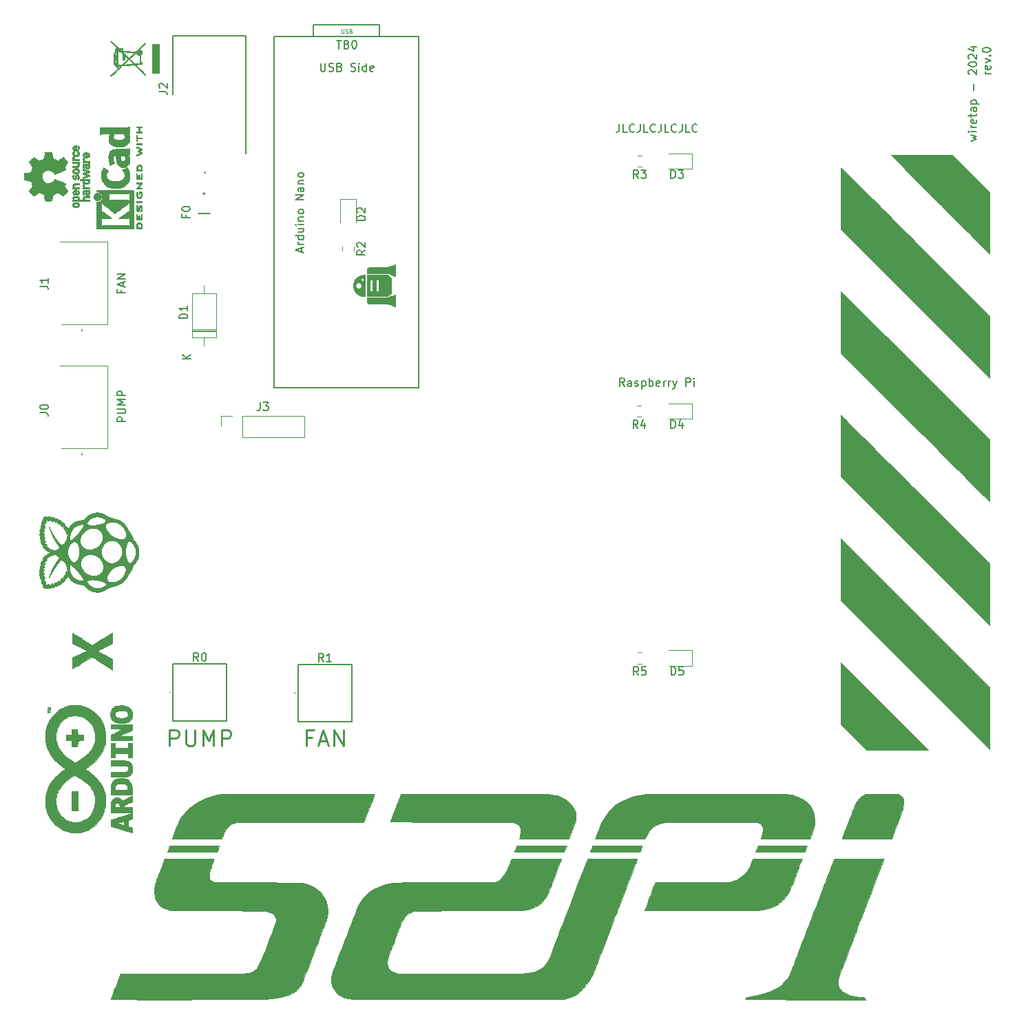
<source format=gbr>
%TF.GenerationSoftware,KiCad,Pcbnew,(5.1.6)-1*%
%TF.CreationDate,2024-05-27T20:35:23-04:00*%
%TF.ProjectId,watercooled-pi-120mm,77617465-7263-46f6-9f6c-65642d70692d,rev?*%
%TF.SameCoordinates,Original*%
%TF.FileFunction,Legend,Top*%
%TF.FilePolarity,Positive*%
%FSLAX46Y46*%
G04 Gerber Fmt 4.6, Leading zero omitted, Abs format (unit mm)*
G04 Created by KiCad (PCBNEW (5.1.6)-1) date 2024-05-27 20:35:23*
%MOMM*%
%LPD*%
G01*
G04 APERTURE LIST*
%ADD10C,0.150000*%
%ADD11C,0.250000*%
%ADD12C,0.010000*%
%ADD13C,0.120000*%
%ADD14C,0.200000*%
%ADD15C,0.100000*%
%ADD16C,0.075000*%
G04 APERTURE END LIST*
D10*
X213875880Y-40774738D02*
X213209214Y-40774738D01*
X213399690Y-40774738D02*
X213304452Y-40727119D01*
X213256833Y-40679500D01*
X213209214Y-40584261D01*
X213209214Y-40489023D01*
X213828261Y-39774738D02*
X213875880Y-39869976D01*
X213875880Y-40060452D01*
X213828261Y-40155690D01*
X213733023Y-40203309D01*
X213352071Y-40203309D01*
X213256833Y-40155690D01*
X213209214Y-40060452D01*
X213209214Y-39869976D01*
X213256833Y-39774738D01*
X213352071Y-39727119D01*
X213447309Y-39727119D01*
X213542547Y-40203309D01*
X213209214Y-39393785D02*
X213875880Y-39155690D01*
X213209214Y-38917595D01*
X213780642Y-38536642D02*
X213828261Y-38489023D01*
X213875880Y-38536642D01*
X213828261Y-38584261D01*
X213780642Y-38536642D01*
X213875880Y-38536642D01*
X212875880Y-37869976D02*
X212875880Y-37774738D01*
X212923500Y-37679500D01*
X212971119Y-37631880D01*
X213066357Y-37584261D01*
X213256833Y-37536642D01*
X213494928Y-37536642D01*
X213685404Y-37584261D01*
X213780642Y-37631880D01*
X213828261Y-37679500D01*
X213875880Y-37774738D01*
X213875880Y-37869976D01*
X213828261Y-37965214D01*
X213780642Y-38012833D01*
X213685404Y-38060452D01*
X213494928Y-38108071D01*
X213256833Y-38108071D01*
X213066357Y-38060452D01*
X212971119Y-38012833D01*
X212923500Y-37965214D01*
X212875880Y-37869976D01*
X211494714Y-49013333D02*
X212161380Y-48822857D01*
X211685190Y-48632380D01*
X212161380Y-48441904D01*
X211494714Y-48251428D01*
X212161380Y-47870476D02*
X211494714Y-47870476D01*
X211161380Y-47870476D02*
X211209000Y-47918095D01*
X211256619Y-47870476D01*
X211209000Y-47822857D01*
X211161380Y-47870476D01*
X211256619Y-47870476D01*
X212161380Y-47394285D02*
X211494714Y-47394285D01*
X211685190Y-47394285D02*
X211589952Y-47346666D01*
X211542333Y-47299047D01*
X211494714Y-47203809D01*
X211494714Y-47108571D01*
X212113761Y-46394285D02*
X212161380Y-46489523D01*
X212161380Y-46680000D01*
X212113761Y-46775238D01*
X212018523Y-46822857D01*
X211637571Y-46822857D01*
X211542333Y-46775238D01*
X211494714Y-46680000D01*
X211494714Y-46489523D01*
X211542333Y-46394285D01*
X211637571Y-46346666D01*
X211732809Y-46346666D01*
X211828047Y-46822857D01*
X211494714Y-46060952D02*
X211494714Y-45680000D01*
X211161380Y-45918095D02*
X212018523Y-45918095D01*
X212113761Y-45870476D01*
X212161380Y-45775238D01*
X212161380Y-45680000D01*
X212161380Y-44918095D02*
X211637571Y-44918095D01*
X211542333Y-44965714D01*
X211494714Y-45060952D01*
X211494714Y-45251428D01*
X211542333Y-45346666D01*
X212113761Y-44918095D02*
X212161380Y-45013333D01*
X212161380Y-45251428D01*
X212113761Y-45346666D01*
X212018523Y-45394285D01*
X211923285Y-45394285D01*
X211828047Y-45346666D01*
X211780428Y-45251428D01*
X211780428Y-45013333D01*
X211732809Y-44918095D01*
X211494714Y-44441904D02*
X212494714Y-44441904D01*
X211542333Y-44441904D02*
X211494714Y-44346666D01*
X211494714Y-44156190D01*
X211542333Y-44060952D01*
X211589952Y-44013333D01*
X211685190Y-43965714D01*
X211970904Y-43965714D01*
X212066142Y-44013333D01*
X212113761Y-44060952D01*
X212161380Y-44156190D01*
X212161380Y-44346666D01*
X212113761Y-44441904D01*
X211780428Y-42775238D02*
X211780428Y-42013333D01*
X211256619Y-40822857D02*
X211209000Y-40775238D01*
X211161380Y-40680000D01*
X211161380Y-40441904D01*
X211209000Y-40346666D01*
X211256619Y-40299047D01*
X211351857Y-40251428D01*
X211447095Y-40251428D01*
X211589952Y-40299047D01*
X212161380Y-40870476D01*
X212161380Y-40251428D01*
X211161380Y-39632380D02*
X211161380Y-39537142D01*
X211209000Y-39441904D01*
X211256619Y-39394285D01*
X211351857Y-39346666D01*
X211542333Y-39299047D01*
X211780428Y-39299047D01*
X211970904Y-39346666D01*
X212066142Y-39394285D01*
X212113761Y-39441904D01*
X212161380Y-39537142D01*
X212161380Y-39632380D01*
X212113761Y-39727619D01*
X212066142Y-39775238D01*
X211970904Y-39822857D01*
X211780428Y-39870476D01*
X211542333Y-39870476D01*
X211351857Y-39822857D01*
X211256619Y-39775238D01*
X211209000Y-39727619D01*
X211161380Y-39632380D01*
X211256619Y-38918095D02*
X211209000Y-38870476D01*
X211161380Y-38775238D01*
X211161380Y-38537142D01*
X211209000Y-38441904D01*
X211256619Y-38394285D01*
X211351857Y-38346666D01*
X211447095Y-38346666D01*
X211589952Y-38394285D01*
X212161380Y-38965714D01*
X212161380Y-38346666D01*
X211494714Y-37489523D02*
X212161380Y-37489523D01*
X211113761Y-37727619D02*
X211828047Y-37965714D01*
X211828047Y-37346666D01*
X168227952Y-46950380D02*
X168227952Y-47664666D01*
X168180333Y-47807523D01*
X168085095Y-47902761D01*
X167942238Y-47950380D01*
X167847000Y-47950380D01*
X169180333Y-47950380D02*
X168704142Y-47950380D01*
X168704142Y-46950380D01*
X170085095Y-47855142D02*
X170037476Y-47902761D01*
X169894619Y-47950380D01*
X169799380Y-47950380D01*
X169656523Y-47902761D01*
X169561285Y-47807523D01*
X169513666Y-47712285D01*
X169466047Y-47521809D01*
X169466047Y-47378952D01*
X169513666Y-47188476D01*
X169561285Y-47093238D01*
X169656523Y-46998000D01*
X169799380Y-46950380D01*
X169894619Y-46950380D01*
X170037476Y-46998000D01*
X170085095Y-47045619D01*
X170799380Y-46950380D02*
X170799380Y-47664666D01*
X170751761Y-47807523D01*
X170656523Y-47902761D01*
X170513666Y-47950380D01*
X170418428Y-47950380D01*
X171751761Y-47950380D02*
X171275571Y-47950380D01*
X171275571Y-46950380D01*
X172656523Y-47855142D02*
X172608904Y-47902761D01*
X172466047Y-47950380D01*
X172370809Y-47950380D01*
X172227952Y-47902761D01*
X172132714Y-47807523D01*
X172085095Y-47712285D01*
X172037476Y-47521809D01*
X172037476Y-47378952D01*
X172085095Y-47188476D01*
X172132714Y-47093238D01*
X172227952Y-46998000D01*
X172370809Y-46950380D01*
X172466047Y-46950380D01*
X172608904Y-46998000D01*
X172656523Y-47045619D01*
X173370809Y-46950380D02*
X173370809Y-47664666D01*
X173323190Y-47807523D01*
X173227952Y-47902761D01*
X173085095Y-47950380D01*
X172989857Y-47950380D01*
X174323190Y-47950380D02*
X173847000Y-47950380D01*
X173847000Y-46950380D01*
X175227952Y-47855142D02*
X175180333Y-47902761D01*
X175037476Y-47950380D01*
X174942238Y-47950380D01*
X174799380Y-47902761D01*
X174704142Y-47807523D01*
X174656523Y-47712285D01*
X174608904Y-47521809D01*
X174608904Y-47378952D01*
X174656523Y-47188476D01*
X174704142Y-47093238D01*
X174799380Y-46998000D01*
X174942238Y-46950380D01*
X175037476Y-46950380D01*
X175180333Y-46998000D01*
X175227952Y-47045619D01*
X175942238Y-46950380D02*
X175942238Y-47664666D01*
X175894619Y-47807523D01*
X175799380Y-47902761D01*
X175656523Y-47950380D01*
X175561285Y-47950380D01*
X176894619Y-47950380D02*
X176418428Y-47950380D01*
X176418428Y-46950380D01*
X177799380Y-47855142D02*
X177751761Y-47902761D01*
X177608904Y-47950380D01*
X177513666Y-47950380D01*
X177370809Y-47902761D01*
X177275571Y-47807523D01*
X177227952Y-47712285D01*
X177180333Y-47521809D01*
X177180333Y-47378952D01*
X177227952Y-47188476D01*
X177275571Y-47093238D01*
X177370809Y-46998000D01*
X177513666Y-46950380D01*
X177608904Y-46950380D01*
X177751761Y-46998000D01*
X177799380Y-47045619D01*
X168847000Y-79192380D02*
X168513666Y-78716190D01*
X168275571Y-79192380D02*
X168275571Y-78192380D01*
X168656523Y-78192380D01*
X168751761Y-78240000D01*
X168799380Y-78287619D01*
X168847000Y-78382857D01*
X168847000Y-78525714D01*
X168799380Y-78620952D01*
X168751761Y-78668571D01*
X168656523Y-78716190D01*
X168275571Y-78716190D01*
X169704142Y-79192380D02*
X169704142Y-78668571D01*
X169656523Y-78573333D01*
X169561285Y-78525714D01*
X169370809Y-78525714D01*
X169275571Y-78573333D01*
X169704142Y-79144761D02*
X169608904Y-79192380D01*
X169370809Y-79192380D01*
X169275571Y-79144761D01*
X169227952Y-79049523D01*
X169227952Y-78954285D01*
X169275571Y-78859047D01*
X169370809Y-78811428D01*
X169608904Y-78811428D01*
X169704142Y-78763809D01*
X170132714Y-79144761D02*
X170227952Y-79192380D01*
X170418428Y-79192380D01*
X170513666Y-79144761D01*
X170561285Y-79049523D01*
X170561285Y-79001904D01*
X170513666Y-78906666D01*
X170418428Y-78859047D01*
X170275571Y-78859047D01*
X170180333Y-78811428D01*
X170132714Y-78716190D01*
X170132714Y-78668571D01*
X170180333Y-78573333D01*
X170275571Y-78525714D01*
X170418428Y-78525714D01*
X170513666Y-78573333D01*
X170989857Y-78525714D02*
X170989857Y-79525714D01*
X170989857Y-78573333D02*
X171085095Y-78525714D01*
X171275571Y-78525714D01*
X171370809Y-78573333D01*
X171418428Y-78620952D01*
X171466047Y-78716190D01*
X171466047Y-79001904D01*
X171418428Y-79097142D01*
X171370809Y-79144761D01*
X171275571Y-79192380D01*
X171085095Y-79192380D01*
X170989857Y-79144761D01*
X171894619Y-79192380D02*
X171894619Y-78192380D01*
X171894619Y-78573333D02*
X171989857Y-78525714D01*
X172180333Y-78525714D01*
X172275571Y-78573333D01*
X172323190Y-78620952D01*
X172370809Y-78716190D01*
X172370809Y-79001904D01*
X172323190Y-79097142D01*
X172275571Y-79144761D01*
X172180333Y-79192380D01*
X171989857Y-79192380D01*
X171894619Y-79144761D01*
X173180333Y-79144761D02*
X173085095Y-79192380D01*
X172894619Y-79192380D01*
X172799380Y-79144761D01*
X172751761Y-79049523D01*
X172751761Y-78668571D01*
X172799380Y-78573333D01*
X172894619Y-78525714D01*
X173085095Y-78525714D01*
X173180333Y-78573333D01*
X173227952Y-78668571D01*
X173227952Y-78763809D01*
X172751761Y-78859047D01*
X173656523Y-79192380D02*
X173656523Y-78525714D01*
X173656523Y-78716190D02*
X173704142Y-78620952D01*
X173751761Y-78573333D01*
X173847000Y-78525714D01*
X173942238Y-78525714D01*
X174275571Y-79192380D02*
X174275571Y-78525714D01*
X174275571Y-78716190D02*
X174323190Y-78620952D01*
X174370809Y-78573333D01*
X174466047Y-78525714D01*
X174561285Y-78525714D01*
X174799380Y-78525714D02*
X175037476Y-79192380D01*
X175275571Y-78525714D02*
X175037476Y-79192380D01*
X174942238Y-79430476D01*
X174894619Y-79478095D01*
X174799380Y-79525714D01*
X176418428Y-79192380D02*
X176418428Y-78192380D01*
X176799380Y-78192380D01*
X176894619Y-78240000D01*
X176942238Y-78287619D01*
X176989857Y-78382857D01*
X176989857Y-78525714D01*
X176942238Y-78620952D01*
X176894619Y-78668571D01*
X176799380Y-78716190D01*
X176418428Y-78716190D01*
X177418428Y-79192380D02*
X177418428Y-78525714D01*
X177418428Y-78192380D02*
X177370809Y-78240000D01*
X177418428Y-78287619D01*
X177466047Y-78240000D01*
X177418428Y-78192380D01*
X177418428Y-78287619D01*
X131508904Y-39457380D02*
X131508904Y-40266904D01*
X131556523Y-40362142D01*
X131604142Y-40409761D01*
X131699380Y-40457380D01*
X131889857Y-40457380D01*
X131985095Y-40409761D01*
X132032714Y-40362142D01*
X132080333Y-40266904D01*
X132080333Y-39457380D01*
X132508904Y-40409761D02*
X132651761Y-40457380D01*
X132889857Y-40457380D01*
X132985095Y-40409761D01*
X133032714Y-40362142D01*
X133080333Y-40266904D01*
X133080333Y-40171666D01*
X133032714Y-40076428D01*
X132985095Y-40028809D01*
X132889857Y-39981190D01*
X132699380Y-39933571D01*
X132604142Y-39885952D01*
X132556523Y-39838333D01*
X132508904Y-39743095D01*
X132508904Y-39647857D01*
X132556523Y-39552619D01*
X132604142Y-39505000D01*
X132699380Y-39457380D01*
X132937476Y-39457380D01*
X133080333Y-39505000D01*
X133842238Y-39933571D02*
X133985095Y-39981190D01*
X134032714Y-40028809D01*
X134080333Y-40124047D01*
X134080333Y-40266904D01*
X134032714Y-40362142D01*
X133985095Y-40409761D01*
X133889857Y-40457380D01*
X133508904Y-40457380D01*
X133508904Y-39457380D01*
X133842238Y-39457380D01*
X133937476Y-39505000D01*
X133985095Y-39552619D01*
X134032714Y-39647857D01*
X134032714Y-39743095D01*
X133985095Y-39838333D01*
X133937476Y-39885952D01*
X133842238Y-39933571D01*
X133508904Y-39933571D01*
X135223190Y-40409761D02*
X135366047Y-40457380D01*
X135604142Y-40457380D01*
X135699380Y-40409761D01*
X135747000Y-40362142D01*
X135794619Y-40266904D01*
X135794619Y-40171666D01*
X135747000Y-40076428D01*
X135699380Y-40028809D01*
X135604142Y-39981190D01*
X135413666Y-39933571D01*
X135318428Y-39885952D01*
X135270809Y-39838333D01*
X135223190Y-39743095D01*
X135223190Y-39647857D01*
X135270809Y-39552619D01*
X135318428Y-39505000D01*
X135413666Y-39457380D01*
X135651761Y-39457380D01*
X135794619Y-39505000D01*
X136223190Y-40457380D02*
X136223190Y-39790714D01*
X136223190Y-39457380D02*
X136175571Y-39505000D01*
X136223190Y-39552619D01*
X136270809Y-39505000D01*
X136223190Y-39457380D01*
X136223190Y-39552619D01*
X137127952Y-40457380D02*
X137127952Y-39457380D01*
X137127952Y-40409761D02*
X137032714Y-40457380D01*
X136842238Y-40457380D01*
X136747000Y-40409761D01*
X136699380Y-40362142D01*
X136651761Y-40266904D01*
X136651761Y-39981190D01*
X136699380Y-39885952D01*
X136747000Y-39838333D01*
X136842238Y-39790714D01*
X137032714Y-39790714D01*
X137127952Y-39838333D01*
X137985095Y-40409761D02*
X137889857Y-40457380D01*
X137699380Y-40457380D01*
X137604142Y-40409761D01*
X137556523Y-40314523D01*
X137556523Y-39933571D01*
X137604142Y-39838333D01*
X137699380Y-39790714D01*
X137889857Y-39790714D01*
X137985095Y-39838333D01*
X138032714Y-39933571D01*
X138032714Y-40028809D01*
X137556523Y-40124047D01*
X129135166Y-62642142D02*
X129135166Y-62165952D01*
X129420880Y-62737380D02*
X128420880Y-62404047D01*
X129420880Y-62070714D01*
X129420880Y-61737380D02*
X128754214Y-61737380D01*
X128944690Y-61737380D02*
X128849452Y-61689761D01*
X128801833Y-61642142D01*
X128754214Y-61546904D01*
X128754214Y-61451666D01*
X129420880Y-60689761D02*
X128420880Y-60689761D01*
X129373261Y-60689761D02*
X129420880Y-60785000D01*
X129420880Y-60975476D01*
X129373261Y-61070714D01*
X129325642Y-61118333D01*
X129230404Y-61165952D01*
X128944690Y-61165952D01*
X128849452Y-61118333D01*
X128801833Y-61070714D01*
X128754214Y-60975476D01*
X128754214Y-60785000D01*
X128801833Y-60689761D01*
X128754214Y-59785000D02*
X129420880Y-59785000D01*
X128754214Y-60213571D02*
X129278023Y-60213571D01*
X129373261Y-60165952D01*
X129420880Y-60070714D01*
X129420880Y-59927857D01*
X129373261Y-59832619D01*
X129325642Y-59785000D01*
X129420880Y-59308809D02*
X128754214Y-59308809D01*
X128420880Y-59308809D02*
X128468500Y-59356428D01*
X128516119Y-59308809D01*
X128468500Y-59261190D01*
X128420880Y-59308809D01*
X128516119Y-59308809D01*
X128754214Y-58832619D02*
X129420880Y-58832619D01*
X128849452Y-58832619D02*
X128801833Y-58785000D01*
X128754214Y-58689761D01*
X128754214Y-58546904D01*
X128801833Y-58451666D01*
X128897071Y-58404047D01*
X129420880Y-58404047D01*
X129420880Y-57785000D02*
X129373261Y-57880238D01*
X129325642Y-57927857D01*
X129230404Y-57975476D01*
X128944690Y-57975476D01*
X128849452Y-57927857D01*
X128801833Y-57880238D01*
X128754214Y-57785000D01*
X128754214Y-57642142D01*
X128801833Y-57546904D01*
X128849452Y-57499285D01*
X128944690Y-57451666D01*
X129230404Y-57451666D01*
X129325642Y-57499285D01*
X129373261Y-57546904D01*
X129420880Y-57642142D01*
X129420880Y-57785000D01*
X129420880Y-56261190D02*
X128420880Y-56261190D01*
X129420880Y-55689761D01*
X128420880Y-55689761D01*
X129420880Y-54785000D02*
X128897071Y-54785000D01*
X128801833Y-54832619D01*
X128754214Y-54927857D01*
X128754214Y-55118333D01*
X128801833Y-55213571D01*
X129373261Y-54785000D02*
X129420880Y-54880238D01*
X129420880Y-55118333D01*
X129373261Y-55213571D01*
X129278023Y-55261190D01*
X129182785Y-55261190D01*
X129087547Y-55213571D01*
X129039928Y-55118333D01*
X129039928Y-54880238D01*
X128992309Y-54785000D01*
X128754214Y-54308809D02*
X129420880Y-54308809D01*
X128849452Y-54308809D02*
X128801833Y-54261190D01*
X128754214Y-54165952D01*
X128754214Y-54023095D01*
X128801833Y-53927857D01*
X128897071Y-53880238D01*
X129420880Y-53880238D01*
X129420880Y-53261190D02*
X129373261Y-53356428D01*
X129325642Y-53404047D01*
X129230404Y-53451666D01*
X128944690Y-53451666D01*
X128849452Y-53404047D01*
X128801833Y-53356428D01*
X128754214Y-53261190D01*
X128754214Y-53118333D01*
X128801833Y-53023095D01*
X128849452Y-52975476D01*
X128944690Y-52927857D01*
X129230404Y-52927857D01*
X129325642Y-52975476D01*
X129373261Y-53023095D01*
X129420880Y-53118333D01*
X129420880Y-53261190D01*
X107513380Y-83518142D02*
X106513380Y-83518142D01*
X106513380Y-83137190D01*
X106561000Y-83041952D01*
X106608619Y-82994333D01*
X106703857Y-82946714D01*
X106846714Y-82946714D01*
X106941952Y-82994333D01*
X106989571Y-83041952D01*
X107037190Y-83137190D01*
X107037190Y-83518142D01*
X106513380Y-82518142D02*
X107322904Y-82518142D01*
X107418142Y-82470523D01*
X107465761Y-82422904D01*
X107513380Y-82327666D01*
X107513380Y-82137190D01*
X107465761Y-82041952D01*
X107418142Y-81994333D01*
X107322904Y-81946714D01*
X106513380Y-81946714D01*
X107513380Y-81470523D02*
X106513380Y-81470523D01*
X107227666Y-81137190D01*
X106513380Y-80803857D01*
X107513380Y-80803857D01*
X107513380Y-80327666D02*
X106513380Y-80327666D01*
X106513380Y-79946714D01*
X106561000Y-79851476D01*
X106608619Y-79803857D01*
X106703857Y-79756238D01*
X106846714Y-79756238D01*
X106941952Y-79803857D01*
X106989571Y-79851476D01*
X107037190Y-79946714D01*
X107037190Y-80327666D01*
X106989571Y-67357523D02*
X106989571Y-67690857D01*
X107513380Y-67690857D02*
X106513380Y-67690857D01*
X106513380Y-67214666D01*
X107227666Y-66881333D02*
X107227666Y-66405142D01*
X107513380Y-66976571D02*
X106513380Y-66643238D01*
X107513380Y-66309904D01*
X107513380Y-65976571D02*
X106513380Y-65976571D01*
X107513380Y-65405142D01*
X106513380Y-65405142D01*
D11*
X130397452Y-122348642D02*
X129730785Y-122348642D01*
X129730785Y-123396261D02*
X129730785Y-121396261D01*
X130683166Y-121396261D01*
X131349833Y-122824833D02*
X132302214Y-122824833D01*
X131159357Y-123396261D02*
X131826023Y-121396261D01*
X132492690Y-123396261D01*
X133159357Y-123396261D02*
X133159357Y-121396261D01*
X134302214Y-123396261D01*
X134302214Y-121396261D01*
X112935214Y-123396261D02*
X112935214Y-121396261D01*
X113697119Y-121396261D01*
X113887595Y-121491500D01*
X113982833Y-121586738D01*
X114078071Y-121777214D01*
X114078071Y-122062928D01*
X113982833Y-122253404D01*
X113887595Y-122348642D01*
X113697119Y-122443880D01*
X112935214Y-122443880D01*
X114935214Y-121396261D02*
X114935214Y-123015309D01*
X115030452Y-123205785D01*
X115125690Y-123301023D01*
X115316166Y-123396261D01*
X115697119Y-123396261D01*
X115887595Y-123301023D01*
X115982833Y-123205785D01*
X116078071Y-123015309D01*
X116078071Y-121396261D01*
X117030452Y-123396261D02*
X117030452Y-121396261D01*
X117697119Y-122824833D01*
X118363785Y-121396261D01*
X118363785Y-123396261D01*
X119316166Y-123396261D02*
X119316166Y-121396261D01*
X120078071Y-121396261D01*
X120268547Y-121491500D01*
X120363785Y-121586738D01*
X120459023Y-121777214D01*
X120459023Y-122062928D01*
X120363785Y-122253404D01*
X120268547Y-122348642D01*
X120078071Y-122443880D01*
X119316166Y-122443880D01*
D12*
%TO.C,G\u002A\u002A\u002A*%
G36*
X100869750Y-122027950D02*
G01*
X100873125Y-121675525D01*
X100876501Y-121323100D01*
X101599598Y-121323100D01*
X101606350Y-122027950D01*
X102311208Y-122027950D01*
X102311204Y-122386525D01*
X102311200Y-122745099D01*
X101958775Y-122748475D01*
X101606350Y-122751850D01*
X101599598Y-123456700D01*
X100876100Y-123456700D01*
X100876100Y-122745500D01*
X100177600Y-122745500D01*
X100177595Y-122386725D01*
X100177591Y-122027950D01*
X100869750Y-122027950D01*
G37*
X100869750Y-122027950D02*
X100873125Y-121675525D01*
X100876501Y-121323100D01*
X101599598Y-121323100D01*
X101606350Y-122027950D01*
X102311208Y-122027950D01*
X102311204Y-122386525D01*
X102311200Y-122745099D01*
X101958775Y-122748475D01*
X101606350Y-122751850D01*
X101599598Y-123456700D01*
X100876100Y-123456700D01*
X100876100Y-122745500D01*
X100177600Y-122745500D01*
X100177595Y-122386725D01*
X100177591Y-122027950D01*
X100869750Y-122027950D01*
G36*
X101612700Y-128993900D02*
G01*
X101612700Y-131318000D01*
X100876100Y-131318000D01*
X100876100Y-128993900D01*
X101612700Y-128993900D01*
G37*
X101612700Y-128993900D02*
X101612700Y-131318000D01*
X100876100Y-131318000D01*
X100876100Y-128993900D01*
X101612700Y-128993900D01*
G36*
X98046774Y-118861095D02*
G01*
X98097300Y-118843951D01*
X98137688Y-118828426D01*
X98162467Y-118816721D01*
X98167555Y-118812485D01*
X98157822Y-118804412D01*
X98128621Y-118791559D01*
X98084954Y-118775953D01*
X98050480Y-118765081D01*
X97929700Y-118728795D01*
X97929700Y-118643400D01*
X98107500Y-118643400D01*
X98177858Y-118643589D01*
X98226720Y-118644526D01*
X98257990Y-118646769D01*
X98275571Y-118650876D01*
X98283366Y-118657405D01*
X98285279Y-118666913D01*
X98285300Y-118668800D01*
X98283164Y-118681494D01*
X98273340Y-118689083D01*
X98250700Y-118692859D01*
X98210118Y-118694114D01*
X98184449Y-118694200D01*
X98136317Y-118695524D01*
X98098735Y-118699035D01*
X98078301Y-118704046D01*
X98076646Y-118705450D01*
X98084721Y-118713891D01*
X98112186Y-118727040D01*
X98153998Y-118742655D01*
X98177497Y-118750310D01*
X98229648Y-118767334D01*
X98261854Y-118780499D01*
X98278714Y-118792485D01*
X98284829Y-118805973D01*
X98285300Y-118813134D01*
X98282483Y-118828336D01*
X98270885Y-118840526D01*
X98245782Y-118852433D01*
X98202452Y-118866784D01*
X98181567Y-118873049D01*
X98120349Y-118892927D01*
X98084219Y-118908934D01*
X98073174Y-118921130D01*
X98087209Y-118929573D01*
X98126318Y-118934322D01*
X98176291Y-118935500D01*
X98229086Y-118935965D01*
X98261430Y-118938125D01*
X98278268Y-118943133D01*
X98284543Y-118952141D01*
X98285300Y-118960900D01*
X98283981Y-118970952D01*
X98277421Y-118977932D01*
X98261719Y-118982399D01*
X98232969Y-118984911D01*
X98187269Y-118986024D01*
X98120715Y-118986298D01*
X98107500Y-118986300D01*
X97929700Y-118986300D01*
X97929700Y-118898585D01*
X98046774Y-118861095D01*
G37*
X98046774Y-118861095D02*
X98097300Y-118843951D01*
X98137688Y-118828426D01*
X98162467Y-118816721D01*
X98167555Y-118812485D01*
X98157822Y-118804412D01*
X98128621Y-118791559D01*
X98084954Y-118775953D01*
X98050480Y-118765081D01*
X97929700Y-118728795D01*
X97929700Y-118643400D01*
X98107500Y-118643400D01*
X98177858Y-118643589D01*
X98226720Y-118644526D01*
X98257990Y-118646769D01*
X98275571Y-118650876D01*
X98283366Y-118657405D01*
X98285279Y-118666913D01*
X98285300Y-118668800D01*
X98283164Y-118681494D01*
X98273340Y-118689083D01*
X98250700Y-118692859D01*
X98210118Y-118694114D01*
X98184449Y-118694200D01*
X98136317Y-118695524D01*
X98098735Y-118699035D01*
X98078301Y-118704046D01*
X98076646Y-118705450D01*
X98084721Y-118713891D01*
X98112186Y-118727040D01*
X98153998Y-118742655D01*
X98177497Y-118750310D01*
X98229648Y-118767334D01*
X98261854Y-118780499D01*
X98278714Y-118792485D01*
X98284829Y-118805973D01*
X98285300Y-118813134D01*
X98282483Y-118828336D01*
X98270885Y-118840526D01*
X98245782Y-118852433D01*
X98202452Y-118866784D01*
X98181567Y-118873049D01*
X98120349Y-118892927D01*
X98084219Y-118908934D01*
X98073174Y-118921130D01*
X98087209Y-118929573D01*
X98126318Y-118934322D01*
X98176291Y-118935500D01*
X98229086Y-118935965D01*
X98261430Y-118938125D01*
X98278268Y-118943133D01*
X98284543Y-118952141D01*
X98285300Y-118960900D01*
X98283981Y-118970952D01*
X98277421Y-118977932D01*
X98261719Y-118982399D01*
X98232969Y-118984911D01*
X98187269Y-118986024D01*
X98120715Y-118986298D01*
X98107500Y-118986300D01*
X97929700Y-118986300D01*
X97929700Y-118898585D01*
X98046774Y-118861095D01*
G36*
X97960719Y-119024400D02*
G01*
X97980592Y-119027471D01*
X97990605Y-119041277D01*
X97995214Y-119072706D01*
X97995644Y-119078375D01*
X97999550Y-119132350D01*
X98142425Y-119135941D01*
X98204226Y-119137663D01*
X98245006Y-119139830D01*
X98269133Y-119143513D01*
X98280979Y-119149778D01*
X98284912Y-119159694D01*
X98285300Y-119170866D01*
X98285300Y-119202200D01*
X97993200Y-119202200D01*
X97993200Y-119251520D01*
X97990841Y-119284539D01*
X97980654Y-119300499D01*
X97961450Y-119306909D01*
X97929700Y-119312978D01*
X97929700Y-119024400D01*
X97960719Y-119024400D01*
G37*
X97960719Y-119024400D02*
X97980592Y-119027471D01*
X97990605Y-119041277D01*
X97995214Y-119072706D01*
X97995644Y-119078375D01*
X97999550Y-119132350D01*
X98142425Y-119135941D01*
X98204226Y-119137663D01*
X98245006Y-119139830D01*
X98269133Y-119143513D01*
X98280979Y-119149778D01*
X98284912Y-119159694D01*
X98285300Y-119170866D01*
X98285300Y-119202200D01*
X97993200Y-119202200D01*
X97993200Y-119251520D01*
X97990841Y-119284539D01*
X97980654Y-119300499D01*
X97961450Y-119306909D01*
X97929700Y-119312978D01*
X97929700Y-119024400D01*
X97960719Y-119024400D01*
G36*
X97641413Y-122133595D02*
G01*
X97645625Y-122087500D01*
X97651252Y-122025080D01*
X97657488Y-121955315D01*
X97662311Y-121900950D01*
X97700447Y-121587286D01*
X97758341Y-121288357D01*
X97836494Y-121002341D01*
X97935403Y-120727417D01*
X98055568Y-120461760D01*
X98056560Y-120459778D01*
X98192417Y-120208823D01*
X98339265Y-119977490D01*
X98500488Y-119761169D01*
X98679471Y-119555246D01*
X98838696Y-119393957D01*
X99067991Y-119190618D01*
X99309950Y-119009294D01*
X99564579Y-118849980D01*
X99831886Y-118712673D01*
X100111879Y-118597369D01*
X100404564Y-118504065D01*
X100709948Y-118432758D01*
X100863400Y-118405974D01*
X100952162Y-118395454D01*
X101060521Y-118387919D01*
X101182851Y-118383336D01*
X101313527Y-118381669D01*
X101446926Y-118382885D01*
X101577424Y-118386949D01*
X101699395Y-118393827D01*
X101807217Y-118403484D01*
X101873050Y-118412157D01*
X102146908Y-118464899D01*
X102409287Y-118536293D01*
X102666165Y-118628234D01*
X102923525Y-118742620D01*
X102939850Y-118750600D01*
X103208860Y-118896706D01*
X103462642Y-119063134D01*
X103701152Y-119249847D01*
X103924347Y-119456806D01*
X104132185Y-119683973D01*
X104324622Y-119931311D01*
X104404558Y-120046750D01*
X104509674Y-120216238D01*
X104611380Y-120403399D01*
X104706136Y-120600639D01*
X104790407Y-120800361D01*
X104860655Y-120994972D01*
X104889297Y-121087581D01*
X104930507Y-121239341D01*
X104964152Y-121386259D01*
X104991069Y-121533913D01*
X105012095Y-121687879D01*
X105028068Y-121853732D01*
X105039824Y-122037051D01*
X105043446Y-122114470D01*
X105049536Y-122386344D01*
X105043422Y-122639413D01*
X105024679Y-122877373D01*
X104992878Y-123103924D01*
X104947595Y-123322763D01*
X104888402Y-123537590D01*
X104874209Y-123582402D01*
X104781924Y-123835842D01*
X104671396Y-124081469D01*
X104541908Y-124320123D01*
X104392742Y-124552644D01*
X104223180Y-124779871D01*
X104032507Y-125002642D01*
X103820005Y-125221799D01*
X103584956Y-125438179D01*
X103326645Y-125652623D01*
X103044353Y-125865970D01*
X102746582Y-126072900D01*
X102681315Y-126117015D01*
X102624084Y-126156594D01*
X102577969Y-126189433D01*
X102546049Y-126213328D01*
X102531404Y-126226075D01*
X102530818Y-126227344D01*
X102541845Y-126237063D01*
X102570160Y-126257721D01*
X102611716Y-126286471D01*
X102662468Y-126320467D01*
X102673150Y-126327502D01*
X102991951Y-126545617D01*
X103285831Y-126765019D01*
X103555261Y-126986390D01*
X103800714Y-127210417D01*
X104022661Y-127437783D01*
X104221574Y-127669171D01*
X104397924Y-127905267D01*
X104552183Y-128146754D01*
X104684824Y-128394317D01*
X104796316Y-128648640D01*
X104887133Y-128910407D01*
X104957747Y-129180302D01*
X105008627Y-129459010D01*
X105040248Y-129747214D01*
X105041369Y-129762406D01*
X105046946Y-129851925D01*
X105050427Y-129940030D01*
X105051807Y-130031678D01*
X105051082Y-130131823D01*
X105048247Y-130245422D01*
X105043299Y-130377432D01*
X105040778Y-130435350D01*
X105014506Y-130747548D01*
X104964219Y-131054363D01*
X104890390Y-131354327D01*
X104793492Y-131645971D01*
X104673999Y-131927825D01*
X104532386Y-132198420D01*
X104407596Y-132399641D01*
X104223690Y-132654972D01*
X104025628Y-132889372D01*
X103812779Y-133103408D01*
X103584513Y-133297648D01*
X103340200Y-133472659D01*
X103079211Y-133629010D01*
X102990543Y-133675978D01*
X102738548Y-133795044D01*
X102489137Y-133891327D01*
X102238031Y-133965921D01*
X101980947Y-134019923D01*
X101713606Y-134054429D01*
X101451704Y-134069992D01*
X101341840Y-134068884D01*
X101341840Y-132777242D01*
X101458380Y-132777107D01*
X101563461Y-132772778D01*
X101632855Y-132766311D01*
X101866684Y-132724239D01*
X102094417Y-132658234D01*
X102314318Y-132569389D01*
X102524649Y-132458795D01*
X102723675Y-132327542D01*
X102909659Y-132176723D01*
X103080864Y-132007427D01*
X103235554Y-131820748D01*
X103313589Y-131710120D01*
X103432946Y-131514644D01*
X103531938Y-131316911D01*
X103611808Y-131113212D01*
X103673798Y-130899838D01*
X103719151Y-130673079D01*
X103749109Y-130429227D01*
X103751319Y-130403600D01*
X103752531Y-130374712D01*
X103753341Y-130324819D01*
X103753732Y-130258314D01*
X103753689Y-130179589D01*
X103753194Y-130093036D01*
X103752701Y-130041650D01*
X103751015Y-129931608D01*
X103748425Y-129841881D01*
X103744593Y-129767392D01*
X103739182Y-129703061D01*
X103731852Y-129643813D01*
X103722266Y-129584567D01*
X103722245Y-129584450D01*
X103681899Y-129395243D01*
X103629396Y-129217952D01*
X103562594Y-129047644D01*
X103479354Y-128879388D01*
X103377536Y-128708247D01*
X103279045Y-128562813D01*
X103229957Y-128498976D01*
X103165185Y-128422665D01*
X103088481Y-128337762D01*
X103003597Y-128248148D01*
X102914282Y-128157705D01*
X102824288Y-128070312D01*
X102737366Y-127989852D01*
X102661037Y-127923358D01*
X102507411Y-127799456D01*
X102333220Y-127667800D01*
X102141347Y-127530408D01*
X101934670Y-127389298D01*
X101716072Y-127246486D01*
X101509266Y-127116781D01*
X101301004Y-126988675D01*
X101301004Y-125463300D01*
X101314446Y-125456627D01*
X101346402Y-125437763D01*
X101394143Y-125408442D01*
X101454940Y-125370400D01*
X101526065Y-125325371D01*
X101604788Y-125275090D01*
X101688382Y-125221290D01*
X101774117Y-125165708D01*
X101859265Y-125110076D01*
X101930200Y-125063346D01*
X102180321Y-124892961D01*
X102407195Y-124727955D01*
X102612107Y-124567132D01*
X102796345Y-124409297D01*
X102961196Y-124253256D01*
X103107945Y-124097814D01*
X103237881Y-123941777D01*
X103352289Y-123783950D01*
X103417056Y-123682925D01*
X103522040Y-123491822D01*
X103607029Y-123294405D01*
X103673306Y-123086867D01*
X103722154Y-122865402D01*
X103745762Y-122707400D01*
X103749948Y-122655290D01*
X103752599Y-122582633D01*
X103753812Y-122494232D01*
X103753684Y-122394888D01*
X103752312Y-122289402D01*
X103749792Y-122182577D01*
X103746220Y-122079213D01*
X103741695Y-121984113D01*
X103736312Y-121902078D01*
X103730168Y-121837909D01*
X103727905Y-121820895D01*
X103678432Y-121567875D01*
X103606371Y-121324598D01*
X103512496Y-121092301D01*
X103397581Y-120872218D01*
X103262400Y-120665585D01*
X103107727Y-120473638D01*
X102934335Y-120297612D01*
X102742998Y-120138743D01*
X102620504Y-120052567D01*
X102414738Y-119931481D01*
X102199578Y-119832871D01*
X101977025Y-119757010D01*
X101749081Y-119704170D01*
X101517746Y-119674625D01*
X101285020Y-119668648D01*
X101052906Y-119686512D01*
X100823403Y-119728490D01*
X100636621Y-119781745D01*
X100405247Y-119871936D01*
X100187642Y-119983466D01*
X99983846Y-120116302D01*
X99793900Y-120270413D01*
X99617847Y-120445765D01*
X99455728Y-120642327D01*
X99352406Y-120789700D01*
X99256632Y-120951935D01*
X99169661Y-121131530D01*
X99094469Y-121321123D01*
X99034036Y-121513351D01*
X98997935Y-121666000D01*
X98961552Y-121907746D01*
X98946176Y-122156665D01*
X98951336Y-122408930D01*
X98976559Y-122660715D01*
X99021371Y-122908195D01*
X99085299Y-123147543D01*
X99167871Y-123374933D01*
X99224760Y-123501150D01*
X99346611Y-123724666D01*
X99492882Y-123944537D01*
X99663722Y-124160931D01*
X99859281Y-124374015D01*
X100079708Y-124583957D01*
X100325152Y-124790924D01*
X100482400Y-124912186D01*
X100540186Y-124954589D01*
X100608797Y-125003680D01*
X100685521Y-125057630D01*
X100767641Y-125114613D01*
X100852443Y-125172800D01*
X100937213Y-125230365D01*
X101019236Y-125285480D01*
X101095798Y-125336317D01*
X101164184Y-125381048D01*
X101221680Y-125417847D01*
X101265571Y-125444886D01*
X101293142Y-125460337D01*
X101301004Y-125463300D01*
X101301004Y-126988675D01*
X101297883Y-126986755D01*
X101077933Y-127128615D01*
X100809341Y-127306781D01*
X100564131Y-127479945D01*
X100341035Y-127649236D01*
X100138789Y-127815787D01*
X99956123Y-127980726D01*
X99791773Y-128145186D01*
X99644471Y-128310297D01*
X99512951Y-128477190D01*
X99422349Y-128606550D01*
X99293143Y-128818675D01*
X99186705Y-129032796D01*
X99101058Y-129253818D01*
X99034225Y-129486644D01*
X98997323Y-129660650D01*
X98959124Y-129930868D01*
X98944596Y-130196755D01*
X98953429Y-130457194D01*
X98985318Y-130711064D01*
X99039956Y-130957249D01*
X99117036Y-131194629D01*
X99216251Y-131422085D01*
X99337294Y-131638500D01*
X99479858Y-131842753D01*
X99643637Y-132033727D01*
X99650260Y-132040693D01*
X99831266Y-132212684D01*
X100025272Y-132363356D01*
X100231275Y-132492147D01*
X100448269Y-132598499D01*
X100675250Y-132681852D01*
X100907850Y-132740974D01*
X100996844Y-132755050D01*
X101103733Y-132765957D01*
X101221178Y-132773440D01*
X101341840Y-132777242D01*
X101341840Y-134068884D01*
X101146030Y-134066909D01*
X100847576Y-134039490D01*
X100555988Y-133987644D01*
X100270914Y-133911279D01*
X99991999Y-133810305D01*
X99718892Y-133684630D01*
X99507421Y-133568064D01*
X99261509Y-133408036D01*
X99026701Y-133226445D01*
X98805256Y-133025537D01*
X98599437Y-132807561D01*
X98411506Y-132574765D01*
X98243724Y-132329396D01*
X98216199Y-132284667D01*
X98065794Y-132012396D01*
X97938612Y-131730810D01*
X97834466Y-131439331D01*
X97753173Y-131137380D01*
X97694547Y-130824380D01*
X97662988Y-130556000D01*
X97656894Y-130487587D01*
X97650614Y-130419029D01*
X97645019Y-130359768D01*
X97641992Y-130329003D01*
X97639846Y-130275556D01*
X97641561Y-130201127D01*
X97646720Y-130109770D01*
X97654902Y-130005542D01*
X97665688Y-129892495D01*
X97678658Y-129774686D01*
X97693394Y-129656168D01*
X97709475Y-129540998D01*
X97726483Y-129433228D01*
X97743998Y-129336914D01*
X97745283Y-129330450D01*
X97820071Y-129021002D01*
X97918860Y-128719721D01*
X98041521Y-128426849D01*
X98187923Y-128142628D01*
X98357935Y-127867298D01*
X98551428Y-127601102D01*
X98768271Y-127344282D01*
X98880871Y-127224142D01*
X99031543Y-127075251D01*
X99200311Y-126920325D01*
X99382052Y-126763623D01*
X99571642Y-126609407D01*
X99763959Y-126461937D01*
X99953878Y-126325475D01*
X99996698Y-126296084D01*
X100037811Y-126267322D01*
X100069350Y-126243730D01*
X100086529Y-126228955D01*
X100088311Y-126226234D01*
X100078305Y-126216989D01*
X100050675Y-126195585D01*
X100008628Y-126164398D01*
X99955371Y-126125804D01*
X99894111Y-126082180D01*
X99889962Y-126079250D01*
X99576791Y-125847241D01*
X99288388Y-125610589D01*
X99024487Y-125368940D01*
X98784821Y-125121940D01*
X98569124Y-124869234D01*
X98377128Y-124610468D01*
X98208568Y-124345287D01*
X98063176Y-124073339D01*
X97940686Y-123794268D01*
X97840831Y-123507720D01*
X97776991Y-123272550D01*
X97732902Y-123064727D01*
X97698303Y-122853356D01*
X97676333Y-122662950D01*
X97669078Y-122582694D01*
X97660700Y-122492064D01*
X97652490Y-122404944D01*
X97648382Y-122362195D01*
X97643100Y-122293689D01*
X97640152Y-122225237D01*
X97639818Y-122166024D01*
X97641413Y-122133595D01*
G37*
X97641413Y-122133595D02*
X97645625Y-122087500D01*
X97651252Y-122025080D01*
X97657488Y-121955315D01*
X97662311Y-121900950D01*
X97700447Y-121587286D01*
X97758341Y-121288357D01*
X97836494Y-121002341D01*
X97935403Y-120727417D01*
X98055568Y-120461760D01*
X98056560Y-120459778D01*
X98192417Y-120208823D01*
X98339265Y-119977490D01*
X98500488Y-119761169D01*
X98679471Y-119555246D01*
X98838696Y-119393957D01*
X99067991Y-119190618D01*
X99309950Y-119009294D01*
X99564579Y-118849980D01*
X99831886Y-118712673D01*
X100111879Y-118597369D01*
X100404564Y-118504065D01*
X100709948Y-118432758D01*
X100863400Y-118405974D01*
X100952162Y-118395454D01*
X101060521Y-118387919D01*
X101182851Y-118383336D01*
X101313527Y-118381669D01*
X101446926Y-118382885D01*
X101577424Y-118386949D01*
X101699395Y-118393827D01*
X101807217Y-118403484D01*
X101873050Y-118412157D01*
X102146908Y-118464899D01*
X102409287Y-118536293D01*
X102666165Y-118628234D01*
X102923525Y-118742620D01*
X102939850Y-118750600D01*
X103208860Y-118896706D01*
X103462642Y-119063134D01*
X103701152Y-119249847D01*
X103924347Y-119456806D01*
X104132185Y-119683973D01*
X104324622Y-119931311D01*
X104404558Y-120046750D01*
X104509674Y-120216238D01*
X104611380Y-120403399D01*
X104706136Y-120600639D01*
X104790407Y-120800361D01*
X104860655Y-120994972D01*
X104889297Y-121087581D01*
X104930507Y-121239341D01*
X104964152Y-121386259D01*
X104991069Y-121533913D01*
X105012095Y-121687879D01*
X105028068Y-121853732D01*
X105039824Y-122037051D01*
X105043446Y-122114470D01*
X105049536Y-122386344D01*
X105043422Y-122639413D01*
X105024679Y-122877373D01*
X104992878Y-123103924D01*
X104947595Y-123322763D01*
X104888402Y-123537590D01*
X104874209Y-123582402D01*
X104781924Y-123835842D01*
X104671396Y-124081469D01*
X104541908Y-124320123D01*
X104392742Y-124552644D01*
X104223180Y-124779871D01*
X104032507Y-125002642D01*
X103820005Y-125221799D01*
X103584956Y-125438179D01*
X103326645Y-125652623D01*
X103044353Y-125865970D01*
X102746582Y-126072900D01*
X102681315Y-126117015D01*
X102624084Y-126156594D01*
X102577969Y-126189433D01*
X102546049Y-126213328D01*
X102531404Y-126226075D01*
X102530818Y-126227344D01*
X102541845Y-126237063D01*
X102570160Y-126257721D01*
X102611716Y-126286471D01*
X102662468Y-126320467D01*
X102673150Y-126327502D01*
X102991951Y-126545617D01*
X103285831Y-126765019D01*
X103555261Y-126986390D01*
X103800714Y-127210417D01*
X104022661Y-127437783D01*
X104221574Y-127669171D01*
X104397924Y-127905267D01*
X104552183Y-128146754D01*
X104684824Y-128394317D01*
X104796316Y-128648640D01*
X104887133Y-128910407D01*
X104957747Y-129180302D01*
X105008627Y-129459010D01*
X105040248Y-129747214D01*
X105041369Y-129762406D01*
X105046946Y-129851925D01*
X105050427Y-129940030D01*
X105051807Y-130031678D01*
X105051082Y-130131823D01*
X105048247Y-130245422D01*
X105043299Y-130377432D01*
X105040778Y-130435350D01*
X105014506Y-130747548D01*
X104964219Y-131054363D01*
X104890390Y-131354327D01*
X104793492Y-131645971D01*
X104673999Y-131927825D01*
X104532386Y-132198420D01*
X104407596Y-132399641D01*
X104223690Y-132654972D01*
X104025628Y-132889372D01*
X103812779Y-133103408D01*
X103584513Y-133297648D01*
X103340200Y-133472659D01*
X103079211Y-133629010D01*
X102990543Y-133675978D01*
X102738548Y-133795044D01*
X102489137Y-133891327D01*
X102238031Y-133965921D01*
X101980947Y-134019923D01*
X101713606Y-134054429D01*
X101451704Y-134069992D01*
X101341840Y-134068884D01*
X101341840Y-132777242D01*
X101458380Y-132777107D01*
X101563461Y-132772778D01*
X101632855Y-132766311D01*
X101866684Y-132724239D01*
X102094417Y-132658234D01*
X102314318Y-132569389D01*
X102524649Y-132458795D01*
X102723675Y-132327542D01*
X102909659Y-132176723D01*
X103080864Y-132007427D01*
X103235554Y-131820748D01*
X103313589Y-131710120D01*
X103432946Y-131514644D01*
X103531938Y-131316911D01*
X103611808Y-131113212D01*
X103673798Y-130899838D01*
X103719151Y-130673079D01*
X103749109Y-130429227D01*
X103751319Y-130403600D01*
X103752531Y-130374712D01*
X103753341Y-130324819D01*
X103753732Y-130258314D01*
X103753689Y-130179589D01*
X103753194Y-130093036D01*
X103752701Y-130041650D01*
X103751015Y-129931608D01*
X103748425Y-129841881D01*
X103744593Y-129767392D01*
X103739182Y-129703061D01*
X103731852Y-129643813D01*
X103722266Y-129584567D01*
X103722245Y-129584450D01*
X103681899Y-129395243D01*
X103629396Y-129217952D01*
X103562594Y-129047644D01*
X103479354Y-128879388D01*
X103377536Y-128708247D01*
X103279045Y-128562813D01*
X103229957Y-128498976D01*
X103165185Y-128422665D01*
X103088481Y-128337762D01*
X103003597Y-128248148D01*
X102914282Y-128157705D01*
X102824288Y-128070312D01*
X102737366Y-127989852D01*
X102661037Y-127923358D01*
X102507411Y-127799456D01*
X102333220Y-127667800D01*
X102141347Y-127530408D01*
X101934670Y-127389298D01*
X101716072Y-127246486D01*
X101509266Y-127116781D01*
X101301004Y-126988675D01*
X101301004Y-125463300D01*
X101314446Y-125456627D01*
X101346402Y-125437763D01*
X101394143Y-125408442D01*
X101454940Y-125370400D01*
X101526065Y-125325371D01*
X101604788Y-125275090D01*
X101688382Y-125221290D01*
X101774117Y-125165708D01*
X101859265Y-125110076D01*
X101930200Y-125063346D01*
X102180321Y-124892961D01*
X102407195Y-124727955D01*
X102612107Y-124567132D01*
X102796345Y-124409297D01*
X102961196Y-124253256D01*
X103107945Y-124097814D01*
X103237881Y-123941777D01*
X103352289Y-123783950D01*
X103417056Y-123682925D01*
X103522040Y-123491822D01*
X103607029Y-123294405D01*
X103673306Y-123086867D01*
X103722154Y-122865402D01*
X103745762Y-122707400D01*
X103749948Y-122655290D01*
X103752599Y-122582633D01*
X103753812Y-122494232D01*
X103753684Y-122394888D01*
X103752312Y-122289402D01*
X103749792Y-122182577D01*
X103746220Y-122079213D01*
X103741695Y-121984113D01*
X103736312Y-121902078D01*
X103730168Y-121837909D01*
X103727905Y-121820895D01*
X103678432Y-121567875D01*
X103606371Y-121324598D01*
X103512496Y-121092301D01*
X103397581Y-120872218D01*
X103262400Y-120665585D01*
X103107727Y-120473638D01*
X102934335Y-120297612D01*
X102742998Y-120138743D01*
X102620504Y-120052567D01*
X102414738Y-119931481D01*
X102199578Y-119832871D01*
X101977025Y-119757010D01*
X101749081Y-119704170D01*
X101517746Y-119674625D01*
X101285020Y-119668648D01*
X101052906Y-119686512D01*
X100823403Y-119728490D01*
X100636621Y-119781745D01*
X100405247Y-119871936D01*
X100187642Y-119983466D01*
X99983846Y-120116302D01*
X99793900Y-120270413D01*
X99617847Y-120445765D01*
X99455728Y-120642327D01*
X99352406Y-120789700D01*
X99256632Y-120951935D01*
X99169661Y-121131530D01*
X99094469Y-121321123D01*
X99034036Y-121513351D01*
X98997935Y-121666000D01*
X98961552Y-121907746D01*
X98946176Y-122156665D01*
X98951336Y-122408930D01*
X98976559Y-122660715D01*
X99021371Y-122908195D01*
X99085299Y-123147543D01*
X99167871Y-123374933D01*
X99224760Y-123501150D01*
X99346611Y-123724666D01*
X99492882Y-123944537D01*
X99663722Y-124160931D01*
X99859281Y-124374015D01*
X100079708Y-124583957D01*
X100325152Y-124790924D01*
X100482400Y-124912186D01*
X100540186Y-124954589D01*
X100608797Y-125003680D01*
X100685521Y-125057630D01*
X100767641Y-125114613D01*
X100852443Y-125172800D01*
X100937213Y-125230365D01*
X101019236Y-125285480D01*
X101095798Y-125336317D01*
X101164184Y-125381048D01*
X101221680Y-125417847D01*
X101265571Y-125444886D01*
X101293142Y-125460337D01*
X101301004Y-125463300D01*
X101301004Y-126988675D01*
X101297883Y-126986755D01*
X101077933Y-127128615D01*
X100809341Y-127306781D01*
X100564131Y-127479945D01*
X100341035Y-127649236D01*
X100138789Y-127815787D01*
X99956123Y-127980726D01*
X99791773Y-128145186D01*
X99644471Y-128310297D01*
X99512951Y-128477190D01*
X99422349Y-128606550D01*
X99293143Y-128818675D01*
X99186705Y-129032796D01*
X99101058Y-129253818D01*
X99034225Y-129486644D01*
X98997323Y-129660650D01*
X98959124Y-129930868D01*
X98944596Y-130196755D01*
X98953429Y-130457194D01*
X98985318Y-130711064D01*
X99039956Y-130957249D01*
X99117036Y-131194629D01*
X99216251Y-131422085D01*
X99337294Y-131638500D01*
X99479858Y-131842753D01*
X99643637Y-132033727D01*
X99650260Y-132040693D01*
X99831266Y-132212684D01*
X100025272Y-132363356D01*
X100231275Y-132492147D01*
X100448269Y-132598499D01*
X100675250Y-132681852D01*
X100907850Y-132740974D01*
X100996844Y-132755050D01*
X101103733Y-132765957D01*
X101221178Y-132773440D01*
X101341840Y-132777242D01*
X101341840Y-134068884D01*
X101146030Y-134066909D01*
X100847576Y-134039490D01*
X100555988Y-133987644D01*
X100270914Y-133911279D01*
X99991999Y-133810305D01*
X99718892Y-133684630D01*
X99507421Y-133568064D01*
X99261509Y-133408036D01*
X99026701Y-133226445D01*
X98805256Y-133025537D01*
X98599437Y-132807561D01*
X98411506Y-132574765D01*
X98243724Y-132329396D01*
X98216199Y-132284667D01*
X98065794Y-132012396D01*
X97938612Y-131730810D01*
X97834466Y-131439331D01*
X97753173Y-131137380D01*
X97694547Y-130824380D01*
X97662988Y-130556000D01*
X97656894Y-130487587D01*
X97650614Y-130419029D01*
X97645019Y-130359768D01*
X97641992Y-130329003D01*
X97639846Y-130275556D01*
X97641561Y-130201127D01*
X97646720Y-130109770D01*
X97654902Y-130005542D01*
X97665688Y-129892495D01*
X97678658Y-129774686D01*
X97693394Y-129656168D01*
X97709475Y-129540998D01*
X97726483Y-129433228D01*
X97743998Y-129336914D01*
X97745283Y-129330450D01*
X97820071Y-129021002D01*
X97918860Y-128719721D01*
X98041521Y-128426849D01*
X98187923Y-128142628D01*
X98357935Y-127867298D01*
X98551428Y-127601102D01*
X98768271Y-127344282D01*
X98880871Y-127224142D01*
X99031543Y-127075251D01*
X99200311Y-126920325D01*
X99382052Y-126763623D01*
X99571642Y-126609407D01*
X99763959Y-126461937D01*
X99953878Y-126325475D01*
X99996698Y-126296084D01*
X100037811Y-126267322D01*
X100069350Y-126243730D01*
X100086529Y-126228955D01*
X100088311Y-126226234D01*
X100078305Y-126216989D01*
X100050675Y-126195585D01*
X100008628Y-126164398D01*
X99955371Y-126125804D01*
X99894111Y-126082180D01*
X99889962Y-126079250D01*
X99576791Y-125847241D01*
X99288388Y-125610589D01*
X99024487Y-125368940D01*
X98784821Y-125121940D01*
X98569124Y-124869234D01*
X98377128Y-124610468D01*
X98208568Y-124345287D01*
X98063176Y-124073339D01*
X97940686Y-123794268D01*
X97840831Y-123507720D01*
X97776991Y-123272550D01*
X97732902Y-123064727D01*
X97698303Y-122853356D01*
X97676333Y-122662950D01*
X97669078Y-122582694D01*
X97660700Y-122492064D01*
X97652490Y-122404944D01*
X97648382Y-122362195D01*
X97643100Y-122293689D01*
X97640152Y-122225237D01*
X97639818Y-122166024D01*
X97641413Y-122133595D01*
G36*
X100939600Y-110125468D02*
G01*
X100939714Y-110003361D01*
X100940042Y-109889345D01*
X100940561Y-109785867D01*
X100941248Y-109695373D01*
X100942080Y-109620310D01*
X100943034Y-109563124D01*
X100944089Y-109526262D01*
X100945220Y-109512171D01*
X100945307Y-109512100D01*
X100956707Y-109518539D01*
X100988454Y-109537298D01*
X101039165Y-109567548D01*
X101107458Y-109608455D01*
X101191951Y-109659188D01*
X101291262Y-109718914D01*
X101404009Y-109786803D01*
X101528808Y-109862021D01*
X101664279Y-109943737D01*
X101809039Y-110031119D01*
X101961706Y-110123335D01*
X102120897Y-110219554D01*
X102169224Y-110248776D01*
X103387433Y-110985451D01*
X104459041Y-110330092D01*
X104613941Y-110235362D01*
X104765715Y-110142545D01*
X104912571Y-110052738D01*
X105052717Y-109967035D01*
X105184360Y-109886535D01*
X105305707Y-109812333D01*
X105414965Y-109745524D01*
X105510342Y-109687206D01*
X105590046Y-109638475D01*
X105652283Y-109600426D01*
X105695261Y-109574156D01*
X105705275Y-109568037D01*
X105879900Y-109461340D01*
X105879506Y-110775750D01*
X105043835Y-111217195D01*
X104885682Y-111300691D01*
X104748196Y-111373130D01*
X104629615Y-111435375D01*
X104528177Y-111488290D01*
X104442123Y-111532737D01*
X104369689Y-111569580D01*
X104309114Y-111599684D01*
X104258637Y-111623912D01*
X104216496Y-111643127D01*
X104180930Y-111658192D01*
X104150177Y-111669973D01*
X104122475Y-111679331D01*
X104096064Y-111687131D01*
X104072482Y-111693394D01*
X104017953Y-111707966D01*
X103973888Y-111720894D01*
X103945266Y-111730640D01*
X103936800Y-111735283D01*
X103948156Y-111741650D01*
X103979339Y-111754241D01*
X104026023Y-111771425D01*
X104083879Y-111791570D01*
X104105414Y-111798834D01*
X104140465Y-111810979D01*
X104176170Y-111824385D01*
X104214398Y-111839989D01*
X104257017Y-111858726D01*
X104305896Y-111881532D01*
X104362904Y-111909344D01*
X104429907Y-111943096D01*
X104508776Y-111983726D01*
X104601378Y-112032169D01*
X104709582Y-112089360D01*
X104835256Y-112156237D01*
X104980269Y-112233734D01*
X105076964Y-112285521D01*
X105879900Y-112715791D01*
X105879900Y-114036222D01*
X105851325Y-114017700D01*
X105836383Y-114008131D01*
X105801715Y-113985996D01*
X105749015Y-113952376D01*
X105679982Y-113908350D01*
X105596309Y-113855000D01*
X105499692Y-113793407D01*
X105391829Y-113724651D01*
X105274414Y-113649812D01*
X105149144Y-113569971D01*
X105017714Y-113486210D01*
X104881820Y-113399607D01*
X104743158Y-113311245D01*
X104603424Y-113222204D01*
X104464314Y-113133564D01*
X104327523Y-113046407D01*
X104194748Y-112961812D01*
X104067685Y-112880860D01*
X103948028Y-112804632D01*
X103837475Y-112734209D01*
X103737721Y-112670671D01*
X103650462Y-112615100D01*
X103577393Y-112568574D01*
X103520211Y-112532176D01*
X103480611Y-112506986D01*
X103460290Y-112494084D01*
X103459387Y-112493513D01*
X103407424Y-112460722D01*
X102177909Y-113177161D01*
X102015546Y-113271749D01*
X101859377Y-113362683D01*
X101710798Y-113449155D01*
X101571202Y-113530355D01*
X101441984Y-113605474D01*
X101324537Y-113673703D01*
X101220255Y-113734232D01*
X101130533Y-113786251D01*
X101056765Y-113828951D01*
X101000345Y-113861524D01*
X100962666Y-113883158D01*
X100945123Y-113893046D01*
X100943997Y-113893600D01*
X100943159Y-113881290D01*
X100942373Y-113845919D01*
X100941655Y-113789827D01*
X100941020Y-113715351D01*
X100940483Y-113624833D01*
X100940060Y-113520609D01*
X100939766Y-113405021D01*
X100939616Y-113280407D01*
X100939600Y-113222573D01*
X100939600Y-112551545D01*
X101349175Y-112356425D01*
X101467497Y-112300061D01*
X101599269Y-112237298D01*
X101737474Y-112171476D01*
X101875097Y-112105938D01*
X102005121Y-112044023D01*
X102120531Y-111989074D01*
X102139750Y-111979925D01*
X102273528Y-111917235D01*
X102396363Y-111861665D01*
X102505526Y-111814392D01*
X102598289Y-111776592D01*
X102671925Y-111749439D01*
X102683335Y-111745644D01*
X102741892Y-111725722D01*
X102789554Y-111707831D01*
X102822246Y-111693634D01*
X102835892Y-111684791D01*
X102835735Y-111683493D01*
X102819347Y-111675273D01*
X102785645Y-111662223D01*
X102741581Y-111647018D01*
X102736650Y-111645409D01*
X102682702Y-111627408D01*
X102630082Y-111608608D01*
X102576684Y-111587991D01*
X102520399Y-111564540D01*
X102459122Y-111537235D01*
X102390745Y-111505059D01*
X102313161Y-111466994D01*
X102224263Y-111422021D01*
X102121944Y-111369122D01*
X102004097Y-111307279D01*
X101868615Y-111235474D01*
X101713391Y-111152689D01*
X101679375Y-111134501D01*
X100939599Y-110738835D01*
X100939600Y-110125468D01*
G37*
X100939600Y-110125468D02*
X100939714Y-110003361D01*
X100940042Y-109889345D01*
X100940561Y-109785867D01*
X100941248Y-109695373D01*
X100942080Y-109620310D01*
X100943034Y-109563124D01*
X100944089Y-109526262D01*
X100945220Y-109512171D01*
X100945307Y-109512100D01*
X100956707Y-109518539D01*
X100988454Y-109537298D01*
X101039165Y-109567548D01*
X101107458Y-109608455D01*
X101191951Y-109659188D01*
X101291262Y-109718914D01*
X101404009Y-109786803D01*
X101528808Y-109862021D01*
X101664279Y-109943737D01*
X101809039Y-110031119D01*
X101961706Y-110123335D01*
X102120897Y-110219554D01*
X102169224Y-110248776D01*
X103387433Y-110985451D01*
X104459041Y-110330092D01*
X104613941Y-110235362D01*
X104765715Y-110142545D01*
X104912571Y-110052738D01*
X105052717Y-109967035D01*
X105184360Y-109886535D01*
X105305707Y-109812333D01*
X105414965Y-109745524D01*
X105510342Y-109687206D01*
X105590046Y-109638475D01*
X105652283Y-109600426D01*
X105695261Y-109574156D01*
X105705275Y-109568037D01*
X105879900Y-109461340D01*
X105879506Y-110775750D01*
X105043835Y-111217195D01*
X104885682Y-111300691D01*
X104748196Y-111373130D01*
X104629615Y-111435375D01*
X104528177Y-111488290D01*
X104442123Y-111532737D01*
X104369689Y-111569580D01*
X104309114Y-111599684D01*
X104258637Y-111623912D01*
X104216496Y-111643127D01*
X104180930Y-111658192D01*
X104150177Y-111669973D01*
X104122475Y-111679331D01*
X104096064Y-111687131D01*
X104072482Y-111693394D01*
X104017953Y-111707966D01*
X103973888Y-111720894D01*
X103945266Y-111730640D01*
X103936800Y-111735283D01*
X103948156Y-111741650D01*
X103979339Y-111754241D01*
X104026023Y-111771425D01*
X104083879Y-111791570D01*
X104105414Y-111798834D01*
X104140465Y-111810979D01*
X104176170Y-111824385D01*
X104214398Y-111839989D01*
X104257017Y-111858726D01*
X104305896Y-111881532D01*
X104362904Y-111909344D01*
X104429907Y-111943096D01*
X104508776Y-111983726D01*
X104601378Y-112032169D01*
X104709582Y-112089360D01*
X104835256Y-112156237D01*
X104980269Y-112233734D01*
X105076964Y-112285521D01*
X105879900Y-112715791D01*
X105879900Y-114036222D01*
X105851325Y-114017700D01*
X105836383Y-114008131D01*
X105801715Y-113985996D01*
X105749015Y-113952376D01*
X105679982Y-113908350D01*
X105596309Y-113855000D01*
X105499692Y-113793407D01*
X105391829Y-113724651D01*
X105274414Y-113649812D01*
X105149144Y-113569971D01*
X105017714Y-113486210D01*
X104881820Y-113399607D01*
X104743158Y-113311245D01*
X104603424Y-113222204D01*
X104464314Y-113133564D01*
X104327523Y-113046407D01*
X104194748Y-112961812D01*
X104067685Y-112880860D01*
X103948028Y-112804632D01*
X103837475Y-112734209D01*
X103737721Y-112670671D01*
X103650462Y-112615100D01*
X103577393Y-112568574D01*
X103520211Y-112532176D01*
X103480611Y-112506986D01*
X103460290Y-112494084D01*
X103459387Y-112493513D01*
X103407424Y-112460722D01*
X102177909Y-113177161D01*
X102015546Y-113271749D01*
X101859377Y-113362683D01*
X101710798Y-113449155D01*
X101571202Y-113530355D01*
X101441984Y-113605474D01*
X101324537Y-113673703D01*
X101220255Y-113734232D01*
X101130533Y-113786251D01*
X101056765Y-113828951D01*
X101000345Y-113861524D01*
X100962666Y-113883158D01*
X100945123Y-113893046D01*
X100943997Y-113893600D01*
X100943159Y-113881290D01*
X100942373Y-113845919D01*
X100941655Y-113789827D01*
X100941020Y-113715351D01*
X100940483Y-113624833D01*
X100940060Y-113520609D01*
X100939766Y-113405021D01*
X100939616Y-113280407D01*
X100939600Y-113222573D01*
X100939600Y-112551545D01*
X101349175Y-112356425D01*
X101467497Y-112300061D01*
X101599269Y-112237298D01*
X101737474Y-112171476D01*
X101875097Y-112105938D01*
X102005121Y-112044023D01*
X102120531Y-111989074D01*
X102139750Y-111979925D01*
X102273528Y-111917235D01*
X102396363Y-111861665D01*
X102505526Y-111814392D01*
X102598289Y-111776592D01*
X102671925Y-111749439D01*
X102683335Y-111745644D01*
X102741892Y-111725722D01*
X102789554Y-111707831D01*
X102822246Y-111693634D01*
X102835892Y-111684791D01*
X102835735Y-111683493D01*
X102819347Y-111675273D01*
X102785645Y-111662223D01*
X102741581Y-111647018D01*
X102736650Y-111645409D01*
X102682702Y-111627408D01*
X102630082Y-111608608D01*
X102576684Y-111587991D01*
X102520399Y-111564540D01*
X102459122Y-111537235D01*
X102390745Y-111505059D01*
X102313161Y-111466994D01*
X102224263Y-111422021D01*
X102121944Y-111369122D01*
X102004097Y-111307279D01*
X101868615Y-111235474D01*
X101713391Y-111152689D01*
X101679375Y-111134501D01*
X100939599Y-110738835D01*
X100939600Y-110125468D01*
G36*
X108318300Y-120738900D02*
G01*
X108318300Y-121433816D01*
X108010325Y-121576314D01*
X107802063Y-121672742D01*
X107616058Y-121759009D01*
X107451469Y-121835513D01*
X107307451Y-121902654D01*
X107183161Y-121960831D01*
X107077756Y-122010441D01*
X106990392Y-122051883D01*
X106920227Y-122085557D01*
X106866418Y-122111861D01*
X106828120Y-122131193D01*
X106804492Y-122143953D01*
X106794689Y-122150538D01*
X106794300Y-122151258D01*
X106806634Y-122153057D01*
X106842173Y-122154753D01*
X106898721Y-122156317D01*
X106974085Y-122157719D01*
X107066068Y-122158931D01*
X107172476Y-122159924D01*
X107291113Y-122160670D01*
X107419785Y-122161138D01*
X107556297Y-122161300D01*
X108318300Y-122161300D01*
X108318300Y-122732800D01*
X105689400Y-122732800D01*
X105689672Y-122027950D01*
X106092761Y-121838363D01*
X106207420Y-121784444D01*
X106332885Y-121725459D01*
X106462669Y-121664456D01*
X106590289Y-121604483D01*
X106709259Y-121548588D01*
X106813095Y-121499818D01*
X106832400Y-121490753D01*
X106918486Y-121450151D01*
X106997258Y-121412650D01*
X107065729Y-121379702D01*
X107120908Y-121352756D01*
X107159809Y-121333263D01*
X107179443Y-121322673D01*
X107181015Y-121321566D01*
X107171015Y-121319421D01*
X107137449Y-121317438D01*
X107082149Y-121315645D01*
X107006948Y-121314069D01*
X106913678Y-121312738D01*
X106804173Y-121311680D01*
X106680265Y-121310922D01*
X106543787Y-121310492D01*
X106441240Y-121310400D01*
X105689400Y-121310400D01*
X105689400Y-120738900D01*
X108318300Y-120738900D01*
G37*
X108318300Y-120738900D02*
X108318300Y-121433816D01*
X108010325Y-121576314D01*
X107802063Y-121672742D01*
X107616058Y-121759009D01*
X107451469Y-121835513D01*
X107307451Y-121902654D01*
X107183161Y-121960831D01*
X107077756Y-122010441D01*
X106990392Y-122051883D01*
X106920227Y-122085557D01*
X106866418Y-122111861D01*
X106828120Y-122131193D01*
X106804492Y-122143953D01*
X106794689Y-122150538D01*
X106794300Y-122151258D01*
X106806634Y-122153057D01*
X106842173Y-122154753D01*
X106898721Y-122156317D01*
X106974085Y-122157719D01*
X107066068Y-122158931D01*
X107172476Y-122159924D01*
X107291113Y-122160670D01*
X107419785Y-122161138D01*
X107556297Y-122161300D01*
X108318300Y-122161300D01*
X108318300Y-122732800D01*
X105689400Y-122732800D01*
X105689672Y-122027950D01*
X106092761Y-121838363D01*
X106207420Y-121784444D01*
X106332885Y-121725459D01*
X106462669Y-121664456D01*
X106590289Y-121604483D01*
X106709259Y-121548588D01*
X106813095Y-121499818D01*
X106832400Y-121490753D01*
X106918486Y-121450151D01*
X106997258Y-121412650D01*
X107065729Y-121379702D01*
X107120908Y-121352756D01*
X107159809Y-121333263D01*
X107179443Y-121322673D01*
X107181015Y-121321566D01*
X107171015Y-121319421D01*
X107137449Y-121317438D01*
X107082149Y-121315645D01*
X107006948Y-121314069D01*
X106913678Y-121312738D01*
X106804173Y-121311680D01*
X106680265Y-121310922D01*
X106543787Y-121310492D01*
X106441240Y-121310400D01*
X105689400Y-121310400D01*
X105689400Y-120738900D01*
X108318300Y-120738900D01*
G36*
X106210100Y-123088400D02*
G01*
X106210100Y-123660093D01*
X107000675Y-123656822D01*
X107791250Y-123653550D01*
X107794667Y-123370975D01*
X107798085Y-123088400D01*
X108318300Y-123088400D01*
X108318300Y-124853700D01*
X107797600Y-124853700D01*
X107797600Y-124282200D01*
X106210100Y-124282200D01*
X106210100Y-124853700D01*
X105689400Y-124853700D01*
X105689400Y-123088400D01*
X106210100Y-123088400D01*
G37*
X106210100Y-123088400D02*
X106210100Y-123660093D01*
X107000675Y-123656822D01*
X107791250Y-123653550D01*
X107794667Y-123370975D01*
X107798085Y-123088400D01*
X108318300Y-123088400D01*
X108318300Y-124853700D01*
X107797600Y-124853700D01*
X107797600Y-124282200D01*
X106210100Y-124282200D01*
X106210100Y-124853700D01*
X105689400Y-124853700D01*
X105689400Y-123088400D01*
X106210100Y-123088400D01*
G36*
X105692682Y-128889125D02*
G01*
X105694385Y-128741282D01*
X105696448Y-128615965D01*
X105699149Y-128510300D01*
X105702768Y-128421415D01*
X105707583Y-128346436D01*
X105713873Y-128282489D01*
X105721917Y-128226701D01*
X105731994Y-128176199D01*
X105744382Y-128128108D01*
X105759361Y-128079556D01*
X105775919Y-128031300D01*
X105839462Y-127884858D01*
X105920004Y-127757152D01*
X106018263Y-127647421D01*
X106134957Y-127554905D01*
X106270806Y-127478845D01*
X106317162Y-127458387D01*
X106445237Y-127414517D01*
X106590884Y-127381085D01*
X106748196Y-127358843D01*
X106911267Y-127348542D01*
X107074188Y-127350935D01*
X107130550Y-127354950D01*
X107324709Y-127380285D01*
X107499243Y-127421113D01*
X107655074Y-127477992D01*
X107793125Y-127551481D01*
X107914318Y-127642140D01*
X108019574Y-127750527D01*
X108109815Y-127877201D01*
X108167868Y-127983863D01*
X108202430Y-128059901D01*
X108231533Y-128135489D01*
X108255595Y-128213563D01*
X108275039Y-128297061D01*
X108290283Y-128388920D01*
X108301747Y-128492078D01*
X108309853Y-128609471D01*
X108315020Y-128744037D01*
X108317668Y-128898714D01*
X108318256Y-129035175D01*
X108318300Y-129425700D01*
X107265365Y-129425700D01*
X107265365Y-128808609D01*
X107377037Y-128808557D01*
X107480186Y-128808427D01*
X107572123Y-128808217D01*
X107650163Y-128807924D01*
X107711616Y-128807546D01*
X107753796Y-128807080D01*
X107774015Y-128806523D01*
X107775375Y-128806351D01*
X107780648Y-128791654D01*
X107783817Y-128757241D01*
X107785020Y-128708695D01*
X107784397Y-128651600D01*
X107782087Y-128591541D01*
X107778231Y-128534100D01*
X107772967Y-128484863D01*
X107766451Y-128449470D01*
X107725457Y-128338088D01*
X107666387Y-128241251D01*
X107613498Y-128182269D01*
X107559113Y-128135526D01*
X107503888Y-128099487D01*
X107440105Y-128070026D01*
X107360044Y-128043016D01*
X107344504Y-128038442D01*
X107308018Y-128028514D01*
X107273736Y-128021183D01*
X107236950Y-128016085D01*
X107192956Y-128012857D01*
X107137046Y-128011138D01*
X107064515Y-128010563D01*
X106984800Y-128010710D01*
X106862187Y-128012735D01*
X106760852Y-128018173D01*
X106676817Y-128027704D01*
X106606108Y-128042010D01*
X106544748Y-128061775D01*
X106488761Y-128087679D01*
X106467864Y-128099394D01*
X106394800Y-128149291D01*
X106336350Y-128206305D01*
X106291042Y-128273584D01*
X106257404Y-128354275D01*
X106233963Y-128451527D01*
X106219246Y-128568488D01*
X106214388Y-128641374D01*
X106206187Y-128803400D01*
X106243068Y-128804835D01*
X106271120Y-128805459D01*
X106320210Y-128806035D01*
X106387653Y-128806560D01*
X106470760Y-128807031D01*
X106566845Y-128807447D01*
X106673218Y-128807803D01*
X106787194Y-128808098D01*
X106906084Y-128808329D01*
X107027201Y-128808493D01*
X107147857Y-128808587D01*
X107265365Y-128808609D01*
X107265365Y-129425700D01*
X105687264Y-129425700D01*
X105692682Y-128889125D01*
G37*
X105692682Y-128889125D02*
X105694385Y-128741282D01*
X105696448Y-128615965D01*
X105699149Y-128510300D01*
X105702768Y-128421415D01*
X105707583Y-128346436D01*
X105713873Y-128282489D01*
X105721917Y-128226701D01*
X105731994Y-128176199D01*
X105744382Y-128128108D01*
X105759361Y-128079556D01*
X105775919Y-128031300D01*
X105839462Y-127884858D01*
X105920004Y-127757152D01*
X106018263Y-127647421D01*
X106134957Y-127554905D01*
X106270806Y-127478845D01*
X106317162Y-127458387D01*
X106445237Y-127414517D01*
X106590884Y-127381085D01*
X106748196Y-127358843D01*
X106911267Y-127348542D01*
X107074188Y-127350935D01*
X107130550Y-127354950D01*
X107324709Y-127380285D01*
X107499243Y-127421113D01*
X107655074Y-127477992D01*
X107793125Y-127551481D01*
X107914318Y-127642140D01*
X108019574Y-127750527D01*
X108109815Y-127877201D01*
X108167868Y-127983863D01*
X108202430Y-128059901D01*
X108231533Y-128135489D01*
X108255595Y-128213563D01*
X108275039Y-128297061D01*
X108290283Y-128388920D01*
X108301747Y-128492078D01*
X108309853Y-128609471D01*
X108315020Y-128744037D01*
X108317668Y-128898714D01*
X108318256Y-129035175D01*
X108318300Y-129425700D01*
X107265365Y-129425700D01*
X107265365Y-128808609D01*
X107377037Y-128808557D01*
X107480186Y-128808427D01*
X107572123Y-128808217D01*
X107650163Y-128807924D01*
X107711616Y-128807546D01*
X107753796Y-128807080D01*
X107774015Y-128806523D01*
X107775375Y-128806351D01*
X107780648Y-128791654D01*
X107783817Y-128757241D01*
X107785020Y-128708695D01*
X107784397Y-128651600D01*
X107782087Y-128591541D01*
X107778231Y-128534100D01*
X107772967Y-128484863D01*
X107766451Y-128449470D01*
X107725457Y-128338088D01*
X107666387Y-128241251D01*
X107613498Y-128182269D01*
X107559113Y-128135526D01*
X107503888Y-128099487D01*
X107440105Y-128070026D01*
X107360044Y-128043016D01*
X107344504Y-128038442D01*
X107308018Y-128028514D01*
X107273736Y-128021183D01*
X107236950Y-128016085D01*
X107192956Y-128012857D01*
X107137046Y-128011138D01*
X107064515Y-128010563D01*
X106984800Y-128010710D01*
X106862187Y-128012735D01*
X106760852Y-128018173D01*
X106676817Y-128027704D01*
X106606108Y-128042010D01*
X106544748Y-128061775D01*
X106488761Y-128087679D01*
X106467864Y-128099394D01*
X106394800Y-128149291D01*
X106336350Y-128206305D01*
X106291042Y-128273584D01*
X106257404Y-128354275D01*
X106233963Y-128451527D01*
X106219246Y-128568488D01*
X106214388Y-128641374D01*
X106206187Y-128803400D01*
X106243068Y-128804835D01*
X106271120Y-128805459D01*
X106320210Y-128806035D01*
X106387653Y-128806560D01*
X106470760Y-128807031D01*
X106566845Y-128807447D01*
X106673218Y-128807803D01*
X106787194Y-128808098D01*
X106906084Y-128808329D01*
X107027201Y-128808493D01*
X107147857Y-128808587D01*
X107265365Y-128808609D01*
X107265365Y-129425700D01*
X105687264Y-129425700D01*
X105692682Y-128889125D01*
G36*
X105689965Y-130954777D02*
G01*
X105691773Y-130815235D01*
X105694993Y-130695693D01*
X105699793Y-130593462D01*
X105706343Y-130505851D01*
X105714811Y-130430173D01*
X105725365Y-130363738D01*
X105738175Y-130303858D01*
X105741196Y-130291754D01*
X105785595Y-130161688D01*
X105847710Y-130046220D01*
X105925836Y-129947214D01*
X106018271Y-129866533D01*
X106123310Y-129806043D01*
X106214778Y-129773572D01*
X106348992Y-129748915D01*
X106480242Y-129745992D01*
X106605901Y-129763788D01*
X106723340Y-129801288D01*
X106829933Y-129857476D01*
X106923052Y-129931336D01*
X107000069Y-130021854D01*
X107042413Y-130093421D01*
X107061899Y-130132311D01*
X107076379Y-130161100D01*
X107082593Y-130173310D01*
X107093096Y-130168370D01*
X107118944Y-130151182D01*
X107155356Y-130124991D01*
X107171493Y-130112959D01*
X107209291Y-130087928D01*
X107269520Y-130052760D01*
X107351484Y-130007824D01*
X107454487Y-129953491D01*
X107577836Y-129890131D01*
X107720836Y-129818115D01*
X107782059Y-129787624D01*
X107889048Y-129734556D01*
X107988956Y-129685121D01*
X108079508Y-129640437D01*
X108158429Y-129601621D01*
X108223441Y-129569790D01*
X108272269Y-129546062D01*
X108302638Y-129531553D01*
X108312284Y-129527300D01*
X108313825Y-129539467D01*
X108315198Y-129573835D01*
X108316352Y-129627204D01*
X108317238Y-129696376D01*
X108317803Y-129778153D01*
X108317997Y-129869334D01*
X108317989Y-129886075D01*
X108317679Y-130244850D01*
X108149714Y-130320378D01*
X107995242Y-130389867D01*
X107862226Y-130449877D01*
X107748953Y-130501343D01*
X107653713Y-130545204D01*
X107574795Y-130582394D01*
X107510488Y-130613851D01*
X107459080Y-130640511D01*
X107418861Y-130663311D01*
X107388120Y-130683187D01*
X107365145Y-130701076D01*
X107348226Y-130717913D01*
X107335651Y-130734636D01*
X107325710Y-130752182D01*
X107316690Y-130771485D01*
X107313871Y-130777845D01*
X107297783Y-130825978D01*
X107287770Y-130877650D01*
X107286936Y-130886875D01*
X107283250Y-130943350D01*
X107800775Y-130946668D01*
X108318300Y-130949985D01*
X108318300Y-131572000D01*
X106784730Y-131572000D01*
X106784730Y-130949700D01*
X106778668Y-130800475D01*
X106773810Y-130719489D01*
X106766096Y-130657311D01*
X106754540Y-130607418D01*
X106745435Y-130580883D01*
X106713835Y-130520221D01*
X106670465Y-130465190D01*
X106621669Y-130422862D01*
X106587098Y-130404357D01*
X106539970Y-130394202D01*
X106480616Y-130391456D01*
X106421034Y-130395904D01*
X106373228Y-130407332D01*
X106371024Y-130408224D01*
X106321794Y-130437741D01*
X106282806Y-130482063D01*
X106253187Y-130543334D01*
X106232063Y-130623701D01*
X106218561Y-130725309D01*
X106213912Y-130794125D01*
X106206239Y-130949700D01*
X106784730Y-130949700D01*
X106784730Y-131572000D01*
X105689400Y-131572000D01*
X105689400Y-131117006D01*
X105689965Y-130954777D01*
G37*
X105689965Y-130954777D02*
X105691773Y-130815235D01*
X105694993Y-130695693D01*
X105699793Y-130593462D01*
X105706343Y-130505851D01*
X105714811Y-130430173D01*
X105725365Y-130363738D01*
X105738175Y-130303858D01*
X105741196Y-130291754D01*
X105785595Y-130161688D01*
X105847710Y-130046220D01*
X105925836Y-129947214D01*
X106018271Y-129866533D01*
X106123310Y-129806043D01*
X106214778Y-129773572D01*
X106348992Y-129748915D01*
X106480242Y-129745992D01*
X106605901Y-129763788D01*
X106723340Y-129801288D01*
X106829933Y-129857476D01*
X106923052Y-129931336D01*
X107000069Y-130021854D01*
X107042413Y-130093421D01*
X107061899Y-130132311D01*
X107076379Y-130161100D01*
X107082593Y-130173310D01*
X107093096Y-130168370D01*
X107118944Y-130151182D01*
X107155356Y-130124991D01*
X107171493Y-130112959D01*
X107209291Y-130087928D01*
X107269520Y-130052760D01*
X107351484Y-130007824D01*
X107454487Y-129953491D01*
X107577836Y-129890131D01*
X107720836Y-129818115D01*
X107782059Y-129787624D01*
X107889048Y-129734556D01*
X107988956Y-129685121D01*
X108079508Y-129640437D01*
X108158429Y-129601621D01*
X108223441Y-129569790D01*
X108272269Y-129546062D01*
X108302638Y-129531553D01*
X108312284Y-129527300D01*
X108313825Y-129539467D01*
X108315198Y-129573835D01*
X108316352Y-129627204D01*
X108317238Y-129696376D01*
X108317803Y-129778153D01*
X108317997Y-129869334D01*
X108317989Y-129886075D01*
X108317679Y-130244850D01*
X108149714Y-130320378D01*
X107995242Y-130389867D01*
X107862226Y-130449877D01*
X107748953Y-130501343D01*
X107653713Y-130545204D01*
X107574795Y-130582394D01*
X107510488Y-130613851D01*
X107459080Y-130640511D01*
X107418861Y-130663311D01*
X107388120Y-130683187D01*
X107365145Y-130701076D01*
X107348226Y-130717913D01*
X107335651Y-130734636D01*
X107325710Y-130752182D01*
X107316690Y-130771485D01*
X107313871Y-130777845D01*
X107297783Y-130825978D01*
X107287770Y-130877650D01*
X107286936Y-130886875D01*
X107283250Y-130943350D01*
X107800775Y-130946668D01*
X108318300Y-130949985D01*
X108318300Y-131572000D01*
X106784730Y-131572000D01*
X106784730Y-130949700D01*
X106778668Y-130800475D01*
X106773810Y-130719489D01*
X106766096Y-130657311D01*
X106754540Y-130607418D01*
X106745435Y-130580883D01*
X106713835Y-130520221D01*
X106670465Y-130465190D01*
X106621669Y-130422862D01*
X106587098Y-130404357D01*
X106539970Y-130394202D01*
X106480616Y-130391456D01*
X106421034Y-130395904D01*
X106373228Y-130407332D01*
X106371024Y-130408224D01*
X106321794Y-130437741D01*
X106282806Y-130482063D01*
X106253187Y-130543334D01*
X106232063Y-130623701D01*
X106218561Y-130725309D01*
X106213912Y-130794125D01*
X106206239Y-130949700D01*
X106784730Y-130949700D01*
X106784730Y-131572000D01*
X105689400Y-131572000D01*
X105689400Y-131117006D01*
X105689965Y-130954777D01*
G36*
X105692393Y-132870150D02*
G01*
X105695750Y-132481671D01*
X105873550Y-132426178D01*
X105926278Y-132409823D01*
X105999390Y-132387296D01*
X106088960Y-132359798D01*
X106191065Y-132328530D01*
X106301783Y-132294693D01*
X106417189Y-132259489D01*
X106533359Y-132224120D01*
X106546650Y-132220079D01*
X106683040Y-132178560D01*
X106831470Y-132133295D01*
X106988437Y-132085357D01*
X107150438Y-132035820D01*
X107313971Y-131985757D01*
X107475534Y-131936242D01*
X107631624Y-131888349D01*
X107778739Y-131843151D01*
X107913377Y-131801721D01*
X108032036Y-131765134D01*
X108131212Y-131734463D01*
X108162725Y-131724687D01*
X108318300Y-131676372D01*
X108318286Y-132014711D01*
X108318273Y-132353050D01*
X108073811Y-132423993D01*
X107829350Y-132494936D01*
X107825997Y-132896246D01*
X107822645Y-133297555D01*
X107927597Y-133329471D01*
X107985625Y-133346924D01*
X108057241Y-133368182D01*
X108131620Y-133390044D01*
X108175425Y-133402800D01*
X108318300Y-133444214D01*
X108318300Y-133752707D01*
X108318087Y-133838198D01*
X108317492Y-133914594D01*
X108316572Y-133978445D01*
X108315390Y-134026304D01*
X108314004Y-134054718D01*
X108312905Y-134061200D01*
X108299466Y-134057589D01*
X108264089Y-134047227D01*
X108209116Y-134030828D01*
X108136887Y-134009103D01*
X108049746Y-133982764D01*
X107950033Y-133952521D01*
X107840089Y-133919089D01*
X107722257Y-133883176D01*
X107598877Y-133845497D01*
X107472292Y-133806761D01*
X107344843Y-133767682D01*
X107302300Y-133754609D01*
X107302300Y-133136854D01*
X107302300Y-132894177D01*
X107301794Y-132818812D01*
X107300388Y-132752980D01*
X107298243Y-132700571D01*
X107295522Y-132665474D01*
X107292389Y-132651580D01*
X107292129Y-132651500D01*
X107277040Y-132654894D01*
X107241322Y-132664401D01*
X107188479Y-132679007D01*
X107122013Y-132697701D01*
X107045427Y-132719469D01*
X106962226Y-132743301D01*
X106875912Y-132768182D01*
X106789988Y-132793101D01*
X106707958Y-132817045D01*
X106633324Y-132839001D01*
X106569591Y-132857958D01*
X106520261Y-132872901D01*
X106488838Y-132882820D01*
X106478799Y-132886567D01*
X106477858Y-132897966D01*
X106490615Y-132902407D01*
X106524261Y-132912822D01*
X106575269Y-132928183D01*
X106640112Y-132947462D01*
X106715264Y-132969629D01*
X106797198Y-132993656D01*
X106882387Y-133018514D01*
X106967304Y-133043174D01*
X107048422Y-133066609D01*
X107122216Y-133087788D01*
X107185158Y-133105683D01*
X107233722Y-133119266D01*
X107264380Y-133127508D01*
X107267375Y-133128260D01*
X107302300Y-133136854D01*
X107302300Y-133754609D01*
X107218872Y-133728970D01*
X107143550Y-133705777D01*
X107021796Y-133668305D01*
X106885838Y-133626542D01*
X106743395Y-133582856D01*
X106602189Y-133539612D01*
X106469939Y-133499177D01*
X106356150Y-133464459D01*
X106253948Y-133433279D01*
X106152238Y-133402170D01*
X106055572Y-133372530D01*
X105968505Y-133345758D01*
X105895591Y-133323253D01*
X105841385Y-133306414D01*
X105832093Y-133303506D01*
X105689036Y-133258630D01*
X105692393Y-132870150D01*
G37*
X105692393Y-132870150D02*
X105695750Y-132481671D01*
X105873550Y-132426178D01*
X105926278Y-132409823D01*
X105999390Y-132387296D01*
X106088960Y-132359798D01*
X106191065Y-132328530D01*
X106301783Y-132294693D01*
X106417189Y-132259489D01*
X106533359Y-132224120D01*
X106546650Y-132220079D01*
X106683040Y-132178560D01*
X106831470Y-132133295D01*
X106988437Y-132085357D01*
X107150438Y-132035820D01*
X107313971Y-131985757D01*
X107475534Y-131936242D01*
X107631624Y-131888349D01*
X107778739Y-131843151D01*
X107913377Y-131801721D01*
X108032036Y-131765134D01*
X108131212Y-131734463D01*
X108162725Y-131724687D01*
X108318300Y-131676372D01*
X108318286Y-132014711D01*
X108318273Y-132353050D01*
X108073811Y-132423993D01*
X107829350Y-132494936D01*
X107825997Y-132896246D01*
X107822645Y-133297555D01*
X107927597Y-133329471D01*
X107985625Y-133346924D01*
X108057241Y-133368182D01*
X108131620Y-133390044D01*
X108175425Y-133402800D01*
X108318300Y-133444214D01*
X108318300Y-133752707D01*
X108318087Y-133838198D01*
X108317492Y-133914594D01*
X108316572Y-133978445D01*
X108315390Y-134026304D01*
X108314004Y-134054718D01*
X108312905Y-134061200D01*
X108299466Y-134057589D01*
X108264089Y-134047227D01*
X108209116Y-134030828D01*
X108136887Y-134009103D01*
X108049746Y-133982764D01*
X107950033Y-133952521D01*
X107840089Y-133919089D01*
X107722257Y-133883176D01*
X107598877Y-133845497D01*
X107472292Y-133806761D01*
X107344843Y-133767682D01*
X107302300Y-133754609D01*
X107302300Y-133136854D01*
X107302300Y-132894177D01*
X107301794Y-132818812D01*
X107300388Y-132752980D01*
X107298243Y-132700571D01*
X107295522Y-132665474D01*
X107292389Y-132651580D01*
X107292129Y-132651500D01*
X107277040Y-132654894D01*
X107241322Y-132664401D01*
X107188479Y-132679007D01*
X107122013Y-132697701D01*
X107045427Y-132719469D01*
X106962226Y-132743301D01*
X106875912Y-132768182D01*
X106789988Y-132793101D01*
X106707958Y-132817045D01*
X106633324Y-132839001D01*
X106569591Y-132857958D01*
X106520261Y-132872901D01*
X106488838Y-132882820D01*
X106478799Y-132886567D01*
X106477858Y-132897966D01*
X106490615Y-132902407D01*
X106524261Y-132912822D01*
X106575269Y-132928183D01*
X106640112Y-132947462D01*
X106715264Y-132969629D01*
X106797198Y-132993656D01*
X106882387Y-133018514D01*
X106967304Y-133043174D01*
X107048422Y-133066609D01*
X107122216Y-133087788D01*
X107185158Y-133105683D01*
X107233722Y-133119266D01*
X107264380Y-133127508D01*
X107267375Y-133128260D01*
X107302300Y-133136854D01*
X107302300Y-133754609D01*
X107218872Y-133728970D01*
X107143550Y-133705777D01*
X107021796Y-133668305D01*
X106885838Y-133626542D01*
X106743395Y-133582856D01*
X106602189Y-133539612D01*
X106469939Y-133499177D01*
X106356150Y-133464459D01*
X106253948Y-133433279D01*
X106152238Y-133402170D01*
X106055572Y-133372530D01*
X105968505Y-133345758D01*
X105895591Y-133323253D01*
X105841385Y-133306414D01*
X105832093Y-133303506D01*
X105689036Y-133258630D01*
X105692393Y-132870150D01*
G36*
X105659822Y-119383598D02*
G01*
X105665328Y-119291890D01*
X105676310Y-119212953D01*
X105693987Y-119140563D01*
X105719580Y-119068498D01*
X105754308Y-118990533D01*
X105759406Y-118979950D01*
X105834149Y-118853654D01*
X105928085Y-118743492D01*
X106041316Y-118649413D01*
X106173943Y-118571369D01*
X106326067Y-118509309D01*
X106497788Y-118463183D01*
X106689209Y-118432941D01*
X106895987Y-118418668D01*
X107058757Y-118416707D01*
X107202209Y-118422076D01*
X107331551Y-118435503D01*
X107451992Y-118457712D01*
X107568739Y-118489431D01*
X107677341Y-118527628D01*
X107829295Y-118598732D01*
X107963991Y-118687471D01*
X108080437Y-118792665D01*
X108177636Y-118913131D01*
X108254596Y-119047692D01*
X108310321Y-119195165D01*
X108337100Y-119310758D01*
X108347884Y-119397678D01*
X108353504Y-119498529D01*
X108353817Y-119602549D01*
X108348677Y-119698976D01*
X108342977Y-119748300D01*
X108310538Y-119891801D01*
X108257802Y-120027795D01*
X108186905Y-120152430D01*
X108099982Y-120261855D01*
X108014718Y-120340323D01*
X107888964Y-120424123D01*
X107743996Y-120493462D01*
X107581795Y-120547878D01*
X107404341Y-120586910D01*
X107213613Y-120610097D01*
X107011592Y-120616977D01*
X106991258Y-120616224D01*
X106991258Y-119969461D01*
X107095965Y-119969061D01*
X107193155Y-119965553D01*
X107276271Y-119958828D01*
X107314202Y-119953619D01*
X107450399Y-119923514D01*
X107563629Y-119882565D01*
X107653895Y-119830771D01*
X107721198Y-119768130D01*
X107752658Y-119721552D01*
X107782794Y-119644557D01*
X107797924Y-119557039D01*
X107798033Y-119466758D01*
X107783104Y-119381478D01*
X107753499Y-119309600D01*
X107703913Y-119242796D01*
X107639249Y-119187899D01*
X107556743Y-119143226D01*
X107453629Y-119107090D01*
X107397550Y-119092644D01*
X107336151Y-119082309D01*
X107255073Y-119074580D01*
X107159905Y-119069453D01*
X107056231Y-119066925D01*
X106949640Y-119066993D01*
X106845719Y-119069654D01*
X106750054Y-119074904D01*
X106668233Y-119082741D01*
X106606128Y-119093095D01*
X106497758Y-119124461D01*
X106405477Y-119164515D01*
X106332199Y-119211693D01*
X106280833Y-119264433D01*
X106277117Y-119269799D01*
X106245162Y-119324067D01*
X106224821Y-119377236D01*
X106213933Y-119437587D01*
X106210338Y-119513405D01*
X106210294Y-119526050D01*
X106219823Y-119625028D01*
X106248797Y-119710311D01*
X106297961Y-119782644D01*
X106368062Y-119842768D01*
X106459847Y-119891426D01*
X106574062Y-119929362D01*
X106628412Y-119942173D01*
X106697611Y-119953109D01*
X106785523Y-119961376D01*
X106885591Y-119966863D01*
X106991258Y-119969461D01*
X106991258Y-120616224D01*
X106852931Y-120611096D01*
X106648462Y-120588247D01*
X106462403Y-120548176D01*
X106294842Y-120490942D01*
X106145862Y-120416602D01*
X106015549Y-120325213D01*
X105903987Y-120216832D01*
X105811262Y-120091516D01*
X105737458Y-119949323D01*
X105694189Y-119830378D01*
X105681363Y-119786532D01*
X105672105Y-119748208D01*
X105665816Y-119709768D01*
X105661899Y-119665576D01*
X105659757Y-119609996D01*
X105658792Y-119537391D01*
X105658570Y-119494300D01*
X105659822Y-119383598D01*
G37*
X105659822Y-119383598D02*
X105665328Y-119291890D01*
X105676310Y-119212953D01*
X105693987Y-119140563D01*
X105719580Y-119068498D01*
X105754308Y-118990533D01*
X105759406Y-118979950D01*
X105834149Y-118853654D01*
X105928085Y-118743492D01*
X106041316Y-118649413D01*
X106173943Y-118571369D01*
X106326067Y-118509309D01*
X106497788Y-118463183D01*
X106689209Y-118432941D01*
X106895987Y-118418668D01*
X107058757Y-118416707D01*
X107202209Y-118422076D01*
X107331551Y-118435503D01*
X107451992Y-118457712D01*
X107568739Y-118489431D01*
X107677341Y-118527628D01*
X107829295Y-118598732D01*
X107963991Y-118687471D01*
X108080437Y-118792665D01*
X108177636Y-118913131D01*
X108254596Y-119047692D01*
X108310321Y-119195165D01*
X108337100Y-119310758D01*
X108347884Y-119397678D01*
X108353504Y-119498529D01*
X108353817Y-119602549D01*
X108348677Y-119698976D01*
X108342977Y-119748300D01*
X108310538Y-119891801D01*
X108257802Y-120027795D01*
X108186905Y-120152430D01*
X108099982Y-120261855D01*
X108014718Y-120340323D01*
X107888964Y-120424123D01*
X107743996Y-120493462D01*
X107581795Y-120547878D01*
X107404341Y-120586910D01*
X107213613Y-120610097D01*
X107011592Y-120616977D01*
X106991258Y-120616224D01*
X106991258Y-119969461D01*
X107095965Y-119969061D01*
X107193155Y-119965553D01*
X107276271Y-119958828D01*
X107314202Y-119953619D01*
X107450399Y-119923514D01*
X107563629Y-119882565D01*
X107653895Y-119830771D01*
X107721198Y-119768130D01*
X107752658Y-119721552D01*
X107782794Y-119644557D01*
X107797924Y-119557039D01*
X107798033Y-119466758D01*
X107783104Y-119381478D01*
X107753499Y-119309600D01*
X107703913Y-119242796D01*
X107639249Y-119187899D01*
X107556743Y-119143226D01*
X107453629Y-119107090D01*
X107397550Y-119092644D01*
X107336151Y-119082309D01*
X107255073Y-119074580D01*
X107159905Y-119069453D01*
X107056231Y-119066925D01*
X106949640Y-119066993D01*
X106845719Y-119069654D01*
X106750054Y-119074904D01*
X106668233Y-119082741D01*
X106606128Y-119093095D01*
X106497758Y-119124461D01*
X106405477Y-119164515D01*
X106332199Y-119211693D01*
X106280833Y-119264433D01*
X106277117Y-119269799D01*
X106245162Y-119324067D01*
X106224821Y-119377236D01*
X106213933Y-119437587D01*
X106210338Y-119513405D01*
X106210294Y-119526050D01*
X106219823Y-119625028D01*
X106248797Y-119710311D01*
X106297961Y-119782644D01*
X106368062Y-119842768D01*
X106459847Y-119891426D01*
X106574062Y-119929362D01*
X106628412Y-119942173D01*
X106697611Y-119953109D01*
X106785523Y-119961376D01*
X106885591Y-119966863D01*
X106991258Y-119969461D01*
X106991258Y-120616224D01*
X106852931Y-120611096D01*
X106648462Y-120588247D01*
X106462403Y-120548176D01*
X106294842Y-120490942D01*
X106145862Y-120416602D01*
X106015549Y-120325213D01*
X105903987Y-120216832D01*
X105811262Y-120091516D01*
X105737458Y-119949323D01*
X105694189Y-119830378D01*
X105681363Y-119786532D01*
X105672105Y-119748208D01*
X105665816Y-119709768D01*
X105661899Y-119665576D01*
X105659757Y-119609996D01*
X105658792Y-119537391D01*
X105658570Y-119494300D01*
X105659822Y-119383598D01*
G36*
X106582417Y-126580900D02*
G01*
X106765595Y-126580830D01*
X106925206Y-126580560D01*
X107063080Y-126580007D01*
X107181050Y-126579084D01*
X107280948Y-126577705D01*
X107364606Y-126575786D01*
X107433855Y-126573241D01*
X107490527Y-126569984D01*
X107536455Y-126565929D01*
X107573469Y-126560992D01*
X107603403Y-126555086D01*
X107628087Y-126548126D01*
X107649355Y-126540027D01*
X107669036Y-126530703D01*
X107670197Y-126530107D01*
X107734130Y-126487619D01*
X107780850Y-126433315D01*
X107812003Y-126364102D01*
X107829235Y-126276891D01*
X107833219Y-126223866D01*
X107831567Y-126116703D01*
X107815539Y-126028989D01*
X107783840Y-125958402D01*
X107735175Y-125902615D01*
X107668248Y-125859306D01*
X107618142Y-125838109D01*
X107604219Y-125833418D01*
X107588919Y-125829345D01*
X107570398Y-125825838D01*
X107546815Y-125822842D01*
X107516327Y-125820305D01*
X107477093Y-125818174D01*
X107427270Y-125816396D01*
X107365017Y-125814917D01*
X107288490Y-125813685D01*
X107195849Y-125812647D01*
X107085250Y-125811749D01*
X106954853Y-125810938D01*
X106802814Y-125810161D01*
X106627292Y-125809365D01*
X106619675Y-125809332D01*
X105689400Y-125805265D01*
X105689400Y-125183900D01*
X106537458Y-125183900D01*
X106720459Y-125184001D01*
X106880109Y-125184363D01*
X107018454Y-125185079D01*
X107137541Y-125186240D01*
X107239419Y-125187939D01*
X107326134Y-125190266D01*
X107399733Y-125193315D01*
X107462265Y-125197175D01*
X107515776Y-125201940D01*
X107562314Y-125207701D01*
X107603925Y-125214549D01*
X107642658Y-125222578D01*
X107680560Y-125231877D01*
X107695281Y-125235793D01*
X107830317Y-125284092D01*
X107954414Y-125351904D01*
X108064541Y-125436830D01*
X108157667Y-125536471D01*
X108230759Y-125648430D01*
X108240198Y-125666930D01*
X108278990Y-125752382D01*
X108307824Y-125833097D01*
X108328114Y-125915628D01*
X108341271Y-126006526D01*
X108348705Y-126112344D01*
X108350901Y-126180850D01*
X108351581Y-126299682D01*
X108347739Y-126396788D01*
X108339225Y-126475464D01*
X108336975Y-126489123D01*
X108299894Y-126638313D01*
X108244168Y-126771580D01*
X108170589Y-126888016D01*
X108079949Y-126986713D01*
X107973041Y-127066762D01*
X107850658Y-127127256D01*
X107753150Y-127158257D01*
X107717035Y-127166606D01*
X107678042Y-127173874D01*
X107634252Y-127180131D01*
X107583751Y-127185450D01*
X107524620Y-127189903D01*
X107454944Y-127193562D01*
X107372807Y-127196499D01*
X107276291Y-127198786D01*
X107163480Y-127200494D01*
X107032458Y-127201696D01*
X106881308Y-127202465D01*
X106708114Y-127202870D01*
X106562525Y-127202980D01*
X105689400Y-127203200D01*
X105689400Y-126580900D01*
X106582417Y-126580900D01*
G37*
X106582417Y-126580900D02*
X106765595Y-126580830D01*
X106925206Y-126580560D01*
X107063080Y-126580007D01*
X107181050Y-126579084D01*
X107280948Y-126577705D01*
X107364606Y-126575786D01*
X107433855Y-126573241D01*
X107490527Y-126569984D01*
X107536455Y-126565929D01*
X107573469Y-126560992D01*
X107603403Y-126555086D01*
X107628087Y-126548126D01*
X107649355Y-126540027D01*
X107669036Y-126530703D01*
X107670197Y-126530107D01*
X107734130Y-126487619D01*
X107780850Y-126433315D01*
X107812003Y-126364102D01*
X107829235Y-126276891D01*
X107833219Y-126223866D01*
X107831567Y-126116703D01*
X107815539Y-126028989D01*
X107783840Y-125958402D01*
X107735175Y-125902615D01*
X107668248Y-125859306D01*
X107618142Y-125838109D01*
X107604219Y-125833418D01*
X107588919Y-125829345D01*
X107570398Y-125825838D01*
X107546815Y-125822842D01*
X107516327Y-125820305D01*
X107477093Y-125818174D01*
X107427270Y-125816396D01*
X107365017Y-125814917D01*
X107288490Y-125813685D01*
X107195849Y-125812647D01*
X107085250Y-125811749D01*
X106954853Y-125810938D01*
X106802814Y-125810161D01*
X106627292Y-125809365D01*
X106619675Y-125809332D01*
X105689400Y-125805265D01*
X105689400Y-125183900D01*
X106537458Y-125183900D01*
X106720459Y-125184001D01*
X106880109Y-125184363D01*
X107018454Y-125185079D01*
X107137541Y-125186240D01*
X107239419Y-125187939D01*
X107326134Y-125190266D01*
X107399733Y-125193315D01*
X107462265Y-125197175D01*
X107515776Y-125201940D01*
X107562314Y-125207701D01*
X107603925Y-125214549D01*
X107642658Y-125222578D01*
X107680560Y-125231877D01*
X107695281Y-125235793D01*
X107830317Y-125284092D01*
X107954414Y-125351904D01*
X108064541Y-125436830D01*
X108157667Y-125536471D01*
X108230759Y-125648430D01*
X108240198Y-125666930D01*
X108278990Y-125752382D01*
X108307824Y-125833097D01*
X108328114Y-125915628D01*
X108341271Y-126006526D01*
X108348705Y-126112344D01*
X108350901Y-126180850D01*
X108351581Y-126299682D01*
X108347739Y-126396788D01*
X108339225Y-126475464D01*
X108336975Y-126489123D01*
X108299894Y-126638313D01*
X108244168Y-126771580D01*
X108170589Y-126888016D01*
X108079949Y-126986713D01*
X107973041Y-127066762D01*
X107850658Y-127127256D01*
X107753150Y-127158257D01*
X107717035Y-127166606D01*
X107678042Y-127173874D01*
X107634252Y-127180131D01*
X107583751Y-127185450D01*
X107524620Y-127189903D01*
X107454944Y-127193562D01*
X107372807Y-127196499D01*
X107276291Y-127198786D01*
X107163480Y-127200494D01*
X107032458Y-127201696D01*
X106881308Y-127202465D01*
X106708114Y-127202870D01*
X106562525Y-127202980D01*
X105689400Y-127203200D01*
X105689400Y-126580900D01*
X106582417Y-126580900D01*
G36*
X96891017Y-101825780D02*
G01*
X96894308Y-101811122D01*
X96896710Y-101812725D01*
X96910723Y-101829783D01*
X96925936Y-101825931D01*
X96936871Y-101804768D01*
X96939099Y-101784900D01*
X96942465Y-101753267D01*
X96950679Y-101734213D01*
X96951799Y-101733350D01*
X96961630Y-101715844D01*
X96964499Y-101694501D01*
X96968942Y-101670995D01*
X96977200Y-101663500D01*
X96986117Y-101652465D01*
X96989899Y-101625875D01*
X96989900Y-101625400D01*
X96993578Y-101598649D01*
X97002441Y-101587303D01*
X97002600Y-101587300D01*
X97012918Y-101576664D01*
X97015300Y-101561900D01*
X97020618Y-101541263D01*
X97028000Y-101536500D01*
X97036917Y-101525465D01*
X97040699Y-101498875D01*
X97040700Y-101498400D01*
X97037021Y-101471649D01*
X97028158Y-101460303D01*
X97028000Y-101460300D01*
X97021775Y-101448383D01*
X97017380Y-101415694D01*
X97015368Y-101366830D01*
X97015300Y-101354797D01*
X97016422Y-101298512D01*
X97021424Y-101256886D01*
X97032759Y-101219216D01*
X97052883Y-101174803D01*
X97059710Y-101161122D01*
X97079550Y-101120345D01*
X97092391Y-101087575D01*
X97099753Y-101055131D01*
X97103156Y-101015332D01*
X97104119Y-100960495D01*
X97104160Y-100936425D01*
X97105306Y-100874408D01*
X97108496Y-100829140D01*
X97113416Y-100803970D01*
X97116900Y-100799900D01*
X97126669Y-100789095D01*
X97129600Y-100770119D01*
X97138731Y-100739029D01*
X97155000Y-100717350D01*
X97174021Y-100695273D01*
X97180400Y-100680023D01*
X97188894Y-100664802D01*
X97211374Y-100637536D01*
X97243339Y-100603596D01*
X97250250Y-100596700D01*
X97320100Y-100527718D01*
X97320100Y-100435209D01*
X97321718Y-100388238D01*
X97326081Y-100355619D01*
X97332450Y-100342731D01*
X97332800Y-100342700D01*
X97344396Y-100332565D01*
X97345500Y-100325619D01*
X97354204Y-100304894D01*
X97370900Y-100285550D01*
X97389914Y-100263561D01*
X97396300Y-100248450D01*
X97404964Y-100234765D01*
X97428543Y-100207337D01*
X97463416Y-100169788D01*
X97505963Y-100125743D01*
X97552563Y-100078824D01*
X97599596Y-100032655D01*
X97643441Y-99990860D01*
X97680478Y-99957061D01*
X97707086Y-99934882D01*
X97715041Y-99929456D01*
X97749278Y-99911066D01*
X97772891Y-99899529D01*
X97797830Y-99884434D01*
X97808355Y-99873924D01*
X97824313Y-99860547D01*
X97853970Y-99843518D01*
X97863564Y-99838863D01*
X97899391Y-99818924D01*
X97927564Y-99797763D01*
X97931189Y-99794073D01*
X97955413Y-99776034D01*
X97972464Y-99771200D01*
X97990420Y-99764833D01*
X97993200Y-99758500D01*
X98003836Y-99748182D01*
X98018600Y-99745800D01*
X98039227Y-99739920D01*
X98044000Y-99731742D01*
X98053359Y-99723573D01*
X98064886Y-99725698D01*
X98090053Y-99724051D01*
X98109336Y-99712388D01*
X98126821Y-99699250D01*
X98132900Y-99699165D01*
X98142585Y-99698740D01*
X98166856Y-99687952D01*
X98177736Y-99682084D01*
X98210163Y-99665979D01*
X98234837Y-99657357D01*
X98238704Y-99656900D01*
X98266440Y-99650912D01*
X98296154Y-99636646D01*
X98317986Y-99619653D01*
X98323300Y-99609275D01*
X98312535Y-99597354D01*
X98291650Y-99593400D01*
X98267782Y-99589053D01*
X98259900Y-99580700D01*
X98249263Y-99570382D01*
X98234500Y-99568000D01*
X98213862Y-99562682D01*
X98209100Y-99555300D01*
X98198064Y-99546383D01*
X98171474Y-99542601D01*
X98171000Y-99542600D01*
X98144220Y-99539838D01*
X98132857Y-99533183D01*
X98132854Y-99533075D01*
X98122208Y-99523204D01*
X98094595Y-99507191D01*
X98063049Y-99491800D01*
X98026154Y-99473561D01*
X98000851Y-99458285D01*
X97993245Y-99450525D01*
X97982635Y-99442556D01*
X97969916Y-99441000D01*
X97945148Y-99436294D01*
X97937108Y-99431475D01*
X97920857Y-99421224D01*
X97919116Y-99420854D01*
X97885014Y-99408753D01*
X97850179Y-99385707D01*
X97839310Y-99375207D01*
X97816404Y-99357108D01*
X97800838Y-99352100D01*
X97780119Y-99342667D01*
X97764600Y-99326700D01*
X97744085Y-99307006D01*
X97729226Y-99301300D01*
X97710638Y-99292279D01*
X97686025Y-99269923D01*
X97680101Y-99263200D01*
X97655087Y-99238618D01*
X97633479Y-99225683D01*
X97629814Y-99225100D01*
X97613854Y-99216444D01*
X97586111Y-99193802D01*
X97551632Y-99162168D01*
X97515462Y-99126536D01*
X97482649Y-99091898D01*
X97458237Y-99063249D01*
X97447274Y-99045581D01*
X97447099Y-99044303D01*
X97438562Y-99028647D01*
X97417261Y-99004509D01*
X97409000Y-98996500D01*
X97384884Y-98969995D01*
X97371723Y-98947793D01*
X97370899Y-98943409D01*
X97361480Y-98923042D01*
X97345499Y-98907600D01*
X97332339Y-98894477D01*
X97324618Y-98874505D01*
X97320988Y-98841465D01*
X97320100Y-98790593D01*
X97318966Y-98737284D01*
X97314543Y-98702072D01*
X97305292Y-98677714D01*
X97292409Y-98660047D01*
X97268617Y-98638051D01*
X97248769Y-98628235D01*
X97247959Y-98628200D01*
X97232595Y-98619805D01*
X97231200Y-98614246D01*
X97222622Y-98597437D01*
X97201233Y-98572621D01*
X97193100Y-98564700D01*
X97168904Y-98537449D01*
X97155779Y-98513618D01*
X97155000Y-98508805D01*
X97150112Y-98491036D01*
X97145475Y-98488401D01*
X97129159Y-98475927D01*
X97116647Y-98440060D01*
X97108288Y-98382572D01*
X97104428Y-98305236D01*
X97104200Y-98277974D01*
X97103064Y-98206892D01*
X97099482Y-98158617D01*
X97093188Y-98130647D01*
X97087760Y-98122367D01*
X97072409Y-98101957D01*
X97056026Y-98069514D01*
X97053639Y-98063662D01*
X97039826Y-98034669D01*
X97027764Y-98019329D01*
X97025629Y-98018600D01*
X97021478Y-98006756D01*
X97018124Y-97974641D01*
X97015945Y-97927381D01*
X97015300Y-97878900D01*
X97016403Y-97815867D01*
X97019519Y-97769739D01*
X97024350Y-97743764D01*
X97028000Y-97739200D01*
X97039267Y-97728914D01*
X97040700Y-97720150D01*
X97033842Y-97703250D01*
X97028000Y-97701100D01*
X97017629Y-97690481D01*
X97015300Y-97676087D01*
X97009244Y-97649141D01*
X96994253Y-97613971D01*
X96989899Y-97605850D01*
X96973485Y-97570662D01*
X96964875Y-97540570D01*
X96964499Y-97535614D01*
X96959108Y-97515188D01*
X96951800Y-97510600D01*
X96945900Y-97498526D01*
X96941634Y-97464743D01*
X96939369Y-97412910D01*
X96939100Y-97383600D01*
X96940307Y-97324603D01*
X96943685Y-97281948D01*
X96948869Y-97259296D01*
X96951800Y-97256600D01*
X96963742Y-97246654D01*
X96964500Y-97241544D01*
X96972457Y-97222474D01*
X96991744Y-97196818D01*
X96993075Y-97195352D01*
X97010609Y-97171370D01*
X97007522Y-97159298D01*
X97005775Y-97158550D01*
X96994366Y-97143130D01*
X96989900Y-97115842D01*
X96986124Y-97089552D01*
X96977200Y-97078800D01*
X96968748Y-97067650D01*
X96964589Y-97040289D01*
X96964500Y-97035100D01*
X96961134Y-97003467D01*
X96952920Y-96984413D01*
X96951800Y-96983550D01*
X96944316Y-96967824D01*
X96940221Y-96937926D01*
X96939515Y-96902764D01*
X96942197Y-96871247D01*
X96948268Y-96852281D01*
X96951800Y-96850200D01*
X96960701Y-96839161D01*
X96964498Y-96812544D01*
X96964500Y-96811928D01*
X96976769Y-96754446D01*
X97011866Y-96702896D01*
X97018475Y-96696447D01*
X97036102Y-96671904D01*
X97040700Y-96655036D01*
X97047067Y-96637080D01*
X97053400Y-96634300D01*
X97063718Y-96623664D01*
X97066100Y-96608900D01*
X97060781Y-96588263D01*
X97053400Y-96583500D01*
X97045606Y-96572496D01*
X97041581Y-96545701D01*
X97041326Y-96512446D01*
X97044840Y-96482058D01*
X97052123Y-96463866D01*
X97053400Y-96462850D01*
X97061580Y-96446167D01*
X97065899Y-96414684D01*
X97066100Y-96405858D01*
X97070828Y-96368813D01*
X97082473Y-96340828D01*
X97085150Y-96337665D01*
X97100868Y-96314454D01*
X97104200Y-96301461D01*
X97113608Y-96281378D01*
X97129600Y-96266000D01*
X97141489Y-96254640D01*
X97149001Y-96237712D01*
X97153105Y-96209814D01*
X97154768Y-96165538D01*
X97155000Y-96124246D01*
X97156234Y-96069995D01*
X97159566Y-96026330D01*
X97164439Y-95999008D01*
X97167700Y-95992950D01*
X97175416Y-95976501D01*
X97179921Y-95944300D01*
X97180400Y-95928701D01*
X97182953Y-95894879D01*
X97189406Y-95874747D01*
X97193100Y-95872300D01*
X97203418Y-95861664D01*
X97205800Y-95846900D01*
X97211118Y-95826263D01*
X97218500Y-95821500D01*
X97229005Y-95810926D01*
X97231200Y-95797459D01*
X97240328Y-95773679D01*
X97250852Y-95765877D01*
X97268639Y-95749325D01*
X97283831Y-95720107D01*
X97283844Y-95720068D01*
X97301986Y-95689854D01*
X97321342Y-95681800D01*
X97332592Y-95679677D01*
X97339695Y-95670185D01*
X97343588Y-95648644D01*
X97345209Y-95610373D01*
X97345500Y-95561150D01*
X97346766Y-95504242D01*
X97350293Y-95463366D01*
X97355668Y-95442423D01*
X97358200Y-95440500D01*
X97368495Y-95429856D01*
X97370899Y-95414928D01*
X97378712Y-95383603D01*
X97398808Y-95345040D01*
X97426174Y-95305954D01*
X97455798Y-95273059D01*
X97482666Y-95253068D01*
X97494041Y-95250000D01*
X97509276Y-95242261D01*
X97510600Y-95237300D01*
X97521635Y-95228383D01*
X97548225Y-95224601D01*
X97548700Y-95224600D01*
X97575463Y-95221838D01*
X97586797Y-95215185D01*
X97586800Y-95215075D01*
X97598226Y-95209641D01*
X97627441Y-95206192D01*
X97650300Y-95205550D01*
X97686529Y-95207265D01*
X97709520Y-95211647D01*
X97713800Y-95215075D01*
X97724663Y-95222303D01*
X97744800Y-95224600D01*
X97771691Y-95229283D01*
X97783649Y-95237300D01*
X97803510Y-95247919D01*
X97838311Y-95249216D01*
X97879674Y-95241941D01*
X97919222Y-95226846D01*
X97922963Y-95224817D01*
X97950726Y-95210886D01*
X97966463Y-95206212D01*
X97967800Y-95207323D01*
X97975490Y-95207511D01*
X97983740Y-95201781D01*
X98007326Y-95192842D01*
X98046559Y-95187289D01*
X98092319Y-95185337D01*
X98135490Y-95187204D01*
X98166952Y-95193106D01*
X98174986Y-95197239D01*
X98200618Y-95206324D01*
X98213840Y-95204411D01*
X98231135Y-95204139D01*
X98234500Y-95210542D01*
X98244850Y-95222783D01*
X98254804Y-95224600D01*
X98275849Y-95233326D01*
X98303125Y-95255037D01*
X98310700Y-95262700D01*
X98340773Y-95289984D01*
X98362947Y-95300562D01*
X98373705Y-95293029D01*
X98374200Y-95288100D01*
X98385235Y-95279183D01*
X98411825Y-95275401D01*
X98412300Y-95275400D01*
X98439051Y-95271722D01*
X98450397Y-95262859D01*
X98450400Y-95262700D01*
X98461435Y-95253783D01*
X98488025Y-95250001D01*
X98488500Y-95250000D01*
X98515251Y-95253679D01*
X98526597Y-95262542D01*
X98526600Y-95262700D01*
X98537635Y-95271618D01*
X98564225Y-95275400D01*
X98564700Y-95275400D01*
X98591460Y-95278395D01*
X98602797Y-95285609D01*
X98602800Y-95285730D01*
X98613429Y-95296568D01*
X98639756Y-95310403D01*
X98647524Y-95313608D01*
X98683286Y-95331561D01*
X98711010Y-95352009D01*
X98712992Y-95354079D01*
X98735031Y-95371969D01*
X98749263Y-95377000D01*
X98769740Y-95385877D01*
X98780599Y-95396050D01*
X98798065Y-95406754D01*
X98831368Y-95412851D01*
X98884847Y-95415060D01*
X98895705Y-95415100D01*
X98943600Y-95416620D01*
X98981061Y-95420647D01*
X99001354Y-95426383D01*
X99002850Y-95427800D01*
X99020526Y-95437980D01*
X99038895Y-95440500D01*
X99068099Y-95450255D01*
X99085400Y-95465900D01*
X99105538Y-95485571D01*
X99119857Y-95491300D01*
X99144964Y-95501314D01*
X99175398Y-95526885D01*
X99204257Y-95561309D01*
X99221032Y-95589567D01*
X99233861Y-95613104D01*
X99248872Y-95625465D01*
X99274013Y-95630235D01*
X99312915Y-95631000D01*
X99362704Y-95634424D01*
X99406997Y-95643440D01*
X99439381Y-95656168D01*
X99453447Y-95670727D01*
X99453600Y-95672275D01*
X99464102Y-95680594D01*
X99473950Y-95681800D01*
X99492185Y-95690294D01*
X99521615Y-95712316D01*
X99556700Y-95742680D01*
X99591899Y-95776199D01*
X99621672Y-95807685D01*
X99640477Y-95831952D01*
X99644199Y-95841186D01*
X99653082Y-95861178D01*
X99664573Y-95873399D01*
X99685528Y-95898953D01*
X99696008Y-95919404D01*
X99716187Y-95943672D01*
X99739135Y-95948500D01*
X99763152Y-95952809D01*
X99771200Y-95961200D01*
X99782235Y-95970118D01*
X99808825Y-95973900D01*
X99809300Y-95973900D01*
X99836051Y-95977579D01*
X99847397Y-95986442D01*
X99847400Y-95986600D01*
X99857610Y-95998039D01*
X99865413Y-95999300D01*
X99885105Y-96008044D01*
X99913720Y-96029974D01*
X99944524Y-96058636D01*
X99970784Y-96087579D01*
X99985764Y-96110350D01*
X99987099Y-96115900D01*
X99996846Y-96135373D01*
X100012352Y-96148661D01*
X100032779Y-96173831D01*
X100045651Y-96214761D01*
X100045770Y-96215497D01*
X100053418Y-96249277D01*
X100062457Y-96270793D01*
X100064968Y-96273381D01*
X100073584Y-96290052D01*
X100075999Y-96310270D01*
X100087192Y-96336373D01*
X100115259Y-96360393D01*
X100151935Y-96376624D01*
X100177447Y-96380300D01*
X100196352Y-96389405D01*
X100225389Y-96413063D01*
X100259075Y-96445790D01*
X100291932Y-96482102D01*
X100318480Y-96516517D01*
X100326825Y-96529777D01*
X100339403Y-96561669D01*
X100342700Y-96582579D01*
X100348493Y-96606963D01*
X100355400Y-96615250D01*
X100365230Y-96632757D01*
X100368100Y-96654100D01*
X100372542Y-96677606D01*
X100380800Y-96685100D01*
X100391118Y-96695737D01*
X100393500Y-96710500D01*
X100401440Y-96731186D01*
X100412550Y-96735900D01*
X100428064Y-96725313D01*
X100431600Y-96710500D01*
X100436918Y-96689863D01*
X100444300Y-96685100D01*
X100455014Y-96674598D01*
X100457000Y-96662504D01*
X100466582Y-96637950D01*
X100482400Y-96621600D01*
X100502031Y-96602056D01*
X100507800Y-96588602D01*
X100516657Y-96569149D01*
X100528173Y-96557002D01*
X100550634Y-96531083D01*
X100560468Y-96514172D01*
X100591684Y-96455861D01*
X100630361Y-96405338D01*
X100652444Y-96381740D01*
X100678584Y-96352797D01*
X100695215Y-96330208D01*
X100698354Y-96322615D01*
X100707027Y-96309383D01*
X100730297Y-96282906D01*
X100764115Y-96247187D01*
X100804430Y-96206227D01*
X100847192Y-96164027D01*
X100888352Y-96124590D01*
X100923858Y-96091916D01*
X100949661Y-96070008D01*
X100961323Y-96062800D01*
X100977373Y-96054339D01*
X101000569Y-96033700D01*
X101003100Y-96031050D01*
X101027401Y-96009440D01*
X101046584Y-95999391D01*
X101047795Y-95999300D01*
X101066749Y-95990670D01*
X101085649Y-95973900D01*
X101108025Y-95954856D01*
X101123750Y-95948500D01*
X101142899Y-95939862D01*
X101161850Y-95923100D01*
X101184991Y-95903998D01*
X101201918Y-95897700D01*
X101217515Y-95890165D01*
X101219000Y-95885000D01*
X101229636Y-95874682D01*
X101244400Y-95872300D01*
X101265037Y-95866982D01*
X101269800Y-95859600D01*
X101280436Y-95849282D01*
X101295200Y-95846900D01*
X101315831Y-95841228D01*
X101320600Y-95833345D01*
X101330387Y-95825478D01*
X101344206Y-95827281D01*
X101372050Y-95824676D01*
X101383745Y-95815577D01*
X101401317Y-95802575D01*
X101410061Y-95802797D01*
X101425053Y-95800343D01*
X101428421Y-95796308D01*
X101446082Y-95786222D01*
X101466649Y-95783400D01*
X101493243Y-95778607D01*
X101504750Y-95770700D01*
X101521637Y-95762112D01*
X101552413Y-95758050D01*
X101556299Y-95758000D01*
X101585380Y-95754760D01*
X101599691Y-95746809D01*
X101600000Y-95745300D01*
X101611266Y-95737348D01*
X101639412Y-95732924D01*
X101650800Y-95732600D01*
X101682611Y-95729784D01*
X101700304Y-95722747D01*
X101701600Y-95719900D01*
X101712951Y-95712327D01*
X101741670Y-95707783D01*
X101758750Y-95707200D01*
X101792832Y-95704678D01*
X101813277Y-95698296D01*
X101815900Y-95694500D01*
X101827718Y-95688101D01*
X101859711Y-95683641D01*
X101906683Y-95681812D01*
X101911150Y-95681800D01*
X101959144Y-95680225D01*
X101992596Y-95675959D01*
X102006310Y-95669696D01*
X102006400Y-95669100D01*
X102018608Y-95663545D01*
X102053324Y-95659430D01*
X102107685Y-95656989D01*
X102160485Y-95656400D01*
X102227631Y-95655884D01*
X102274055Y-95653940D01*
X102304420Y-95649974D01*
X102323392Y-95643393D01*
X102335110Y-95634175D01*
X102359157Y-95614760D01*
X102374700Y-95607823D01*
X102394120Y-95597853D01*
X102397745Y-95592661D01*
X102410845Y-95586198D01*
X102417586Y-95587708D01*
X102433664Y-95581996D01*
X102450863Y-95559832D01*
X102451604Y-95558420D01*
X102472305Y-95525608D01*
X102492088Y-95502511D01*
X102509605Y-95480829D01*
X102514400Y-95467442D01*
X102523050Y-95453663D01*
X102546624Y-95426046D01*
X102581560Y-95388165D01*
X102624293Y-95343592D01*
X102671259Y-95295901D01*
X102718896Y-95248665D01*
X102763640Y-95205458D01*
X102801927Y-95169851D01*
X102830193Y-95145419D01*
X102844876Y-95135735D01*
X102845251Y-95135700D01*
X102862459Y-95127109D01*
X102887511Y-95105689D01*
X102895400Y-95097600D01*
X102922651Y-95073405D01*
X102946482Y-95060280D01*
X102951295Y-95059500D01*
X102968986Y-95053014D01*
X102971600Y-95046800D01*
X102981735Y-95035204D01*
X102988681Y-95034100D01*
X103009504Y-95025398D01*
X103028293Y-95009205D01*
X103047717Y-94991502D01*
X103058837Y-94986741D01*
X103073798Y-94982638D01*
X103104639Y-94969483D01*
X103144987Y-94950464D01*
X103188465Y-94928771D01*
X103228699Y-94907593D01*
X103259314Y-94890119D01*
X103273936Y-94879539D01*
X103274283Y-94878960D01*
X103288813Y-94870642D01*
X103302858Y-94869000D01*
X103322913Y-94863476D01*
X103327200Y-94856300D01*
X103338235Y-94847383D01*
X103364825Y-94843601D01*
X103365300Y-94843600D01*
X103392051Y-94839922D01*
X103403397Y-94831059D01*
X103403400Y-94830900D01*
X103414245Y-94821271D01*
X103434400Y-94818200D01*
X103460830Y-94814171D01*
X103472197Y-94807204D01*
X103488400Y-94800864D01*
X103509448Y-94802029D01*
X103539444Y-94799975D01*
X103556196Y-94790409D01*
X103581832Y-94778710D01*
X103614944Y-94777923D01*
X103645384Y-94777746D01*
X103657384Y-94769230D01*
X103657400Y-94768790D01*
X103669316Y-94760232D01*
X103702269Y-94755433D01*
X103727648Y-94754700D01*
X103773350Y-94752262D01*
X103798236Y-94744264D01*
X103805207Y-94735650D01*
X103811693Y-94728493D01*
X103827116Y-94723326D01*
X103854921Y-94719853D01*
X103898556Y-94717775D01*
X103961466Y-94716795D01*
X104025699Y-94716600D01*
X104105926Y-94716935D01*
X104164204Y-94718136D01*
X104203982Y-94720501D01*
X104228705Y-94724329D01*
X104241819Y-94729917D01*
X104246192Y-94735650D01*
X104261489Y-94748553D01*
X104296744Y-94754240D01*
X104316651Y-94754700D01*
X104354772Y-94757215D01*
X104381529Y-94763624D01*
X104388159Y-94768226D01*
X104405644Y-94776955D01*
X104431771Y-94778053D01*
X104465460Y-94781155D01*
X104487589Y-94791422D01*
X104515469Y-94802427D01*
X104539977Y-94802406D01*
X104563610Y-94801521D01*
X104571800Y-94807262D01*
X104582843Y-94814944D01*
X104609447Y-94818200D01*
X104609900Y-94818200D01*
X104636651Y-94821879D01*
X104647997Y-94830742D01*
X104648000Y-94830900D01*
X104658636Y-94841219D01*
X104673400Y-94843600D01*
X104694037Y-94848919D01*
X104698800Y-94856300D01*
X104709335Y-94866920D01*
X104722047Y-94869000D01*
X104747864Y-94875142D01*
X104786423Y-94890787D01*
X104829059Y-94911770D01*
X104867108Y-94933922D01*
X104886729Y-94948199D01*
X104918776Y-94969453D01*
X104954460Y-94985057D01*
X104969698Y-94988554D01*
X104984916Y-94998599D01*
X104996498Y-95011875D01*
X105017329Y-95029976D01*
X105030771Y-95034100D01*
X105051563Y-95043537D01*
X105067100Y-95059500D01*
X105087885Y-95079212D01*
X105103131Y-95084900D01*
X105121092Y-95093580D01*
X105148579Y-95115930D01*
X105169690Y-95136752D01*
X105198069Y-95163914D01*
X105220372Y-95179925D01*
X105229398Y-95181882D01*
X105244084Y-95185579D01*
X105258090Y-95199881D01*
X105287580Y-95220222D01*
X105316804Y-95224600D01*
X105347435Y-95228188D01*
X105365256Y-95236864D01*
X105365550Y-95237300D01*
X105382437Y-95245889D01*
X105413213Y-95249951D01*
X105417099Y-95250000D01*
X105446180Y-95253241D01*
X105460491Y-95261192D01*
X105460800Y-95262700D01*
X105472066Y-95270653D01*
X105500212Y-95275077D01*
X105511600Y-95275400D01*
X105543411Y-95278217D01*
X105561104Y-95285254D01*
X105562400Y-95288100D01*
X105573245Y-95297730D01*
X105593400Y-95300800D01*
X105620291Y-95305483D01*
X105632250Y-95313500D01*
X105649756Y-95323331D01*
X105671099Y-95326200D01*
X105694605Y-95330643D01*
X105702100Y-95338900D01*
X105713135Y-95347818D01*
X105739725Y-95351600D01*
X105740200Y-95351600D01*
X105766951Y-95355279D01*
X105778297Y-95364142D01*
X105778300Y-95364300D01*
X105789145Y-95373930D01*
X105809300Y-95377000D01*
X105836471Y-95382081D01*
X105848785Y-95390730D01*
X105866125Y-95398504D01*
X105887635Y-95396838D01*
X105910493Y-95394452D01*
X105918099Y-95398984D01*
X105928905Y-95411346D01*
X105954608Y-95425337D01*
X105985439Y-95436515D01*
X106009431Y-95440500D01*
X106028652Y-95446341D01*
X106032300Y-95453200D01*
X106043335Y-95462118D01*
X106069925Y-95465900D01*
X106070400Y-95465900D01*
X106097151Y-95469579D01*
X106108497Y-95478442D01*
X106108500Y-95478600D01*
X106119982Y-95485555D01*
X106149603Y-95490168D01*
X106178350Y-95491300D01*
X106216602Y-95493388D01*
X106241973Y-95498774D01*
X106248200Y-95504000D01*
X106259466Y-95511953D01*
X106287612Y-95516377D01*
X106299000Y-95516700D01*
X106330811Y-95519517D01*
X106348504Y-95526554D01*
X106349800Y-95529400D01*
X106360950Y-95537852D01*
X106388311Y-95542011D01*
X106393500Y-95542100D01*
X106425133Y-95545466D01*
X106444187Y-95553680D01*
X106445050Y-95554800D01*
X106462600Y-95564721D01*
X106483150Y-95567500D01*
X106510051Y-95572733D01*
X106521933Y-95581307D01*
X106539684Y-95590063D01*
X106553966Y-95588968D01*
X106580667Y-95592003D01*
X106592072Y-95600422D01*
X106609674Y-95612044D01*
X106617938Y-95611061D01*
X106628546Y-95613449D01*
X106629200Y-95617551D01*
X106639829Y-95628476D01*
X106654600Y-95631000D01*
X106675237Y-95636319D01*
X106680000Y-95643700D01*
X106690636Y-95654019D01*
X106705400Y-95656400D01*
X106726037Y-95661719D01*
X106730800Y-95669100D01*
X106741436Y-95679419D01*
X106756200Y-95681800D01*
X106776855Y-95685830D01*
X106781600Y-95691400D01*
X106792067Y-95702238D01*
X106817772Y-95716359D01*
X106822875Y-95718609D01*
X106859378Y-95737356D01*
X106889424Y-95757810D01*
X106889550Y-95757917D01*
X106919485Y-95778772D01*
X106950950Y-95794101D01*
X106973328Y-95798743D01*
X106973474Y-95798717D01*
X106986257Y-95806131D01*
X107008818Y-95826375D01*
X107017125Y-95834801D01*
X107042283Y-95858408D01*
X107061086Y-95871418D01*
X107064371Y-95872300D01*
X107078864Y-95880671D01*
X107104348Y-95902258D01*
X107125986Y-95923100D01*
X107156021Y-95951029D01*
X107180432Y-95969481D01*
X107190656Y-95973900D01*
X107204574Y-95982477D01*
X107230778Y-96004989D01*
X107264437Y-96036607D01*
X107300716Y-96072501D01*
X107334783Y-96107845D01*
X107361804Y-96137808D01*
X107376948Y-96157562D01*
X107378603Y-96161679D01*
X107386933Y-96174767D01*
X107408542Y-96199879D01*
X107435177Y-96227900D01*
X107464736Y-96259788D01*
X107485390Y-96285827D01*
X107492223Y-96298957D01*
X107501278Y-96317180D01*
X107518200Y-96335850D01*
X107537244Y-96358226D01*
X107543600Y-96373950D01*
X107552238Y-96393100D01*
X107569000Y-96412050D01*
X107588102Y-96435192D01*
X107594400Y-96452119D01*
X107600821Y-96467731D01*
X107605186Y-96469200D01*
X107615860Y-96479897D01*
X107630983Y-96507133D01*
X107639539Y-96526350D01*
X107655109Y-96559527D01*
X107668420Y-96580146D01*
X107673203Y-96583500D01*
X107681412Y-96594159D01*
X107683300Y-96608900D01*
X107688618Y-96629538D01*
X107696000Y-96634300D01*
X107706318Y-96644937D01*
X107708700Y-96659700D01*
X107714018Y-96680338D01*
X107721400Y-96685100D01*
X107731990Y-96695646D01*
X107734100Y-96708549D01*
X107741513Y-96741993D01*
X107759645Y-96781906D01*
X107782328Y-96815780D01*
X107791513Y-96825019D01*
X107807445Y-96845451D01*
X107810300Y-96855892D01*
X107818852Y-96874334D01*
X107839681Y-96898733D01*
X107842050Y-96901000D01*
X107863660Y-96925302D01*
X107873709Y-96944485D01*
X107873800Y-96945696D01*
X107882430Y-96964650D01*
X107899200Y-96983550D01*
X107918219Y-97005603D01*
X107924600Y-97020815D01*
X107933914Y-97038558D01*
X107950000Y-97053400D01*
X107969765Y-97075044D01*
X107975400Y-97091500D01*
X107984893Y-97113745D01*
X108000800Y-97129600D01*
X108020431Y-97149145D01*
X108026200Y-97162599D01*
X108035040Y-97182324D01*
X108045250Y-97193100D01*
X108061481Y-97216632D01*
X108064300Y-97229952D01*
X108073832Y-97253223D01*
X108089700Y-97269300D01*
X108109537Y-97292123D01*
X108115100Y-97310204D01*
X108119912Y-97329283D01*
X108125429Y-97332800D01*
X108136267Y-97343430D01*
X108150102Y-97369757D01*
X108153307Y-97377525D01*
X108171260Y-97413287D01*
X108191708Y-97441011D01*
X108193778Y-97442993D01*
X108211714Y-97465702D01*
X108216700Y-97480819D01*
X108224235Y-97496416D01*
X108229400Y-97497900D01*
X108240681Y-97508181D01*
X108242100Y-97516863D01*
X108246850Y-97540549D01*
X108258545Y-97573031D01*
X108273355Y-97605712D01*
X108287447Y-97629991D01*
X108295895Y-97637600D01*
X108302712Y-97648648D01*
X108305599Y-97675262D01*
X108305600Y-97675700D01*
X108309278Y-97702452D01*
X108318141Y-97713798D01*
X108318300Y-97713800D01*
X108328618Y-97724437D01*
X108331000Y-97739200D01*
X108335001Y-97759904D01*
X108340525Y-97764700D01*
X108352735Y-97775501D01*
X108366623Y-97801177D01*
X108377768Y-97831948D01*
X108381800Y-97856032D01*
X108387640Y-97875253D01*
X108394500Y-97878900D01*
X108404818Y-97889537D01*
X108407200Y-97904300D01*
X108412518Y-97924938D01*
X108419900Y-97929700D01*
X108429082Y-97940668D01*
X108432600Y-97964975D01*
X108435944Y-97991530D01*
X108447796Y-98019112D01*
X108470881Y-98051544D01*
X108507924Y-98092650D01*
X108561651Y-98146254D01*
X108562199Y-98146786D01*
X108599595Y-98184228D01*
X108628823Y-98215694D01*
X108645827Y-98236701D01*
X108648500Y-98242166D01*
X108656425Y-98258390D01*
X108675930Y-98283285D01*
X108680250Y-98288051D01*
X108701158Y-98313308D01*
X108711696Y-98331342D01*
X108712000Y-98333170D01*
X108720412Y-98348028D01*
X108741439Y-98371967D01*
X108750100Y-98380550D01*
X108774020Y-98406748D01*
X108787265Y-98427628D01*
X108788200Y-98431758D01*
X108796825Y-98450583D01*
X108813600Y-98469450D01*
X108832702Y-98492592D01*
X108839000Y-98509519D01*
X108846535Y-98525116D01*
X108851700Y-98526600D01*
X108862981Y-98536881D01*
X108864400Y-98545563D01*
X108869150Y-98569249D01*
X108880845Y-98601731D01*
X108895655Y-98634412D01*
X108909747Y-98658691D01*
X108918195Y-98666300D01*
X108926087Y-98676962D01*
X108927900Y-98691700D01*
X108933218Y-98712338D01*
X108940600Y-98717100D01*
X108950918Y-98727737D01*
X108953300Y-98742500D01*
X108957301Y-98763204D01*
X108962825Y-98768000D01*
X108974972Y-98778775D01*
X108988876Y-98804347D01*
X109000060Y-98834890D01*
X109004100Y-98858583D01*
X109010566Y-98881832D01*
X109016800Y-98888550D01*
X109026630Y-98906057D01*
X109029500Y-98927400D01*
X109033509Y-98950913D01*
X109040953Y-98958400D01*
X109048320Y-98969906D01*
X109055941Y-98999821D01*
X109061252Y-99034623D01*
X109067716Y-99076222D01*
X109075500Y-99106692D01*
X109081549Y-99117923D01*
X109087968Y-99133612D01*
X109092123Y-99166270D01*
X109093000Y-99192741D01*
X109095647Y-99237814D01*
X109104264Y-99261949D01*
X109112050Y-99267793D01*
X109117983Y-99273197D01*
X109122574Y-99286177D01*
X109125985Y-99309556D01*
X109128378Y-99346154D01*
X109129917Y-99398793D01*
X109130765Y-99470293D01*
X109131083Y-99563475D01*
X109131100Y-99597993D01*
X109130915Y-99698638D01*
X109130253Y-99776705D01*
X109128951Y-99835017D01*
X109126846Y-99876394D01*
X109123775Y-99903658D01*
X109119576Y-99919629D01*
X109114086Y-99927129D01*
X109112050Y-99928193D01*
X109098286Y-99945558D01*
X109093078Y-99984915D01*
X109093000Y-99992302D01*
X109090597Y-100028160D01*
X109084541Y-100052093D01*
X109081296Y-100056335D01*
X109074031Y-100071819D01*
X109066515Y-100105194D01*
X109060748Y-100146161D01*
X109054617Y-100189498D01*
X109047257Y-100221866D01*
X109040701Y-100235677D01*
X109032048Y-100252393D01*
X109029500Y-100273600D01*
X109025057Y-100297106D01*
X109016800Y-100304600D01*
X109006481Y-100315237D01*
X109004100Y-100330000D01*
X108998781Y-100350638D01*
X108991400Y-100355400D01*
X108982386Y-100366412D01*
X108978700Y-100392442D01*
X108975665Y-100420292D01*
X108968740Y-100433717D01*
X108958799Y-100446288D01*
X108941002Y-100476080D01*
X108918628Y-100517485D01*
X108910567Y-100533200D01*
X108872698Y-100607351D01*
X108843820Y-100662089D01*
X108821923Y-100700899D01*
X108804997Y-100727260D01*
X108791032Y-100744657D01*
X108785068Y-100750590D01*
X108767545Y-100772770D01*
X108762800Y-100786770D01*
X108754183Y-100804697D01*
X108732709Y-100830169D01*
X108724700Y-100838000D01*
X108700749Y-100862988D01*
X108687516Y-100881872D01*
X108686600Y-100885274D01*
X108678407Y-100899833D01*
X108657010Y-100926380D01*
X108629450Y-100956601D01*
X108600043Y-100989044D01*
X108579416Y-101015150D01*
X108572300Y-101028462D01*
X108563756Y-101042574D01*
X108541154Y-101068785D01*
X108509037Y-101101898D01*
X108502450Y-101108333D01*
X108464779Y-101148473D01*
X108440338Y-101182184D01*
X108432600Y-101203095D01*
X108427274Y-101228421D01*
X108419900Y-101238050D01*
X108408845Y-101256145D01*
X108407200Y-101268018D01*
X108402324Y-101294601D01*
X108390683Y-101325093D01*
X108376753Y-101349666D01*
X108365925Y-101358601D01*
X108359232Y-101369725D01*
X108356400Y-101396382D01*
X108356400Y-101396800D01*
X108352721Y-101423552D01*
X108343858Y-101434898D01*
X108343700Y-101434900D01*
X108333236Y-101445489D01*
X108331000Y-101459242D01*
X108326486Y-101481483D01*
X108321008Y-101487817D01*
X108310909Y-101500704D01*
X108294223Y-101530290D01*
X108275481Y-101568250D01*
X108241208Y-101641295D01*
X108215832Y-101694154D01*
X108197824Y-101729801D01*
X108185657Y-101751213D01*
X108177802Y-101761364D01*
X108175425Y-101762984D01*
X108167469Y-101777518D01*
X108165900Y-101791559D01*
X108160375Y-101811614D01*
X108153200Y-101815900D01*
X108142202Y-101826297D01*
X108140500Y-101836636D01*
X108131778Y-101861208D01*
X108118275Y-101878090D01*
X108092071Y-101907184D01*
X108066754Y-101946643D01*
X108038731Y-102001548D01*
X108019271Y-102037163D01*
X108000954Y-102063052D01*
X108000954Y-100926900D01*
X108061990Y-100919285D01*
X108116071Y-100898687D01*
X108153418Y-100869487D01*
X108171882Y-100853658D01*
X108180513Y-100850700D01*
X108194271Y-100842090D01*
X108220512Y-100819360D01*
X108254612Y-100787166D01*
X108291946Y-100750163D01*
X108327889Y-100713005D01*
X108357815Y-100680348D01*
X108377099Y-100656845D01*
X108381800Y-100648128D01*
X108390034Y-100631736D01*
X108410194Y-100607628D01*
X108413550Y-100604205D01*
X108434963Y-100578362D01*
X108445161Y-100557342D01*
X108445300Y-100555631D01*
X108454697Y-100535818D01*
X108470700Y-100520500D01*
X108490331Y-100500956D01*
X108496100Y-100487502D01*
X108504948Y-100467908D01*
X108515778Y-100456479D01*
X108527475Y-100443929D01*
X108540704Y-100422844D01*
X108557602Y-100389080D01*
X108580304Y-100338497D01*
X108598997Y-100295075D01*
X108613115Y-100267680D01*
X108624879Y-100254116D01*
X108626200Y-100253800D01*
X108634006Y-100243138D01*
X108635800Y-100228400D01*
X108641118Y-100207763D01*
X108648500Y-100203000D01*
X108658818Y-100192364D01*
X108661200Y-100177600D01*
X108666518Y-100156963D01*
X108673900Y-100152200D01*
X108683529Y-100141355D01*
X108686600Y-100121200D01*
X108691282Y-100094309D01*
X108699300Y-100082350D01*
X108709220Y-100064800D01*
X108712000Y-100044250D01*
X108716793Y-100017657D01*
X108724700Y-100006150D01*
X108734530Y-99988644D01*
X108737400Y-99967301D01*
X108741842Y-99943795D01*
X108750100Y-99936300D01*
X108757897Y-99924988D01*
X108762493Y-99896538D01*
X108762994Y-99882325D01*
X108765902Y-99843919D01*
X108772911Y-99814503D01*
X108775500Y-99809300D01*
X108779940Y-99790260D01*
X108783403Y-99751691D01*
X108785889Y-99698538D01*
X108787396Y-99635744D01*
X108787926Y-99568253D01*
X108787478Y-99501011D01*
X108786052Y-99438959D01*
X108783649Y-99387043D01*
X108780268Y-99350207D01*
X108775909Y-99333394D01*
X108775500Y-99333050D01*
X108767783Y-99316601D01*
X108763278Y-99284400D01*
X108762800Y-99268801D01*
X108760246Y-99234979D01*
X108753793Y-99214847D01*
X108750100Y-99212400D01*
X108741182Y-99201365D01*
X108737400Y-99174775D01*
X108737400Y-99174300D01*
X108733721Y-99147549D01*
X108724858Y-99136203D01*
X108724700Y-99136200D01*
X108715070Y-99125355D01*
X108712000Y-99105200D01*
X108707317Y-99078309D01*
X108699300Y-99066350D01*
X108689469Y-99048844D01*
X108686600Y-99027501D01*
X108682157Y-99003995D01*
X108673900Y-98996500D01*
X108663581Y-98985864D01*
X108661200Y-98971100D01*
X108655881Y-98950463D01*
X108648500Y-98945700D01*
X108638181Y-98935064D01*
X108635800Y-98920300D01*
X108631770Y-98899645D01*
X108626200Y-98894900D01*
X108615364Y-98884433D01*
X108601246Y-98858727D01*
X108598997Y-98853625D01*
X108571426Y-98790014D01*
X108551034Y-98745891D01*
X108535686Y-98717115D01*
X108523247Y-98699542D01*
X108515778Y-98692222D01*
X108499347Y-98671576D01*
X108496100Y-98660364D01*
X108487447Y-98640884D01*
X108470700Y-98621850D01*
X108451773Y-98600986D01*
X108445300Y-98587709D01*
X108437005Y-98572944D01*
X108415876Y-98547791D01*
X108400850Y-98532104D01*
X108374987Y-98503575D01*
X108358959Y-98480758D01*
X108356400Y-98473464D01*
X108347616Y-98457859D01*
X108324997Y-98431354D01*
X108294141Y-98399401D01*
X108260648Y-98367455D01*
X108230114Y-98340969D01*
X108208140Y-98325397D01*
X108202360Y-98323400D01*
X108185439Y-98314297D01*
X108164506Y-98292763D01*
X108138851Y-98269595D01*
X108099495Y-98243721D01*
X108055032Y-98219800D01*
X108014057Y-98202488D01*
X107986664Y-98196400D01*
X107964798Y-98188417D01*
X107958995Y-98180525D01*
X107950515Y-98171019D01*
X107936347Y-98180525D01*
X107909387Y-98194424D01*
X107895923Y-98196400D01*
X107874451Y-98205415D01*
X107844086Y-98228307D01*
X107811192Y-98258853D01*
X107782134Y-98290829D01*
X107763277Y-98318009D01*
X107759500Y-98329824D01*
X107752619Y-98346678D01*
X107746800Y-98348800D01*
X107736085Y-98359303D01*
X107734100Y-98371397D01*
X107724517Y-98395951D01*
X107708700Y-98412300D01*
X107688872Y-98434959D01*
X107683300Y-98452818D01*
X107677303Y-98478034D01*
X107662513Y-98511791D01*
X107658882Y-98518501D01*
X107641333Y-98559606D01*
X107627916Y-98608017D01*
X107625690Y-98620487D01*
X107618341Y-98654974D01*
X107609663Y-98675994D01*
X107605657Y-98679000D01*
X107598607Y-98690271D01*
X107594686Y-98718424D01*
X107594400Y-98729800D01*
X107591583Y-98761612D01*
X107584546Y-98779305D01*
X107581700Y-98780600D01*
X107573248Y-98791751D01*
X107569089Y-98819112D01*
X107569000Y-98824301D01*
X107565634Y-98855934D01*
X107557420Y-98874988D01*
X107556300Y-98875850D01*
X107549235Y-98891973D01*
X107544624Y-98925050D01*
X107543600Y-98952800D01*
X107541490Y-98990818D01*
X107536055Y-99015916D01*
X107530900Y-99021900D01*
X107524500Y-99033719D01*
X107520040Y-99065712D01*
X107518211Y-99112684D01*
X107518200Y-99117150D01*
X107516624Y-99165145D01*
X107512358Y-99198597D01*
X107506095Y-99212311D01*
X107505500Y-99212400D01*
X107501172Y-99224907D01*
X107497694Y-99261682D01*
X107495110Y-99321603D01*
X107493467Y-99403552D01*
X107492810Y-99506407D01*
X107492800Y-99522801D01*
X107493316Y-99625537D01*
X107494817Y-99710388D01*
X107497233Y-99775574D01*
X107500492Y-99819315D01*
X107504523Y-99839834D01*
X107505500Y-99841050D01*
X107512054Y-99856918D01*
X107516641Y-99890593D01*
X107518200Y-99930700D01*
X107520009Y-99973541D01*
X107524794Y-100002839D01*
X107530900Y-100012500D01*
X107538473Y-100023852D01*
X107543017Y-100052571D01*
X107543600Y-100069650D01*
X107546122Y-100103733D01*
X107552504Y-100124178D01*
X107556300Y-100126800D01*
X107564252Y-100138067D01*
X107568676Y-100166213D01*
X107569000Y-100177600D01*
X107571816Y-100209412D01*
X107578853Y-100227105D01*
X107581700Y-100228400D01*
X107590151Y-100239551D01*
X107594310Y-100266912D01*
X107594400Y-100272101D01*
X107597440Y-100303493D01*
X107604864Y-100322089D01*
X107605910Y-100322915D01*
X107614139Y-100338664D01*
X107622389Y-100370969D01*
X107626150Y-100393500D01*
X107633289Y-100431350D01*
X107641836Y-100457624D01*
X107646389Y-100464086D01*
X107655284Y-100480964D01*
X107657900Y-100502200D01*
X107662342Y-100525706D01*
X107670600Y-100533200D01*
X107680918Y-100543837D01*
X107683300Y-100558600D01*
X107688618Y-100579238D01*
X107696000Y-100584000D01*
X107706590Y-100594546D01*
X107708700Y-100607449D01*
X107716113Y-100640893D01*
X107734245Y-100680806D01*
X107756928Y-100714680D01*
X107766113Y-100723919D01*
X107781938Y-100742306D01*
X107784900Y-100750866D01*
X107793125Y-100764566D01*
X107815125Y-100791595D01*
X107846887Y-100827152D01*
X107863205Y-100844561D01*
X107901485Y-100883979D01*
X107928726Y-100908282D01*
X107951018Y-100921109D01*
X107974449Y-100926100D01*
X108000954Y-100926900D01*
X108000954Y-102063052D01*
X108000200Y-102064118D01*
X107994597Y-102069778D01*
X107978441Y-102090165D01*
X107975400Y-102100829D01*
X107966890Y-102118479D01*
X107945649Y-102144083D01*
X107937300Y-102152450D01*
X107913323Y-102179161D01*
X107900102Y-102201158D01*
X107899200Y-102205627D01*
X107892365Y-102220954D01*
X107887947Y-102222300D01*
X107875657Y-102232647D01*
X107859802Y-102258148D01*
X107856789Y-102264246D01*
X107835645Y-102299994D01*
X107811845Y-102328836D01*
X107810892Y-102329714D01*
X107791521Y-102352968D01*
X107784900Y-102370319D01*
X107777364Y-102385916D01*
X107772200Y-102387400D01*
X107761881Y-102398037D01*
X107759500Y-102412800D01*
X107754181Y-102433438D01*
X107746800Y-102438200D01*
X107736481Y-102448837D01*
X107734100Y-102463600D01*
X107728781Y-102484238D01*
X107721400Y-102489000D01*
X107711041Y-102499794D01*
X107707549Y-102517575D01*
X107700768Y-102544259D01*
X107684557Y-102582390D01*
X107670268Y-102609650D01*
X107645317Y-102654439D01*
X107621743Y-102698260D01*
X107611741Y-102717600D01*
X107590919Y-102752540D01*
X107569211Y-102779973D01*
X107566472Y-102782590D01*
X107548581Y-102804581D01*
X107543600Y-102818770D01*
X107534983Y-102836697D01*
X107513509Y-102862169D01*
X107505500Y-102870000D01*
X107481492Y-102895503D01*
X107468284Y-102915513D01*
X107467400Y-102919265D01*
X107458708Y-102932774D01*
X107434837Y-102960409D01*
X107399095Y-102998880D01*
X107354788Y-103044894D01*
X107305223Y-103095160D01*
X107253708Y-103146384D01*
X107203549Y-103195275D01*
X107158053Y-103238542D01*
X107120527Y-103272891D01*
X107094279Y-103295031D01*
X107083129Y-103301800D01*
X107064764Y-103311119D01*
X107043204Y-103333525D01*
X107043185Y-103333550D01*
X107020062Y-103356093D01*
X106998524Y-103365300D01*
X106975437Y-103374826D01*
X106959400Y-103390700D01*
X106936577Y-103410538D01*
X106918496Y-103416100D01*
X106899432Y-103422003D01*
X106895900Y-103428800D01*
X106885325Y-103439306D01*
X106871858Y-103441500D01*
X106848158Y-103450431D01*
X106840434Y-103460741D01*
X106825912Y-103475859D01*
X106799420Y-103492544D01*
X106772562Y-103504300D01*
X106759467Y-103506058D01*
X106747599Y-103511186D01*
X106721687Y-103524883D01*
X106711456Y-103530565D01*
X106676333Y-103546921D01*
X106646299Y-103555449D01*
X106641513Y-103555800D01*
X106621087Y-103561192D01*
X106616500Y-103568500D01*
X106605863Y-103578819D01*
X106591100Y-103581200D01*
X106570462Y-103586519D01*
X106565700Y-103593900D01*
X106554664Y-103602818D01*
X106528074Y-103606600D01*
X106527600Y-103606600D01*
X106500848Y-103610279D01*
X106489502Y-103619142D01*
X106489500Y-103619300D01*
X106478654Y-103628930D01*
X106458499Y-103632000D01*
X106431608Y-103636683D01*
X106419650Y-103644700D01*
X106402762Y-103653289D01*
X106371986Y-103657351D01*
X106368100Y-103657400D01*
X106339019Y-103660641D01*
X106324708Y-103668592D01*
X106324400Y-103670100D01*
X106313133Y-103678053D01*
X106284987Y-103682477D01*
X106273600Y-103682800D01*
X106241790Y-103685756D01*
X106224096Y-103693139D01*
X106222800Y-103696128D01*
X106211080Y-103703698D01*
X106179315Y-103706827D01*
X106156917Y-103706450D01*
X106114534Y-103707232D01*
X106090037Y-103713576D01*
X106086247Y-103717809D01*
X106072524Y-103727056D01*
X106064514Y-103725671D01*
X106044314Y-103727621D01*
X106039185Y-103732735D01*
X106021221Y-103743248D01*
X105999800Y-103746300D01*
X105976294Y-103750743D01*
X105968800Y-103759000D01*
X105957764Y-103767918D01*
X105931174Y-103771700D01*
X105930700Y-103771700D01*
X105903948Y-103775379D01*
X105892602Y-103784242D01*
X105892600Y-103784400D01*
X105882083Y-103795075D01*
X105869731Y-103797100D01*
X105854500Y-103799840D01*
X105854500Y-103263700D01*
X105935472Y-103262928D01*
X105997532Y-103260694D01*
X106038688Y-103257123D01*
X106056946Y-103252340D01*
X106057700Y-103251000D01*
X106069182Y-103244046D01*
X106098803Y-103239433D01*
X106127550Y-103238300D01*
X106166861Y-103236129D01*
X106191897Y-103230441D01*
X106197400Y-103225203D01*
X106208535Y-103217488D01*
X106236103Y-103214905D01*
X106244109Y-103215251D01*
X106275702Y-103213871D01*
X106294212Y-103206459D01*
X106295517Y-103204297D01*
X106309704Y-103195316D01*
X106323575Y-103196305D01*
X106347005Y-103195142D01*
X106355466Y-103188607D01*
X106373606Y-103177805D01*
X106394250Y-103174800D01*
X106420843Y-103170007D01*
X106432350Y-103162100D01*
X106450444Y-103151046D01*
X106462317Y-103149400D01*
X106488900Y-103144525D01*
X106519392Y-103132884D01*
X106543965Y-103118954D01*
X106552900Y-103108125D01*
X106564024Y-103101433D01*
X106590681Y-103098601D01*
X106591100Y-103098600D01*
X106617851Y-103094922D01*
X106629197Y-103086059D01*
X106629200Y-103085900D01*
X106639836Y-103075582D01*
X106654600Y-103073200D01*
X106675237Y-103067882D01*
X106680000Y-103060500D01*
X106690135Y-103048904D01*
X106697081Y-103047800D01*
X106717864Y-103039097D01*
X106736878Y-103022700D01*
X106756687Y-103006055D01*
X106768900Y-103003350D01*
X106783196Y-102999386D01*
X106800921Y-102984001D01*
X106823424Y-102965079D01*
X106839240Y-102958900D01*
X106855934Y-102950106D01*
X106881990Y-102927532D01*
X106900739Y-102908100D01*
X106928456Y-102879712D01*
X106950432Y-102861274D01*
X106958680Y-102857300D01*
X106974218Y-102848700D01*
X107001828Y-102826123D01*
X107036590Y-102794407D01*
X107073588Y-102758387D01*
X107107901Y-102722902D01*
X107134612Y-102692787D01*
X107148801Y-102672879D01*
X107149900Y-102669265D01*
X107158489Y-102651496D01*
X107180586Y-102624036D01*
X107200700Y-102603300D01*
X107228735Y-102574404D01*
X107247184Y-102551627D01*
X107251500Y-102542765D01*
X107260025Y-102526303D01*
X107276900Y-102508050D01*
X107295944Y-102485675D01*
X107302300Y-102469950D01*
X107310938Y-102450801D01*
X107327700Y-102431850D01*
X107346611Y-102411178D01*
X107353100Y-102398219D01*
X107358092Y-102377817D01*
X107370265Y-102347625D01*
X107385415Y-102316432D01*
X107399335Y-102293023D01*
X107406895Y-102285800D01*
X107414787Y-102275139D01*
X107416600Y-102260400D01*
X107421918Y-102239763D01*
X107429300Y-102235000D01*
X107438217Y-102223965D01*
X107441999Y-102197375D01*
X107442000Y-102196900D01*
X107445678Y-102170149D01*
X107454541Y-102158803D01*
X107454700Y-102158800D01*
X107464329Y-102147955D01*
X107467400Y-102127800D01*
X107472082Y-102100909D01*
X107480100Y-102088950D01*
X107489930Y-102071444D01*
X107492800Y-102050101D01*
X107497242Y-102026595D01*
X107505500Y-102019100D01*
X107513115Y-102007759D01*
X107517649Y-101979102D01*
X107518200Y-101962700D01*
X107520830Y-101926807D01*
X107527454Y-101902703D01*
X107530900Y-101898450D01*
X107536144Y-101882993D01*
X107540247Y-101846683D01*
X107542845Y-101794058D01*
X107543600Y-101739700D01*
X107542571Y-101676745D01*
X107539729Y-101626238D01*
X107535435Y-101592714D01*
X107530900Y-101580950D01*
X107522311Y-101564063D01*
X107518249Y-101533287D01*
X107518200Y-101529401D01*
X107514959Y-101500320D01*
X107507008Y-101486009D01*
X107505500Y-101485700D01*
X107496582Y-101474665D01*
X107492800Y-101448075D01*
X107492800Y-101447600D01*
X107489121Y-101420849D01*
X107480258Y-101409503D01*
X107480100Y-101409500D01*
X107468622Y-101399308D01*
X107467400Y-101391720D01*
X107458580Y-101372434D01*
X107436721Y-101344791D01*
X107408722Y-101315874D01*
X107381483Y-101292766D01*
X107361904Y-101282550D01*
X107361002Y-101282500D01*
X107341982Y-101273688D01*
X107325105Y-101258045D01*
X107296552Y-101239983D01*
X107277833Y-101240477D01*
X107256781Y-101240539D01*
X107251500Y-101233182D01*
X107240470Y-101223227D01*
X107213894Y-101219002D01*
X107213400Y-101219000D01*
X107186648Y-101215322D01*
X107175302Y-101206459D01*
X107175300Y-101206300D01*
X107162990Y-101201064D01*
X107127576Y-101197099D01*
X107071327Y-101194560D01*
X106996514Y-101193604D01*
X106991150Y-101193600D01*
X106915226Y-101194449D01*
X106857722Y-101196892D01*
X106820907Y-101200771D01*
X106807051Y-101205931D01*
X106807000Y-101206300D01*
X106795577Y-101213545D01*
X106766373Y-101218143D01*
X106743500Y-101219000D01*
X106707276Y-101221285D01*
X106684285Y-101227126D01*
X106680000Y-101231700D01*
X106668849Y-101240152D01*
X106641488Y-101244311D01*
X106636299Y-101244400D01*
X106604908Y-101247440D01*
X106586313Y-101254862D01*
X106585486Y-101255908D01*
X106568992Y-101262676D01*
X106554420Y-101261152D01*
X106530747Y-101262083D01*
X106521933Y-101268694D01*
X106503793Y-101279496D01*
X106483150Y-101282500D01*
X106456556Y-101287294D01*
X106445050Y-101295200D01*
X106427543Y-101305031D01*
X106406200Y-101307900D01*
X106382694Y-101312343D01*
X106375200Y-101320600D01*
X106364563Y-101330919D01*
X106349800Y-101333300D01*
X106329162Y-101338619D01*
X106324400Y-101346000D01*
X106313763Y-101356319D01*
X106299000Y-101358700D01*
X106278322Y-101362700D01*
X106273554Y-101368225D01*
X106262908Y-101378097D01*
X106235295Y-101394110D01*
X106203750Y-101409500D01*
X106166829Y-101427961D01*
X106141524Y-101443781D01*
X106133945Y-101452134D01*
X106124684Y-101458233D01*
X106116717Y-101456424D01*
X106096308Y-101459976D01*
X106078741Y-101474116D01*
X106055615Y-101492914D01*
X106038881Y-101498400D01*
X106017728Y-101508211D01*
X106003952Y-101523800D01*
X105985346Y-101543747D01*
X105972022Y-101549200D01*
X105958738Y-101557861D01*
X105930989Y-101581790D01*
X105891867Y-101617906D01*
X105844466Y-101663130D01*
X105816400Y-101690481D01*
X105816400Y-100926900D01*
X105893653Y-100926117D01*
X105956022Y-100923896D01*
X106000354Y-100920427D01*
X106023496Y-100915901D01*
X106025950Y-100914200D01*
X106042837Y-100905612D01*
X106073613Y-100901550D01*
X106077499Y-100901500D01*
X106106580Y-100898260D01*
X106120891Y-100890309D01*
X106121200Y-100888800D01*
X106132466Y-100880848D01*
X106160612Y-100876424D01*
X106172000Y-100876100D01*
X106203847Y-100873986D01*
X106221590Y-100868704D01*
X106222899Y-100866575D01*
X106233601Y-100854608D01*
X106258880Y-100840659D01*
X106288794Y-100829364D01*
X106311428Y-100825300D01*
X106333896Y-100815799D01*
X106349800Y-100799900D01*
X106372622Y-100780063D01*
X106390703Y-100774500D01*
X106409767Y-100768598D01*
X106413300Y-100761800D01*
X106423936Y-100751482D01*
X106438700Y-100749100D01*
X106459342Y-100744137D01*
X106464100Y-100737256D01*
X106474611Y-100724479D01*
X106490515Y-100717028D01*
X106516426Y-100702505D01*
X106546587Y-100677391D01*
X106552215Y-100671722D01*
X106578359Y-100648186D01*
X106599551Y-100635508D01*
X106603306Y-100634800D01*
X106618211Y-100626065D01*
X106644581Y-100603363D01*
X106677280Y-100571957D01*
X106711175Y-100537107D01*
X106741129Y-100504071D01*
X106762008Y-100478112D01*
X106768798Y-100465271D01*
X106777369Y-100450554D01*
X106798638Y-100426972D01*
X106807000Y-100418900D01*
X106831063Y-100392885D01*
X106844247Y-100371754D01*
X106845100Y-100367670D01*
X106853763Y-100347655D01*
X106867972Y-100331490D01*
X106889692Y-100304331D01*
X106911505Y-100265744D01*
X106928046Y-100226496D01*
X106934000Y-100198964D01*
X106939348Y-100179302D01*
X106943525Y-100175484D01*
X106956615Y-100160722D01*
X106974009Y-100130722D01*
X106991524Y-100094187D01*
X107004980Y-100059822D01*
X107010200Y-100036700D01*
X107015753Y-100016724D01*
X107022900Y-100012500D01*
X107031817Y-100001465D01*
X107035599Y-99974875D01*
X107035600Y-99974400D01*
X107039278Y-99947649D01*
X107048141Y-99936303D01*
X107048300Y-99936300D01*
X107056751Y-99925150D01*
X107060910Y-99897789D01*
X107061000Y-99892600D01*
X107064365Y-99860967D01*
X107072579Y-99841913D01*
X107073700Y-99841050D01*
X107080254Y-99825183D01*
X107084841Y-99791508D01*
X107086400Y-99751401D01*
X107088209Y-99708560D01*
X107092994Y-99679262D01*
X107099100Y-99669600D01*
X107104683Y-99657402D01*
X107108812Y-99622755D01*
X107111240Y-99568583D01*
X107111800Y-99517950D01*
X107110776Y-99454768D01*
X107107945Y-99404078D01*
X107103666Y-99370389D01*
X107099100Y-99358450D01*
X107092035Y-99342328D01*
X107087424Y-99309251D01*
X107086400Y-99281501D01*
X107084290Y-99243483D01*
X107078855Y-99218385D01*
X107073700Y-99212400D01*
X107065747Y-99201134D01*
X107061323Y-99172988D01*
X107061000Y-99161600D01*
X107058183Y-99129789D01*
X107051146Y-99112096D01*
X107048300Y-99110800D01*
X107038670Y-99099955D01*
X107035600Y-99079800D01*
X107030917Y-99052909D01*
X107022900Y-99040950D01*
X107013069Y-99023444D01*
X107010200Y-99002101D01*
X107005757Y-98978595D01*
X107004599Y-98977544D01*
X107004599Y-98005900D01*
X107069356Y-98004837D01*
X107116982Y-98001825D01*
X107144387Y-97997136D01*
X107149900Y-97993200D01*
X107161322Y-97985956D01*
X107190526Y-97981358D01*
X107213400Y-97980500D01*
X107249628Y-97978642D01*
X107272619Y-97973890D01*
X107276900Y-97970171D01*
X107287526Y-97959318D01*
X107313825Y-97945502D01*
X107321350Y-97942400D01*
X107350110Y-97928646D01*
X107365158Y-97916630D01*
X107365800Y-97914630D01*
X107376157Y-97905533D01*
X107385427Y-97904300D01*
X107414437Y-97892108D01*
X107447724Y-97856412D01*
X107484186Y-97798532D01*
X107501831Y-97764600D01*
X107518752Y-97729559D01*
X107531555Y-97699227D01*
X107540770Y-97669366D01*
X107546928Y-97635739D01*
X107550558Y-97594109D01*
X107552191Y-97540238D01*
X107552356Y-97469890D01*
X107551585Y-97378827D01*
X107551471Y-97367877D01*
X107549814Y-97272273D01*
X107547031Y-97200525D01*
X107543015Y-97151107D01*
X107537658Y-97122496D01*
X107533591Y-97114512D01*
X107521736Y-97090633D01*
X107518200Y-97066092D01*
X107513720Y-97034316D01*
X107502757Y-97000730D01*
X107489023Y-96974461D01*
X107476925Y-96964600D01*
X107470232Y-96953476D01*
X107467400Y-96926819D01*
X107467400Y-96926400D01*
X107463721Y-96899649D01*
X107454858Y-96888303D01*
X107454700Y-96888300D01*
X107444381Y-96877664D01*
X107442000Y-96862900D01*
X107437926Y-96842246D01*
X107432295Y-96837500D01*
X107421307Y-96827133D01*
X107405487Y-96801177D01*
X107399801Y-96789875D01*
X107357580Y-96706369D01*
X107321016Y-96644565D01*
X107288524Y-96601818D01*
X107284583Y-96597592D01*
X107263086Y-96573093D01*
X107251936Y-96556360D01*
X107251500Y-96554523D01*
X107243259Y-96542003D01*
X107221399Y-96516434D01*
X107190213Y-96482773D01*
X107181650Y-96473867D01*
X107148628Y-96437695D01*
X107124030Y-96406787D01*
X107112239Y-96386765D01*
X107111800Y-96384361D01*
X107101186Y-96367612D01*
X107078579Y-96354341D01*
X107054248Y-96339320D01*
X107019637Y-96310864D01*
X106981357Y-96274514D01*
X106972859Y-96265756D01*
X106938074Y-96230725D01*
X106909207Y-96204239D01*
X106891134Y-96190688D01*
X106888474Y-96189800D01*
X106872364Y-96181853D01*
X106846885Y-96162060D01*
X106838871Y-96154875D01*
X106813401Y-96133517D01*
X106795848Y-96122813D01*
X106793176Y-96122525D01*
X106780264Y-96115858D01*
X106757663Y-96096069D01*
X106749274Y-96087600D01*
X106722712Y-96063840D01*
X106700854Y-96050897D01*
X106696673Y-96050100D01*
X106681358Y-96042407D01*
X106680000Y-96037400D01*
X106669363Y-96027082D01*
X106654600Y-96024700D01*
X106633962Y-96019382D01*
X106629200Y-96012000D01*
X106618563Y-96001682D01*
X106603800Y-95999300D01*
X106583162Y-95993982D01*
X106578400Y-95986600D01*
X106567780Y-95976230D01*
X106553386Y-95973900D01*
X106526641Y-95967850D01*
X106491299Y-95952816D01*
X106481911Y-95947805D01*
X106445605Y-95931983D01*
X106413311Y-95925194D01*
X106407090Y-95925425D01*
X106375014Y-95921130D01*
X106358080Y-95912003D01*
X106327372Y-95900943D01*
X106305514Y-95902874D01*
X106281317Y-95904710D01*
X106273600Y-95897942D01*
X106262084Y-95890740D01*
X106232216Y-95886065D01*
X106204499Y-95885000D01*
X106164726Y-95882840D01*
X106136204Y-95877284D01*
X106127550Y-95872300D01*
X106112118Y-95867426D01*
X106074568Y-95863559D01*
X106018168Y-95860905D01*
X105946187Y-95859666D01*
X105923600Y-95859600D01*
X105844481Y-95860400D01*
X105784098Y-95862707D01*
X105744541Y-95866387D01*
X105727900Y-95871305D01*
X105727500Y-95872300D01*
X105715846Y-95878952D01*
X105685024Y-95883501D01*
X105645699Y-95885000D01*
X105602552Y-95886585D01*
X105570460Y-95890721D01*
X105557102Y-95895997D01*
X105540899Y-95902337D01*
X105519851Y-95901172D01*
X105489399Y-95903477D01*
X105472595Y-95913336D01*
X105447442Y-95925703D01*
X105428036Y-95926015D01*
X105402549Y-95927296D01*
X105391689Y-95934605D01*
X105373551Y-95945379D01*
X105352100Y-95948500D01*
X105328594Y-95952943D01*
X105321100Y-95961200D01*
X105310463Y-95971519D01*
X105295700Y-95973900D01*
X105275044Y-95977930D01*
X105270300Y-95983500D01*
X105259850Y-95994384D01*
X105234184Y-96008637D01*
X105229025Y-96010942D01*
X105198272Y-96030230D01*
X105158342Y-96063171D01*
X105115787Y-96103475D01*
X105077162Y-96144853D01*
X105049020Y-96181015D01*
X105044875Y-96187667D01*
X105033015Y-96220876D01*
X105029000Y-96253128D01*
X105025336Y-96279954D01*
X105016504Y-96291396D01*
X105016300Y-96291400D01*
X105010010Y-96303283D01*
X105005590Y-96335723D01*
X105003642Y-96383912D01*
X105003600Y-96393000D01*
X105005085Y-96443315D01*
X105009140Y-96478673D01*
X105015163Y-96494262D01*
X105016300Y-96494600D01*
X105024751Y-96505751D01*
X105028910Y-96533112D01*
X105029000Y-96538301D01*
X105032365Y-96569934D01*
X105040579Y-96588988D01*
X105041700Y-96589850D01*
X105051530Y-96607357D01*
X105054400Y-96628700D01*
X105058842Y-96652206D01*
X105067100Y-96659700D01*
X105077418Y-96670337D01*
X105079800Y-96685100D01*
X105085118Y-96705738D01*
X105092500Y-96710500D01*
X105102818Y-96721137D01*
X105105200Y-96735900D01*
X105109903Y-96756547D01*
X105116418Y-96761300D01*
X105129580Y-96771576D01*
X105135671Y-96783525D01*
X105159945Y-96832885D01*
X105193520Y-96880461D01*
X105198402Y-96886038D01*
X105214736Y-96908848D01*
X105219500Y-96922257D01*
X105228064Y-96939652D01*
X105244900Y-96958150D01*
X105263879Y-96979679D01*
X105270300Y-96994046D01*
X105278851Y-97009011D01*
X105301101Y-97035005D01*
X105327450Y-97061714D01*
X105357490Y-97092805D01*
X105378190Y-97118641D01*
X105384600Y-97131826D01*
X105393244Y-97144543D01*
X105417085Y-97171693D01*
X105452983Y-97210134D01*
X105497798Y-97256723D01*
X105548392Y-97308317D01*
X105601625Y-97361774D01*
X105654358Y-97413952D01*
X105703452Y-97461708D01*
X105745767Y-97501900D01*
X105778164Y-97531384D01*
X105797503Y-97547018D01*
X105801039Y-97548700D01*
X105815721Y-97557107D01*
X105839553Y-97578120D01*
X105848150Y-97586800D01*
X105874347Y-97610721D01*
X105895227Y-97623966D01*
X105899357Y-97624900D01*
X105918264Y-97633521D01*
X105936593Y-97649796D01*
X105956059Y-97667837D01*
X105967137Y-97673180D01*
X105990448Y-97677975D01*
X106020702Y-97694361D01*
X106046489Y-97716094D01*
X106070624Y-97734274D01*
X106087764Y-97739200D01*
X106105720Y-97745568D01*
X106108500Y-97751900D01*
X106119136Y-97762219D01*
X106133900Y-97764600D01*
X106154603Y-97768602D01*
X106159399Y-97774125D01*
X106169947Y-97785718D01*
X106194640Y-97799752D01*
X106223326Y-97811274D01*
X106243995Y-97815400D01*
X106264746Y-97821261D01*
X106296181Y-97835815D01*
X106304963Y-97840584D01*
X106332702Y-97854292D01*
X106348447Y-97858445D01*
X106349800Y-97857094D01*
X106356831Y-97856827D01*
X106365040Y-97863660D01*
X106389367Y-97875964D01*
X106409490Y-97878900D01*
X106432113Y-97883590D01*
X106438700Y-97891600D01*
X106449735Y-97900518D01*
X106476325Y-97904300D01*
X106476800Y-97904300D01*
X106503551Y-97907979D01*
X106514897Y-97916842D01*
X106514900Y-97917000D01*
X106526050Y-97925452D01*
X106553411Y-97929611D01*
X106558600Y-97929700D01*
X106590233Y-97933066D01*
X106609287Y-97941280D01*
X106610150Y-97942400D01*
X106627037Y-97950989D01*
X106657813Y-97955051D01*
X106661699Y-97955100D01*
X106690780Y-97958341D01*
X106705091Y-97966292D01*
X106705400Y-97967800D01*
X106716876Y-97974788D01*
X106746450Y-97979401D01*
X106774500Y-97980500D01*
X106814273Y-97982661D01*
X106842795Y-97988217D01*
X106851450Y-97993200D01*
X106866902Y-97998496D01*
X106902994Y-98002633D01*
X106954977Y-98005216D01*
X107004599Y-98005900D01*
X107004599Y-98977544D01*
X106997500Y-98971100D01*
X106987181Y-98960464D01*
X106984800Y-98945700D01*
X106979481Y-98925063D01*
X106972100Y-98920300D01*
X106961509Y-98909755D01*
X106959400Y-98896852D01*
X106953499Y-98868787D01*
X106939232Y-98833547D01*
X106921750Y-98802151D01*
X106907795Y-98786453D01*
X106897814Y-98769005D01*
X106895900Y-98754451D01*
X106890437Y-98734224D01*
X106883200Y-98729800D01*
X106871534Y-98719700D01*
X106870500Y-98713127D01*
X106861954Y-98694446D01*
X106840635Y-98668235D01*
X106832400Y-98659950D01*
X106808506Y-98634000D01*
X106795250Y-98613659D01*
X106794300Y-98609699D01*
X106785974Y-98596017D01*
X106763657Y-98569771D01*
X106731340Y-98534937D01*
X106693015Y-98495491D01*
X106652673Y-98455410D01*
X106614304Y-98418669D01*
X106581900Y-98389246D01*
X106559452Y-98371117D01*
X106551214Y-98367519D01*
X106538894Y-98364407D01*
X106521320Y-98348878D01*
X106499249Y-98329823D01*
X106483985Y-98323400D01*
X106466242Y-98314086D01*
X106451400Y-98298000D01*
X106428577Y-98278163D01*
X106410496Y-98272600D01*
X106391432Y-98266698D01*
X106387900Y-98259900D01*
X106377263Y-98249582D01*
X106362500Y-98247200D01*
X106341796Y-98243199D01*
X106337000Y-98237675D01*
X106326225Y-98225528D01*
X106300653Y-98211624D01*
X106270110Y-98200440D01*
X106246417Y-98196400D01*
X106222766Y-98189335D01*
X106215766Y-98182594D01*
X106198045Y-98173915D01*
X106183279Y-98175052D01*
X106160275Y-98175153D01*
X106152213Y-98169808D01*
X106135335Y-98160915D01*
X106114100Y-98158300D01*
X106090594Y-98153858D01*
X106083100Y-98145600D01*
X106070989Y-98139787D01*
X106036951Y-98135558D01*
X105984429Y-98133241D01*
X105949750Y-98132900D01*
X105888711Y-98131747D01*
X105844306Y-98128505D01*
X105819978Y-98123503D01*
X105816400Y-98120200D01*
X105805235Y-98111806D01*
X105777783Y-98107610D01*
X105771950Y-98107500D01*
X105742569Y-98110690D01*
X105727883Y-98118534D01*
X105727500Y-98120200D01*
X105715846Y-98126852D01*
X105685024Y-98131401D01*
X105645699Y-98132900D01*
X105602346Y-98134735D01*
X105569845Y-98139523D01*
X105556050Y-98145600D01*
X105539162Y-98154189D01*
X105508386Y-98158251D01*
X105504500Y-98158300D01*
X105475424Y-98161886D01*
X105461110Y-98170685D01*
X105460800Y-98172359D01*
X105451638Y-98181051D01*
X105442675Y-98179463D01*
X105420595Y-98178828D01*
X105390503Y-98185879D01*
X105362631Y-98197164D01*
X105347211Y-98209235D01*
X105346500Y-98211885D01*
X105335484Y-98218947D01*
X105309758Y-98221800D01*
X105281049Y-98227419D01*
X105266075Y-98239891D01*
X105250877Y-98256310D01*
X105221435Y-98275182D01*
X105210741Y-98280518D01*
X105174599Y-98300518D01*
X105146079Y-98321645D01*
X105141810Y-98325928D01*
X105120176Y-98343795D01*
X105106462Y-98348800D01*
X105089473Y-98357167D01*
X105062843Y-98378458D01*
X105047203Y-98393250D01*
X105019003Y-98419072D01*
X104996912Y-98435106D01*
X104990053Y-98437700D01*
X104972601Y-98446652D01*
X104946824Y-98468721D01*
X104919668Y-98496733D01*
X104898083Y-98523512D01*
X104889017Y-98541881D01*
X104889012Y-98542052D01*
X104879878Y-98559056D01*
X104856807Y-98584828D01*
X104838212Y-98602044D01*
X104809604Y-98629458D01*
X104791296Y-98652130D01*
X104787700Y-98660814D01*
X104778842Y-98680886D01*
X104768650Y-98691700D01*
X104752348Y-98716776D01*
X104749600Y-98731356D01*
X104745366Y-98751175D01*
X104740075Y-98755246D01*
X104730203Y-98765892D01*
X104714190Y-98793505D01*
X104698800Y-98825050D01*
X104680560Y-98861946D01*
X104665284Y-98887249D01*
X104657525Y-98894855D01*
X104649778Y-98905559D01*
X104648000Y-98920300D01*
X104642681Y-98940938D01*
X104635300Y-98945700D01*
X104626382Y-98956736D01*
X104622600Y-98983326D01*
X104622600Y-98983800D01*
X104618921Y-99010552D01*
X104610058Y-99021898D01*
X104609900Y-99021900D01*
X104600270Y-99032746D01*
X104597200Y-99052901D01*
X104592517Y-99079792D01*
X104584500Y-99091750D01*
X104574355Y-99109411D01*
X104571800Y-99128060D01*
X104565062Y-99158036D01*
X104555925Y-99172396D01*
X104550678Y-99184635D01*
X104546611Y-99211085D01*
X104543618Y-99253953D01*
X104541596Y-99315447D01*
X104540441Y-99397773D01*
X104540051Y-99503141D01*
X104540050Y-99510850D01*
X104540394Y-99617794D01*
X104541495Y-99701553D01*
X104543457Y-99764336D01*
X104546384Y-99808349D01*
X104550379Y-99835801D01*
X104555545Y-99848898D01*
X104555925Y-99849305D01*
X104567117Y-99872539D01*
X104571799Y-99906190D01*
X104571800Y-99906341D01*
X104575365Y-99937068D01*
X104583995Y-99955007D01*
X104584500Y-99955350D01*
X104595225Y-99973291D01*
X104597200Y-99987464D01*
X104603238Y-100013877D01*
X104618193Y-100048738D01*
X104622600Y-100056950D01*
X104639014Y-100092139D01*
X104647624Y-100122231D01*
X104648000Y-100127187D01*
X104653391Y-100147613D01*
X104660700Y-100152200D01*
X104671018Y-100162837D01*
X104673400Y-100177600D01*
X104678718Y-100198238D01*
X104686100Y-100203000D01*
X104696851Y-100213489D01*
X104698800Y-100225346D01*
X104708694Y-100249503D01*
X104723057Y-100262840D01*
X104743530Y-100285995D01*
X104755466Y-100315100D01*
X104770744Y-100350138D01*
X104796048Y-100382335D01*
X104796097Y-100382381D01*
X104820798Y-100409145D01*
X104836301Y-100432805D01*
X104836713Y-100433824D01*
X104849181Y-100452649D01*
X104874830Y-100483054D01*
X104909284Y-100520600D01*
X104948169Y-100560848D01*
X104987110Y-100599357D01*
X105021732Y-100631688D01*
X105047659Y-100653401D01*
X105059793Y-100660200D01*
X105077579Y-100668711D01*
X105103181Y-100689923D01*
X105111117Y-100697849D01*
X105135827Y-100719882D01*
X105154104Y-100729554D01*
X105157528Y-100729106D01*
X105171155Y-100733424D01*
X105184039Y-100748608D01*
X105205291Y-100768943D01*
X105222554Y-100774500D01*
X105241471Y-100780462D01*
X105244900Y-100787200D01*
X105255536Y-100797519D01*
X105270300Y-100799900D01*
X105290937Y-100805219D01*
X105295700Y-100812600D01*
X105306735Y-100821518D01*
X105333325Y-100825300D01*
X105333800Y-100825300D01*
X105360598Y-100828064D01*
X105371995Y-100834721D01*
X105371999Y-100834825D01*
X105382800Y-100847036D01*
X105408476Y-100860924D01*
X105439247Y-100872069D01*
X105463331Y-100876100D01*
X105482552Y-100881941D01*
X105486200Y-100888800D01*
X105497541Y-100896416D01*
X105526198Y-100900950D01*
X105542600Y-100901500D01*
X105578493Y-100904131D01*
X105602597Y-100910755D01*
X105606850Y-100914200D01*
X105622273Y-100919034D01*
X105659931Y-100922875D01*
X105716671Y-100925531D01*
X105789341Y-100926812D01*
X105816400Y-100926900D01*
X105816400Y-101690481D01*
X105791877Y-101714381D01*
X105737192Y-101768578D01*
X105683504Y-101822643D01*
X105633906Y-101873493D01*
X105591490Y-101918049D01*
X105559348Y-101953232D01*
X105540573Y-101975959D01*
X105537000Y-101982518D01*
X105528428Y-101999152D01*
X105507052Y-102023867D01*
X105498900Y-102031800D01*
X105474834Y-102057839D01*
X105461651Y-102079022D01*
X105460800Y-102083121D01*
X105451556Y-102103270D01*
X105441419Y-102113022D01*
X105430524Y-102123413D01*
X105417201Y-102141714D01*
X105399492Y-102171292D01*
X105375432Y-102215512D01*
X105343062Y-102277739D01*
X105325932Y-102311200D01*
X105305662Y-102348605D01*
X105288831Y-102375568D01*
X105280291Y-102385284D01*
X105273127Y-102399606D01*
X105270300Y-102426559D01*
X105266524Y-102452849D01*
X105257600Y-102463600D01*
X105247970Y-102474446D01*
X105244900Y-102494601D01*
X105240217Y-102521492D01*
X105232200Y-102533450D01*
X105223550Y-102550369D01*
X105219535Y-102581032D01*
X105219500Y-102584250D01*
X105216078Y-102615618D01*
X105207745Y-102634348D01*
X105206800Y-102635050D01*
X105201317Y-102650458D01*
X105197051Y-102685608D01*
X105194540Y-102734851D01*
X105194100Y-102768400D01*
X105195316Y-102823332D01*
X105198606Y-102867521D01*
X105203432Y-102895316D01*
X105206800Y-102901750D01*
X105216630Y-102919257D01*
X105219500Y-102940600D01*
X105223942Y-102964106D01*
X105232200Y-102971600D01*
X105242518Y-102982237D01*
X105244900Y-102997000D01*
X105250218Y-103017638D01*
X105257600Y-103022400D01*
X105268798Y-103032716D01*
X105270300Y-103041874D01*
X105278890Y-103061374D01*
X105300104Y-103089175D01*
X105327111Y-103117977D01*
X105353075Y-103140484D01*
X105370981Y-103149400D01*
X105388028Y-103157870D01*
X105408820Y-103176461D01*
X105436066Y-103195234D01*
X105457315Y-103197432D01*
X105484585Y-103200215D01*
X105496194Y-103208037D01*
X105518170Y-103219048D01*
X105529459Y-103217950D01*
X105549960Y-103219431D01*
X105555514Y-103224735D01*
X105572797Y-103233918D01*
X105603796Y-103238250D01*
X105607599Y-103238300D01*
X105636680Y-103241541D01*
X105650991Y-103249492D01*
X105651300Y-103251000D01*
X105663656Y-103256061D01*
X105699398Y-103259940D01*
X105756532Y-103262512D01*
X105833064Y-103263653D01*
X105854500Y-103263700D01*
X105854500Y-103799840D01*
X105842789Y-103801947D01*
X105812081Y-103813540D01*
X105787391Y-103827459D01*
X105778399Y-103838375D01*
X105767275Y-103845068D01*
X105740618Y-103847900D01*
X105740200Y-103847900D01*
X105713448Y-103851579D01*
X105702102Y-103860442D01*
X105702100Y-103860600D01*
X105691064Y-103869518D01*
X105664474Y-103873300D01*
X105664000Y-103873300D01*
X105637248Y-103876979D01*
X105625902Y-103885842D01*
X105625900Y-103886000D01*
X105614749Y-103894452D01*
X105587388Y-103898611D01*
X105582199Y-103898700D01*
X105550995Y-103901489D01*
X105532755Y-103908299D01*
X105531958Y-103909283D01*
X105516118Y-103915086D01*
X105487144Y-103914248D01*
X105486905Y-103914213D01*
X105453508Y-103915379D01*
X105441532Y-103926438D01*
X105424391Y-103938931D01*
X105390586Y-103939168D01*
X105359097Y-103939109D01*
X105346539Y-103947404D01*
X105346500Y-103948111D01*
X105335389Y-103957645D01*
X105308274Y-103962147D01*
X105304627Y-103962200D01*
X105272486Y-103967656D01*
X105240957Y-103986984D01*
X105213150Y-104013000D01*
X105183988Y-104040932D01*
X105161107Y-104059384D01*
X105152167Y-104063800D01*
X105137028Y-104072315D01*
X105113268Y-104093536D01*
X105105616Y-104101455D01*
X105081948Y-104123101D01*
X105065181Y-104131814D01*
X105062286Y-104130954D01*
X105049042Y-104133270D01*
X105028561Y-104150246D01*
X105028371Y-104150450D01*
X105004884Y-104170418D01*
X104986858Y-104178100D01*
X104967918Y-104187463D01*
X104952800Y-104203500D01*
X104929977Y-104223338D01*
X104911896Y-104228900D01*
X104892832Y-104234803D01*
X104889300Y-104241600D01*
X104878663Y-104251919D01*
X104863900Y-104254300D01*
X104843262Y-104259619D01*
X104838500Y-104267000D01*
X104827863Y-104277319D01*
X104813100Y-104279700D01*
X104792453Y-104284404D01*
X104787700Y-104290919D01*
X104776629Y-104302745D01*
X104749085Y-104315122D01*
X104722083Y-104322442D01*
X104705943Y-104331934D01*
X104704091Y-104333675D01*
X104684916Y-104341286D01*
X104665682Y-104343200D01*
X104639636Y-104348212D01*
X104628950Y-104355900D01*
X104611443Y-104365731D01*
X104590100Y-104368600D01*
X104566594Y-104373043D01*
X104559100Y-104381300D01*
X104548064Y-104390218D01*
X104521474Y-104394000D01*
X104521000Y-104394000D01*
X104494248Y-104397679D01*
X104482902Y-104406542D01*
X104482900Y-104406700D01*
X104471749Y-104415152D01*
X104444388Y-104419311D01*
X104439199Y-104419400D01*
X104407566Y-104422766D01*
X104388512Y-104430980D01*
X104387650Y-104432100D01*
X104371527Y-104439165D01*
X104338450Y-104443776D01*
X104310700Y-104444800D01*
X104268831Y-104446545D01*
X104247395Y-104452657D01*
X104241600Y-104463850D01*
X104238314Y-104470909D01*
X104226231Y-104476022D01*
X104202014Y-104479483D01*
X104162324Y-104481586D01*
X104103823Y-104482627D01*
X104051849Y-104482808D01*
X104051849Y-104013000D01*
X104145056Y-104012376D01*
X104218340Y-104010554D01*
X104270219Y-104007607D01*
X104299212Y-104003610D01*
X104305100Y-104000300D01*
X104316441Y-103992685D01*
X104345098Y-103988151D01*
X104361500Y-103987600D01*
X104397393Y-103984970D01*
X104421497Y-103978346D01*
X104425750Y-103974900D01*
X104443256Y-103965070D01*
X104464599Y-103962200D01*
X104488105Y-103957758D01*
X104495600Y-103949500D01*
X104506635Y-103940583D01*
X104533225Y-103936801D01*
X104533700Y-103936800D01*
X104560451Y-103933122D01*
X104571797Y-103924259D01*
X104571800Y-103924100D01*
X104582316Y-103913426D01*
X104594668Y-103911400D01*
X104621610Y-103906554D01*
X104652318Y-103894961D01*
X104677008Y-103881042D01*
X104686000Y-103870125D01*
X104696752Y-103862377D01*
X104711500Y-103860600D01*
X104732137Y-103855282D01*
X104736900Y-103847900D01*
X104747536Y-103837582D01*
X104762300Y-103835200D01*
X104782931Y-103829572D01*
X104787700Y-103821751D01*
X104795606Y-103814450D01*
X104801372Y-103816752D01*
X104818810Y-103814640D01*
X104839967Y-103798451D01*
X104863249Y-103778875D01*
X104880641Y-103771700D01*
X104899581Y-103762338D01*
X104914700Y-103746300D01*
X104935394Y-103726594D01*
X104950512Y-103720900D01*
X104968405Y-103711796D01*
X104996460Y-103688194D01*
X105029265Y-103655665D01*
X105061408Y-103619778D01*
X105087476Y-103586101D01*
X105098061Y-103569064D01*
X105108872Y-103538964D01*
X105115084Y-103503005D01*
X105116220Y-103469475D01*
X105111798Y-103446663D01*
X105105441Y-103441500D01*
X105093145Y-103430784D01*
X105085618Y-103412154D01*
X105073226Y-103386930D01*
X105051182Y-103358845D01*
X105025891Y-103334350D01*
X105003757Y-103319894D01*
X104993422Y-103319291D01*
X104978949Y-103315462D01*
X104965009Y-103301120D01*
X104942194Y-103281615D01*
X104924596Y-103276400D01*
X104905517Y-103271588D01*
X104902000Y-103266071D01*
X104891373Y-103255218D01*
X104865074Y-103241402D01*
X104857550Y-103238300D01*
X104828789Y-103224546D01*
X104813741Y-103212530D01*
X104813100Y-103210530D01*
X104802443Y-103202132D01*
X104787700Y-103200200D01*
X104767062Y-103194882D01*
X104762300Y-103187500D01*
X104751264Y-103178583D01*
X104724674Y-103174801D01*
X104724200Y-103174800D01*
X104697448Y-103171122D01*
X104686102Y-103162259D01*
X104686100Y-103162100D01*
X104675254Y-103152471D01*
X104655099Y-103149400D01*
X104628208Y-103144718D01*
X104616250Y-103136700D01*
X104598699Y-103126780D01*
X104578150Y-103124000D01*
X104551248Y-103118768D01*
X104539366Y-103110194D01*
X104521645Y-103101515D01*
X104506879Y-103102652D01*
X104483875Y-103102753D01*
X104475813Y-103097408D01*
X104459467Y-103089637D01*
X104429001Y-103085948D01*
X104425000Y-103085900D01*
X104395919Y-103082660D01*
X104381608Y-103074709D01*
X104381300Y-103073200D01*
X104370033Y-103065248D01*
X104341887Y-103060824D01*
X104330500Y-103060500D01*
X104298688Y-103057684D01*
X104280995Y-103050647D01*
X104279700Y-103047800D01*
X104268348Y-103040227D01*
X104239629Y-103035683D01*
X104222550Y-103035100D01*
X104188467Y-103032578D01*
X104168022Y-103026196D01*
X104165400Y-103022400D01*
X104153923Y-103015413D01*
X104124349Y-103010800D01*
X104096299Y-103009700D01*
X104056526Y-103007540D01*
X104028004Y-103001984D01*
X104019350Y-102997000D01*
X104003578Y-102990638D01*
X103969695Y-102986081D01*
X103924974Y-102984301D01*
X103924100Y-102984300D01*
X103879248Y-102982580D01*
X103845101Y-102978066D01*
X103828932Y-102971727D01*
X103828850Y-102971600D01*
X103813391Y-102966362D01*
X103777054Y-102962264D01*
X103724346Y-102959664D01*
X103669350Y-102958900D01*
X103602676Y-102957879D01*
X103593900Y-102957363D01*
X103593900Y-102501700D01*
X103671533Y-102500879D01*
X103730576Y-102498510D01*
X103768856Y-102494739D01*
X103784202Y-102489710D01*
X103784400Y-102489000D01*
X103795751Y-102481427D01*
X103824470Y-102476883D01*
X103841550Y-102476300D01*
X103875632Y-102473778D01*
X103896077Y-102467396D01*
X103898700Y-102463600D01*
X103909966Y-102455648D01*
X103938112Y-102451224D01*
X103949500Y-102450900D01*
X103981347Y-102448786D01*
X103999090Y-102443504D01*
X104000399Y-102441375D01*
X104011126Y-102429347D01*
X104036504Y-102415413D01*
X104066629Y-102404156D01*
X104089615Y-102400100D01*
X104113428Y-102394835D01*
X104119891Y-102390575D01*
X104136096Y-102380708D01*
X104137883Y-102380411D01*
X104161125Y-102373399D01*
X104194768Y-102357735D01*
X104230509Y-102338021D01*
X104260045Y-102318857D01*
X104275071Y-102304845D01*
X104275339Y-102304246D01*
X104292042Y-102287741D01*
X104301104Y-102285800D01*
X104319763Y-102277184D01*
X104347839Y-102255025D01*
X104368600Y-102235000D01*
X104398110Y-102206884D01*
X104422261Y-102188436D01*
X104432243Y-102184200D01*
X104450111Y-102174975D01*
X104472382Y-102153678D01*
X104490157Y-102129875D01*
X104495177Y-102116530D01*
X104503891Y-102102580D01*
X104525889Y-102077770D01*
X104546400Y-102057200D01*
X104574531Y-102027581D01*
X104592978Y-102003188D01*
X104597200Y-101993011D01*
X104605854Y-101973213D01*
X104620072Y-101957090D01*
X104642033Y-101929607D01*
X104663927Y-101890670D01*
X104680381Y-101851117D01*
X104686100Y-101823892D01*
X104692042Y-101800544D01*
X104706790Y-101767482D01*
X104711500Y-101758750D01*
X104728257Y-101719485D01*
X104736668Y-101681305D01*
X104736900Y-101675814D01*
X104740613Y-101649230D01*
X104749547Y-101638101D01*
X104749600Y-101638100D01*
X104757215Y-101626759D01*
X104761749Y-101598102D01*
X104762300Y-101581700D01*
X104764930Y-101545807D01*
X104771554Y-101521703D01*
X104775000Y-101517450D01*
X104780295Y-101501998D01*
X104784432Y-101465906D01*
X104787015Y-101413923D01*
X104787700Y-101364301D01*
X104786636Y-101299544D01*
X104783624Y-101251918D01*
X104778935Y-101224513D01*
X104775000Y-101219000D01*
X104768012Y-101207524D01*
X104763399Y-101177950D01*
X104762300Y-101149900D01*
X104760139Y-101110127D01*
X104754583Y-101081605D01*
X104749600Y-101072950D01*
X104741011Y-101056063D01*
X104736949Y-101025287D01*
X104736900Y-101021401D01*
X104733659Y-100992320D01*
X104725708Y-100978009D01*
X104724200Y-100977700D01*
X104713609Y-100967155D01*
X104711500Y-100954252D01*
X104705017Y-100923501D01*
X104687258Y-100877898D01*
X104660750Y-100823912D01*
X104659883Y-100822298D01*
X104649712Y-100795058D01*
X104648000Y-100782974D01*
X104640978Y-100754855D01*
X104623942Y-100718670D01*
X104602938Y-100686033D01*
X104590586Y-100672682D01*
X104574595Y-100651069D01*
X104571800Y-100639595D01*
X104564417Y-100623718D01*
X104559100Y-100622100D01*
X104548034Y-100611731D01*
X104546400Y-100601796D01*
X104537674Y-100580751D01*
X104515963Y-100553475D01*
X104508300Y-100545900D01*
X104484292Y-100520397D01*
X104471084Y-100500385D01*
X104470200Y-100496631D01*
X104461764Y-100481699D01*
X104439427Y-100454537D01*
X104407642Y-100420470D01*
X104400350Y-100413103D01*
X104367171Y-100378247D01*
X104342528Y-100349164D01*
X104330878Y-100331195D01*
X104330500Y-100329369D01*
X104320614Y-100307091D01*
X104298673Y-100286694D01*
X104278698Y-100279200D01*
X104262349Y-100270553D01*
X104235494Y-100248074D01*
X104209200Y-100222050D01*
X104178443Y-100191925D01*
X104152902Y-100171218D01*
X104140003Y-100164900D01*
X104122033Y-100156367D01*
X104096867Y-100135264D01*
X104091120Y-100129428D01*
X104056800Y-100100564D01*
X104014965Y-100074498D01*
X104006650Y-100070400D01*
X103973407Y-100052892D01*
X103950663Y-100037090D01*
X103946788Y-100032848D01*
X103931715Y-100019152D01*
X103927738Y-100018011D01*
X103906868Y-100011920D01*
X103876221Y-99998685D01*
X103844218Y-99982540D01*
X103819279Y-99967720D01*
X103809800Y-99958705D01*
X103798752Y-99951888D01*
X103772138Y-99949001D01*
X103771700Y-99949000D01*
X103744948Y-99945322D01*
X103733602Y-99936459D01*
X103733600Y-99936300D01*
X103722963Y-99925982D01*
X103708200Y-99923600D01*
X103687562Y-99918282D01*
X103682800Y-99910900D01*
X103671649Y-99902449D01*
X103644288Y-99898290D01*
X103639099Y-99898200D01*
X103607466Y-99894835D01*
X103588412Y-99886621D01*
X103587550Y-99885500D01*
X103570662Y-99876912D01*
X103539886Y-99872850D01*
X103536000Y-99872800D01*
X103506919Y-99869560D01*
X103492608Y-99861609D01*
X103492300Y-99860100D01*
X103480958Y-99852485D01*
X103452301Y-99847951D01*
X103435899Y-99847400D01*
X103400006Y-99844770D01*
X103375902Y-99838146D01*
X103371650Y-99834700D01*
X103356209Y-99829772D01*
X103318807Y-99825872D01*
X103262871Y-99823221D01*
X103191826Y-99822041D01*
X103174800Y-99822000D01*
X103104950Y-99822787D01*
X103104950Y-99275900D01*
X103184266Y-99275104D01*
X103244827Y-99272805D01*
X103284553Y-99269136D01*
X103301367Y-99264233D01*
X103301800Y-99263200D01*
X103313141Y-99255585D01*
X103341798Y-99251051D01*
X103358200Y-99250500D01*
X103394093Y-99247870D01*
X103418197Y-99241246D01*
X103422450Y-99237800D01*
X103439337Y-99229212D01*
X103470113Y-99225150D01*
X103473999Y-99225100D01*
X103503080Y-99221860D01*
X103517391Y-99213909D01*
X103517700Y-99212400D01*
X103528735Y-99203483D01*
X103555325Y-99199701D01*
X103555800Y-99199700D01*
X103582551Y-99196022D01*
X103593897Y-99187159D01*
X103593900Y-99187000D01*
X103604768Y-99177454D01*
X103625650Y-99174300D01*
X103649517Y-99169953D01*
X103657400Y-99161600D01*
X103668036Y-99151282D01*
X103682800Y-99148900D01*
X103703437Y-99143582D01*
X103708200Y-99136200D01*
X103718836Y-99125882D01*
X103733600Y-99123500D01*
X103754237Y-99118182D01*
X103759000Y-99110800D01*
X103769636Y-99100482D01*
X103784400Y-99098100D01*
X103805039Y-99092947D01*
X103809800Y-99085799D01*
X103819109Y-99078811D01*
X103828850Y-99080808D01*
X103845160Y-99080249D01*
X103847900Y-99074059D01*
X103858372Y-99062164D01*
X103870245Y-99060000D01*
X103894106Y-99050095D01*
X103908452Y-99034600D01*
X103930986Y-99014445D01*
X103949607Y-99009200D01*
X103970186Y-99003862D01*
X103974900Y-98996500D01*
X103985000Y-98984835D01*
X103991573Y-98983800D01*
X104010254Y-98975255D01*
X104036465Y-98953936D01*
X104044750Y-98945700D01*
X104070720Y-98921805D01*
X104091102Y-98908550D01*
X104095076Y-98907600D01*
X104108561Y-98898994D01*
X104135344Y-98875867D01*
X104171386Y-98842256D01*
X104212646Y-98802198D01*
X104255082Y-98759730D01*
X104294655Y-98718890D01*
X104327323Y-98683715D01*
X104349046Y-98658241D01*
X104355900Y-98647011D01*
X104363952Y-98631412D01*
X104383855Y-98606906D01*
X104389250Y-98601130D01*
X104433697Y-98545501D01*
X104468331Y-98481629D01*
X104487559Y-98452260D01*
X104500626Y-98438799D01*
X104517486Y-98417103D01*
X104521000Y-98404395D01*
X104528382Y-98388518D01*
X104533700Y-98386900D01*
X104544018Y-98376264D01*
X104546400Y-98361500D01*
X104551718Y-98340863D01*
X104559100Y-98336100D01*
X104569418Y-98325464D01*
X104571800Y-98310700D01*
X104577118Y-98290063D01*
X104584500Y-98285300D01*
X104594870Y-98274681D01*
X104597200Y-98260287D01*
X104603255Y-98233341D01*
X104618246Y-98198171D01*
X104622600Y-98190050D01*
X104638947Y-98155637D01*
X104647592Y-98127090D01*
X104648000Y-98122354D01*
X104654285Y-98096316D01*
X104660024Y-98087815D01*
X104666203Y-98070508D01*
X104672725Y-98034192D01*
X104678570Y-97985222D01*
X104680926Y-97957880D01*
X104685896Y-97905752D01*
X104691850Y-97863868D01*
X104697839Y-97838228D01*
X104700652Y-97833306D01*
X104706214Y-97817891D01*
X104709735Y-97785029D01*
X104711214Y-97742588D01*
X104710648Y-97698438D01*
X104708035Y-97660445D01*
X104703373Y-97636481D01*
X104700707Y-97632430D01*
X104695200Y-97617604D01*
X104689456Y-97583443D01*
X104684373Y-97535986D01*
X104682363Y-97509196D01*
X104677643Y-97456347D01*
X104671350Y-97412788D01*
X104664532Y-97385017D01*
X104661405Y-97379226D01*
X104649658Y-97355598D01*
X104648000Y-97342960D01*
X104642157Y-97323744D01*
X104635300Y-97320100D01*
X104624816Y-97309518D01*
X104622600Y-97295901D01*
X104615820Y-97266744D01*
X104598684Y-97226598D01*
X104575998Y-97184853D01*
X104552566Y-97150896D01*
X104543225Y-97140811D01*
X104525661Y-97117603D01*
X104521000Y-97102339D01*
X104511566Y-97081620D01*
X104495600Y-97066100D01*
X104475898Y-97045474D01*
X104470200Y-97030456D01*
X104461489Y-97013958D01*
X104438875Y-96986156D01*
X104407636Y-96952361D01*
X104373052Y-96917882D01*
X104340399Y-96888031D01*
X104314957Y-96868119D01*
X104303668Y-96862900D01*
X104286744Y-96853780D01*
X104265214Y-96831760D01*
X104264605Y-96830991D01*
X104237145Y-96805310D01*
X104199074Y-96779966D01*
X104186577Y-96773399D01*
X104144118Y-96751521D01*
X104104109Y-96728934D01*
X104095550Y-96723687D01*
X104061204Y-96706804D01*
X104030146Y-96698791D01*
X104028875Y-96698729D01*
X104006550Y-96693208D01*
X104000300Y-96685100D01*
X103989264Y-96676183D01*
X103962674Y-96672401D01*
X103962200Y-96672400D01*
X103935448Y-96668722D01*
X103924102Y-96659859D01*
X103924100Y-96659700D01*
X103913064Y-96650783D01*
X103886474Y-96647001D01*
X103886000Y-96647000D01*
X103859248Y-96643322D01*
X103847902Y-96634459D01*
X103847900Y-96634300D01*
X103836417Y-96627346D01*
X103806796Y-96622733D01*
X103778050Y-96621600D01*
X103739797Y-96619513D01*
X103714426Y-96614127D01*
X103708200Y-96608900D01*
X103695892Y-96603657D01*
X103660492Y-96599688D01*
X103604282Y-96597150D01*
X103529545Y-96596203D01*
X103524799Y-96596200D01*
X103452468Y-96597057D01*
X103416100Y-96598564D01*
X103416100Y-96278700D01*
X103497072Y-96277928D01*
X103559132Y-96275694D01*
X103600288Y-96272123D01*
X103618546Y-96267340D01*
X103619300Y-96266000D01*
X103631272Y-96259883D01*
X103664347Y-96255529D01*
X103714257Y-96253422D01*
X103731483Y-96253300D01*
X103782619Y-96252379D01*
X103823683Y-96249917D01*
X103848354Y-96246367D01*
X103852322Y-96244644D01*
X103868922Y-96240350D01*
X103902267Y-96238607D01*
X103929335Y-96239155D01*
X103979563Y-96237805D01*
X104009680Y-96228652D01*
X104013318Y-96225586D01*
X104038811Y-96214612D01*
X104082920Y-96213192D01*
X104085641Y-96213397D01*
X104123195Y-96213227D01*
X104150669Y-96207428D01*
X104156408Y-96203872D01*
X104178154Y-96194062D01*
X104211242Y-96189806D01*
X104212389Y-96189800D01*
X104240744Y-96186432D01*
X104254140Y-96178210D01*
X104254300Y-96177100D01*
X104265722Y-96169856D01*
X104294926Y-96165258D01*
X104317800Y-96164400D01*
X104354023Y-96162116D01*
X104377014Y-96156275D01*
X104381300Y-96151700D01*
X104392145Y-96142071D01*
X104412300Y-96139000D01*
X104439191Y-96134318D01*
X104451150Y-96126300D01*
X104468037Y-96117712D01*
X104498813Y-96113650D01*
X104502699Y-96113600D01*
X104531780Y-96110360D01*
X104546091Y-96102409D01*
X104546400Y-96100900D01*
X104557435Y-96091983D01*
X104584025Y-96088201D01*
X104584500Y-96088200D01*
X104611298Y-96085437D01*
X104622695Y-96078780D01*
X104622699Y-96078675D01*
X104633500Y-96066465D01*
X104659176Y-96052577D01*
X104689947Y-96041432D01*
X104714031Y-96037400D01*
X104733248Y-96031308D01*
X104736900Y-96024144D01*
X104746526Y-96013675D01*
X104752775Y-96013710D01*
X104773121Y-96010662D01*
X104804265Y-95999789D01*
X104837612Y-95984942D01*
X104864569Y-95969974D01*
X104876544Y-95958736D01*
X104876600Y-95958205D01*
X104887006Y-95949740D01*
X104896904Y-95948500D01*
X104917949Y-95939775D01*
X104945225Y-95918064D01*
X104952800Y-95910400D01*
X104978611Y-95886359D01*
X104999297Y-95873166D01*
X105003252Y-95872300D01*
X105026626Y-95862224D01*
X105047419Y-95839580D01*
X105054803Y-95819233D01*
X105062386Y-95796757D01*
X105074760Y-95777050D01*
X105090487Y-95743942D01*
X105088044Y-95706594D01*
X105066415Y-95662592D01*
X105024586Y-95609517D01*
X104988439Y-95571373D01*
X104948448Y-95532604D01*
X104913841Y-95501787D01*
X104889134Y-95482792D01*
X104880200Y-95478600D01*
X104861497Y-95468880D01*
X104848252Y-95453200D01*
X104826990Y-95433109D01*
X104810045Y-95427800D01*
X104791128Y-95421839D01*
X104787700Y-95415100D01*
X104777063Y-95404782D01*
X104762300Y-95402400D01*
X104741662Y-95397082D01*
X104736900Y-95389700D01*
X104726311Y-95379237D01*
X104712558Y-95377000D01*
X104690313Y-95372697D01*
X104683983Y-95367475D01*
X104669468Y-95354432D01*
X104640452Y-95337822D01*
X104605426Y-95321499D01*
X104572881Y-95309318D01*
X104551310Y-95305133D01*
X104548378Y-95305927D01*
X104531071Y-95305002D01*
X104527478Y-95301008D01*
X104509817Y-95290922D01*
X104489250Y-95288100D01*
X104462656Y-95283307D01*
X104451150Y-95275400D01*
X104434262Y-95266812D01*
X104403486Y-95262750D01*
X104399600Y-95262700D01*
X104370519Y-95259460D01*
X104356208Y-95251509D01*
X104355900Y-95250000D01*
X104344558Y-95242385D01*
X104315901Y-95237851D01*
X104299499Y-95237300D01*
X104263606Y-95234670D01*
X104239502Y-95228046D01*
X104235250Y-95224600D01*
X104219860Y-95219905D01*
X104181874Y-95216151D01*
X104124085Y-95213493D01*
X104049284Y-95212087D01*
X104005900Y-95211900D01*
X103920295Y-95212611D01*
X103854013Y-95214675D01*
X103808830Y-95217991D01*
X103786522Y-95222456D01*
X103784400Y-95224600D01*
X103773048Y-95232174D01*
X103744329Y-95236718D01*
X103727250Y-95237300D01*
X103693167Y-95239823D01*
X103672722Y-95246205D01*
X103670100Y-95250000D01*
X103658833Y-95257953D01*
X103630687Y-95262377D01*
X103619300Y-95262700D01*
X103587488Y-95265517D01*
X103569795Y-95272554D01*
X103568500Y-95275400D01*
X103557654Y-95285030D01*
X103537499Y-95288100D01*
X103510552Y-95292863D01*
X103498521Y-95301008D01*
X103483853Y-95308686D01*
X103479600Y-95307150D01*
X103464092Y-95309269D01*
X103460678Y-95313293D01*
X103442558Y-95324322D01*
X103429250Y-95326200D01*
X103400582Y-95332956D01*
X103360834Y-95350022D01*
X103319345Y-95372596D01*
X103285449Y-95395878D01*
X103274910Y-95405575D01*
X103251702Y-95423139D01*
X103236438Y-95427800D01*
X103215719Y-95437234D01*
X103200200Y-95453200D01*
X103179862Y-95472884D01*
X103165258Y-95478600D01*
X103147497Y-95487493D01*
X103121815Y-95509975D01*
X103109596Y-95523050D01*
X103082702Y-95549670D01*
X103059864Y-95565545D01*
X103053005Y-95567500D01*
X103034922Y-95576456D01*
X103008374Y-95598652D01*
X102980235Y-95627085D01*
X102957379Y-95654750D01*
X102946681Y-95674642D01*
X102946543Y-95675981D01*
X102937895Y-95691202D01*
X102915717Y-95717634D01*
X102889050Y-95745300D01*
X102859205Y-95776606D01*
X102838525Y-95802152D01*
X102831900Y-95814991D01*
X102822607Y-95832186D01*
X102806500Y-95846900D01*
X102786662Y-95869723D01*
X102781100Y-95887804D01*
X102775197Y-95906868D01*
X102768400Y-95910400D01*
X102758081Y-95921037D01*
X102755700Y-95935800D01*
X102750566Y-95956441D01*
X102743446Y-95961200D01*
X102725845Y-95971842D01*
X102713675Y-95995544D01*
X102711880Y-96019971D01*
X102716423Y-96028604D01*
X102728179Y-96052281D01*
X102730300Y-96067821D01*
X102739026Y-96093291D01*
X102760267Y-96123392D01*
X102786612Y-96149695D01*
X102810652Y-96163776D01*
X102815226Y-96164400D01*
X102830541Y-96172094D01*
X102831900Y-96177100D01*
X102842536Y-96187419D01*
X102857300Y-96189800D01*
X102877929Y-96195557D01*
X102882700Y-96203559D01*
X102891817Y-96212988D01*
X102898461Y-96212063D01*
X102919484Y-96215683D01*
X102932290Y-96224877D01*
X102961416Y-96237209D01*
X102986378Y-96235740D01*
X103011925Y-96234293D01*
X103022400Y-96240918D01*
X103034118Y-96246958D01*
X103065378Y-96251327D01*
X103110340Y-96253266D01*
X103117650Y-96253300D01*
X103165644Y-96254876D01*
X103199096Y-96259142D01*
X103212810Y-96265405D01*
X103212900Y-96266000D01*
X103225256Y-96271061D01*
X103260998Y-96274940D01*
X103318132Y-96277512D01*
X103394664Y-96278653D01*
X103416100Y-96278700D01*
X103416100Y-96598564D01*
X103394258Y-96599470D01*
X103353730Y-96603203D01*
X103334442Y-96608020D01*
X103333550Y-96608900D01*
X103317427Y-96615965D01*
X103284350Y-96620576D01*
X103256600Y-96621600D01*
X103218582Y-96623710D01*
X103193484Y-96629145D01*
X103187500Y-96634300D01*
X103176335Y-96642695D01*
X103148883Y-96646891D01*
X103143050Y-96647000D01*
X103113669Y-96650190D01*
X103098983Y-96658034D01*
X103098600Y-96659700D01*
X103087564Y-96668618D01*
X103060974Y-96672400D01*
X103060500Y-96672400D01*
X103033748Y-96676079D01*
X103022402Y-96684942D01*
X103022400Y-96685100D01*
X103011364Y-96694018D01*
X102984774Y-96697800D01*
X102984300Y-96697800D01*
X102957542Y-96701052D01*
X102946202Y-96708885D01*
X102946200Y-96709019D01*
X102939534Y-96718815D01*
X102916432Y-96729669D01*
X102882700Y-96740767D01*
X102856636Y-96751422D01*
X102817366Y-96770499D01*
X102771433Y-96794449D01*
X102725381Y-96819726D01*
X102685753Y-96842782D01*
X102659093Y-96860069D01*
X102652610Y-96865507D01*
X102630594Y-96883351D01*
X102616430Y-96888300D01*
X102598455Y-96896915D01*
X102573039Y-96918353D01*
X102565616Y-96925955D01*
X102542249Y-96947915D01*
X102526255Y-96957395D01*
X102523697Y-96956865D01*
X102513091Y-96962994D01*
X102488752Y-96983997D01*
X102454313Y-97016214D01*
X102413411Y-97055984D01*
X102369681Y-97099649D01*
X102326757Y-97143547D01*
X102288274Y-97184020D01*
X102257867Y-97217407D01*
X102239172Y-97240048D01*
X102235000Y-97247542D01*
X102226477Y-97262774D01*
X102205209Y-97286659D01*
X102196900Y-97294700D01*
X102172836Y-97320716D01*
X102159652Y-97341847D01*
X102158800Y-97345931D01*
X102150231Y-97366138D01*
X102136524Y-97382111D01*
X102116105Y-97408198D01*
X102094762Y-97445895D01*
X102077658Y-97484802D01*
X102069955Y-97514521D01*
X102069900Y-97516323D01*
X102064082Y-97535077D01*
X102060375Y-97538117D01*
X102047284Y-97552879D01*
X102029890Y-97582879D01*
X102012375Y-97619414D01*
X101998919Y-97653779D01*
X101993700Y-97676901D01*
X101988146Y-97696877D01*
X101981000Y-97701100D01*
X101972082Y-97712136D01*
X101968300Y-97738726D01*
X101968300Y-97739200D01*
X101964621Y-97765952D01*
X101955758Y-97777298D01*
X101955600Y-97777300D01*
X101947148Y-97788451D01*
X101942989Y-97815812D01*
X101942900Y-97821001D01*
X101939534Y-97852634D01*
X101931320Y-97871688D01*
X101930200Y-97872550D01*
X101923135Y-97888673D01*
X101918524Y-97921750D01*
X101917500Y-97949500D01*
X101915390Y-97987518D01*
X101909955Y-98012616D01*
X101904800Y-98018600D01*
X101898615Y-98030539D01*
X101894235Y-98063375D01*
X101892186Y-98112637D01*
X101892100Y-98126550D01*
X101893504Y-98179122D01*
X101897367Y-98216350D01*
X101903163Y-98233766D01*
X101904800Y-98234500D01*
X101911451Y-98246154D01*
X101916000Y-98276976D01*
X101917500Y-98316301D01*
X101919334Y-98359654D01*
X101924122Y-98392155D01*
X101930200Y-98405950D01*
X101940030Y-98423457D01*
X101942900Y-98444800D01*
X101947342Y-98468306D01*
X101955600Y-98475800D01*
X101964517Y-98486836D01*
X101968299Y-98513426D01*
X101968300Y-98513900D01*
X101971978Y-98540652D01*
X101980841Y-98551998D01*
X101981000Y-98552000D01*
X101991463Y-98562589D01*
X101993700Y-98576342D01*
X101998298Y-98598582D01*
X102003881Y-98604917D01*
X102013829Y-98617545D01*
X102031420Y-98647467D01*
X102053403Y-98689032D01*
X102061097Y-98704400D01*
X102084968Y-98751855D01*
X102106384Y-98792868D01*
X102121525Y-98820166D01*
X102123940Y-98824086D01*
X102141086Y-98845928D01*
X102169278Y-98877257D01*
X102203753Y-98913300D01*
X102239743Y-98949282D01*
X102272484Y-98980430D01*
X102297209Y-99001971D01*
X102308751Y-99009200D01*
X102323782Y-99017677D01*
X102346625Y-99038466D01*
X102350261Y-99042298D01*
X102402521Y-99083070D01*
X102450900Y-99104226D01*
X102478242Y-99114776D01*
X102511223Y-99130484D01*
X102541735Y-99147069D01*
X102561673Y-99160251D01*
X102565200Y-99164596D01*
X102575861Y-99172488D01*
X102590600Y-99174300D01*
X102611237Y-99179619D01*
X102616000Y-99187000D01*
X102627035Y-99195918D01*
X102653625Y-99199700D01*
X102654100Y-99199700D01*
X102680851Y-99203379D01*
X102692197Y-99212242D01*
X102692200Y-99212400D01*
X102703350Y-99220852D01*
X102730711Y-99225011D01*
X102735900Y-99225100D01*
X102767533Y-99228466D01*
X102786587Y-99236680D01*
X102787450Y-99237800D01*
X102803899Y-99245517D01*
X102836100Y-99250022D01*
X102851699Y-99250500D01*
X102885521Y-99253054D01*
X102905653Y-99259507D01*
X102908100Y-99263200D01*
X102920442Y-99268318D01*
X102956082Y-99272225D01*
X103012942Y-99274788D01*
X103088942Y-99275873D01*
X103104950Y-99275900D01*
X103104950Y-99822787D01*
X103100937Y-99822833D01*
X103041441Y-99825185D01*
X102999739Y-99828833D01*
X102979256Y-99833558D01*
X102977950Y-99834700D01*
X102961500Y-99842417D01*
X102929299Y-99846922D01*
X102913700Y-99847400D01*
X102879878Y-99849954D01*
X102859746Y-99856407D01*
X102857300Y-99860100D01*
X102846149Y-99868552D01*
X102818788Y-99872711D01*
X102813599Y-99872800D01*
X102781966Y-99876166D01*
X102762912Y-99884380D01*
X102762050Y-99885500D01*
X102744543Y-99895331D01*
X102723200Y-99898200D01*
X102699694Y-99902643D01*
X102692200Y-99910900D01*
X102681563Y-99921219D01*
X102666800Y-99923600D01*
X102646162Y-99928919D01*
X102641400Y-99936300D01*
X102630763Y-99946619D01*
X102616000Y-99949000D01*
X102595362Y-99954319D01*
X102590600Y-99961700D01*
X102579963Y-99972019D01*
X102565200Y-99974400D01*
X102544553Y-99979104D01*
X102539800Y-99985619D01*
X102529524Y-99998781D01*
X102517575Y-100004872D01*
X102454388Y-100038055D01*
X102401770Y-100080750D01*
X102375996Y-100102472D01*
X102356632Y-100113683D01*
X102354182Y-100114100D01*
X102339620Y-100122857D01*
X102314939Y-100144925D01*
X102286160Y-100173999D01*
X102259300Y-100203773D01*
X102240378Y-100227944D01*
X102235000Y-100238949D01*
X102226595Y-100252787D01*
X102205178Y-100277063D01*
X102189743Y-100292584D01*
X102164651Y-100322474D01*
X102136389Y-100364509D01*
X102108937Y-100411588D01*
X102086272Y-100456612D01*
X102072375Y-100492480D01*
X102069900Y-100506441D01*
X102061014Y-100519849D01*
X102057200Y-100520500D01*
X102048282Y-100531536D01*
X102044500Y-100558126D01*
X102044500Y-100558600D01*
X102040821Y-100585352D01*
X102031958Y-100596698D01*
X102031800Y-100596700D01*
X102022170Y-100607546D01*
X102019100Y-100627701D01*
X102014417Y-100654592D01*
X102006400Y-100666550D01*
X101999335Y-100682673D01*
X101994724Y-100715750D01*
X101993700Y-100743500D01*
X101991590Y-100781518D01*
X101986155Y-100806616D01*
X101981000Y-100812600D01*
X101975584Y-100824273D01*
X101971662Y-100855271D01*
X101969233Y-100899561D01*
X101968296Y-100951113D01*
X101968852Y-101003894D01*
X101970901Y-101051874D01*
X101974443Y-101089021D01*
X101979478Y-101109303D01*
X101981000Y-101111050D01*
X101988064Y-101127173D01*
X101992675Y-101160250D01*
X101993700Y-101188000D01*
X101995809Y-101226018D01*
X102001244Y-101251116D01*
X102006400Y-101257100D01*
X102015553Y-101268075D01*
X102019100Y-101292669D01*
X102023494Y-101325641D01*
X102034307Y-101359936D01*
X102047988Y-101386599D01*
X102060375Y-101396701D01*
X102067237Y-101407770D01*
X102069900Y-101432473D01*
X102076550Y-101468523D01*
X102088546Y-101492798D01*
X102103686Y-101523229D01*
X102107596Y-101543631D01*
X102116264Y-101572991D01*
X102130640Y-101594431D01*
X102151245Y-101622572D01*
X102172188Y-101659413D01*
X102174856Y-101664926D01*
X102193695Y-101698856D01*
X102212575Y-101723883D01*
X102215715Y-101726806D01*
X102231908Y-101746982D01*
X102235000Y-101757502D01*
X102244328Y-101775580D01*
X102260400Y-101790500D01*
X102280192Y-101812579D01*
X102285800Y-101829639D01*
X102294630Y-101847211D01*
X102318218Y-101876361D01*
X102352213Y-101911935D01*
X102368350Y-101927370D01*
X102405369Y-101964005D01*
X102433799Y-101996233D01*
X102449294Y-102018944D01*
X102450900Y-102024385D01*
X102460355Y-102041903D01*
X102469441Y-102044500D01*
X102487068Y-102053247D01*
X102515149Y-102076128D01*
X102546229Y-102106771D01*
X102580956Y-102140183D01*
X102613852Y-102165661D01*
X102635638Y-102176863D01*
X102659146Y-102187066D01*
X102666800Y-102197142D01*
X102676940Y-102208519D01*
X102683881Y-102209600D01*
X102704606Y-102218305D01*
X102723950Y-102235000D01*
X102747049Y-102254100D01*
X102763910Y-102260400D01*
X102783342Y-102270148D01*
X102796747Y-102285800D01*
X102818009Y-102305892D01*
X102834954Y-102311200D01*
X102853871Y-102317162D01*
X102857300Y-102323900D01*
X102867936Y-102334219D01*
X102882700Y-102336600D01*
X102903326Y-102342531D01*
X102908100Y-102350781D01*
X102918668Y-102359664D01*
X102939213Y-102359014D01*
X102966777Y-102360431D01*
X102976832Y-102370019D01*
X102992072Y-102380922D01*
X103002869Y-102379478D01*
X103019471Y-102379784D01*
X103022400Y-102386042D01*
X103033235Y-102396698D01*
X103053400Y-102400100D01*
X103080291Y-102404783D01*
X103092250Y-102412800D01*
X103109756Y-102422631D01*
X103131099Y-102425500D01*
X103154605Y-102429943D01*
X103162100Y-102438200D01*
X103173366Y-102446153D01*
X103201512Y-102450577D01*
X103212900Y-102450900D01*
X103244711Y-102453717D01*
X103262404Y-102460754D01*
X103263700Y-102463600D01*
X103275182Y-102470555D01*
X103304803Y-102475168D01*
X103333550Y-102476300D01*
X103371802Y-102478388D01*
X103397173Y-102483774D01*
X103403400Y-102489000D01*
X103415726Y-102494176D01*
X103451257Y-102498112D01*
X103507823Y-102500664D01*
X103583251Y-102501687D01*
X103593900Y-102501700D01*
X103593900Y-102957363D01*
X103553377Y-102954977D01*
X103524375Y-102950441D01*
X103517700Y-102946200D01*
X103506144Y-102939420D01*
X103476011Y-102934829D01*
X103442249Y-102933500D01*
X103400652Y-102935485D01*
X103370094Y-102940628D01*
X103358950Y-102946200D01*
X103343539Y-102951676D01*
X103308348Y-102955937D01*
X103258985Y-102958451D01*
X103224850Y-102958900D01*
X103166096Y-102960115D01*
X103123650Y-102963510D01*
X103101198Y-102968715D01*
X103098600Y-102971600D01*
X103087333Y-102979553D01*
X103059187Y-102983977D01*
X103047800Y-102984300D01*
X103015988Y-102987117D01*
X102998295Y-102994154D01*
X102997000Y-102997000D01*
X102986483Y-103007675D01*
X102974131Y-103009700D01*
X102947189Y-103014547D01*
X102916481Y-103026140D01*
X102891791Y-103040059D01*
X102882799Y-103050975D01*
X102872334Y-103059369D01*
X102863072Y-103060500D01*
X102839053Y-103070546D01*
X102809406Y-103096464D01*
X102780844Y-103131925D01*
X102771575Y-103146756D01*
X102762017Y-103173414D01*
X102756770Y-103207083D01*
X102756254Y-103238881D01*
X102760890Y-103259923D01*
X102766029Y-103263700D01*
X102776892Y-103274325D01*
X102790695Y-103300607D01*
X102793733Y-103307982D01*
X102815576Y-103347928D01*
X102844956Y-103384652D01*
X102846904Y-103386558D01*
X102869881Y-103411194D01*
X102882095Y-103429400D01*
X102882700Y-103432024D01*
X102890782Y-103446962D01*
X102911419Y-103472774D01*
X102927039Y-103489973D01*
X102952552Y-103519207D01*
X102968635Y-103542094D01*
X102971489Y-103549538D01*
X102980526Y-103565489D01*
X103002585Y-103589808D01*
X103030336Y-103615668D01*
X103056449Y-103636241D01*
X103073593Y-103644700D01*
X103073660Y-103644700D01*
X103088431Y-103653436D01*
X103113167Y-103675873D01*
X103131860Y-103695500D01*
X103159849Y-103723924D01*
X103182434Y-103742361D01*
X103191152Y-103746300D01*
X103210154Y-103754101D01*
X103227862Y-103767398D01*
X103273777Y-103801426D01*
X103323944Y-103827663D01*
X103330375Y-103830129D01*
X103349090Y-103842081D01*
X103352600Y-103849382D01*
X103363249Y-103858501D01*
X103378000Y-103860600D01*
X103398637Y-103865919D01*
X103403400Y-103873300D01*
X103414036Y-103883619D01*
X103428800Y-103886000D01*
X103449437Y-103891319D01*
X103454200Y-103898700D01*
X103465235Y-103907618D01*
X103491825Y-103911400D01*
X103492300Y-103911400D01*
X103519051Y-103915079D01*
X103530397Y-103923942D01*
X103530400Y-103924100D01*
X103541245Y-103933730D01*
X103561400Y-103936800D01*
X103588291Y-103941483D01*
X103600250Y-103949500D01*
X103617756Y-103959331D01*
X103639099Y-103962200D01*
X103662605Y-103966643D01*
X103670100Y-103974900D01*
X103681441Y-103982516D01*
X103710098Y-103987050D01*
X103726500Y-103987600D01*
X103762393Y-103990231D01*
X103786497Y-103996855D01*
X103790750Y-104000300D01*
X103806077Y-104004796D01*
X103844453Y-104008424D01*
X103903538Y-104011071D01*
X103980993Y-104012623D01*
X104051849Y-104013000D01*
X104051849Y-104482808D01*
X104025700Y-104482900D01*
X103945699Y-104482611D01*
X103887757Y-104481544D01*
X103848533Y-104479408D01*
X103824692Y-104475906D01*
X103812894Y-104470744D01*
X103809800Y-104463850D01*
X103803947Y-104452789D01*
X103783202Y-104446850D01*
X103742781Y-104444838D01*
X103733600Y-104444800D01*
X103693011Y-104442873D01*
X103665493Y-104437836D01*
X103657400Y-104432100D01*
X103646048Y-104424527D01*
X103617329Y-104419983D01*
X103600250Y-104419400D01*
X103566167Y-104416878D01*
X103545722Y-104410496D01*
X103543100Y-104406700D01*
X103532064Y-104397783D01*
X103505474Y-104394001D01*
X103505000Y-104394000D01*
X103478248Y-104390322D01*
X103466902Y-104381459D01*
X103466900Y-104381300D01*
X103456054Y-104371671D01*
X103435899Y-104368600D01*
X103409008Y-104363918D01*
X103397050Y-104355900D01*
X103379499Y-104345980D01*
X103358950Y-104343200D01*
X103332298Y-104338325D01*
X103320721Y-104330293D01*
X103306053Y-104322615D01*
X103301800Y-104324150D01*
X103286292Y-104322032D01*
X103282878Y-104318008D01*
X103265262Y-104308014D01*
X103243900Y-104305100D01*
X103220394Y-104300658D01*
X103212900Y-104292400D01*
X103202263Y-104282082D01*
X103187500Y-104279700D01*
X103166862Y-104274382D01*
X103162100Y-104267000D01*
X103151597Y-104256286D01*
X103139503Y-104254300D01*
X103114949Y-104244718D01*
X103098600Y-104228900D01*
X103075777Y-104209063D01*
X103057696Y-104203500D01*
X103038632Y-104197598D01*
X103035100Y-104190800D01*
X103024848Y-104179452D01*
X103016544Y-104178100D01*
X102994843Y-104169444D01*
X102973067Y-104151350D01*
X102951716Y-104134297D01*
X102936786Y-104131620D01*
X102921730Y-104128152D01*
X102907609Y-104113920D01*
X102887495Y-104094577D01*
X102873513Y-104089200D01*
X102856423Y-104080394D01*
X102830098Y-104057792D01*
X102811339Y-104038400D01*
X102783069Y-104009940D01*
X102759850Y-103991506D01*
X102750649Y-103987600D01*
X102734799Y-103978886D01*
X102707720Y-103956339D01*
X102674779Y-103925352D01*
X102641345Y-103891320D01*
X102612786Y-103859636D01*
X102594470Y-103835695D01*
X102590600Y-103826785D01*
X102581833Y-103811011D01*
X102559325Y-103785585D01*
X102539800Y-103766861D01*
X102511404Y-103739092D01*
X102492967Y-103716999D01*
X102489000Y-103708661D01*
X102480504Y-103691087D01*
X102459633Y-103664792D01*
X102433313Y-103637077D01*
X102408470Y-103615247D01*
X102392217Y-103606600D01*
X102372796Y-103597769D01*
X102361805Y-103587316D01*
X102336556Y-103563735D01*
X102303609Y-103547354D01*
X102258745Y-103537287D01*
X102197748Y-103532643D01*
X102133400Y-103532557D01*
X102133400Y-103073200D01*
X102206614Y-103073034D01*
X102258203Y-103072199D01*
X102291938Y-103070193D01*
X102311594Y-103066513D01*
X102320942Y-103060654D01*
X102323758Y-103052116D01*
X102323900Y-103047800D01*
X102329218Y-103027163D01*
X102336600Y-103022400D01*
X102347867Y-103012114D01*
X102349300Y-103003350D01*
X102342442Y-102986450D01*
X102336600Y-102984300D01*
X102328205Y-102973136D01*
X102324009Y-102945684D01*
X102323900Y-102939850D01*
X102320710Y-102910470D01*
X102312866Y-102895784D01*
X102311200Y-102895400D01*
X102300881Y-102884764D01*
X102298500Y-102870000D01*
X102293181Y-102849363D01*
X102285800Y-102844600D01*
X102275481Y-102833964D01*
X102273100Y-102819200D01*
X102269026Y-102798546D01*
X102263395Y-102793800D01*
X102252407Y-102783433D01*
X102236587Y-102757477D01*
X102230901Y-102746175D01*
X102195927Y-102676341D01*
X102164065Y-102618920D01*
X102137916Y-102578476D01*
X102128811Y-102567146D01*
X102112558Y-102543617D01*
X102108000Y-102529383D01*
X102098319Y-102511759D01*
X102082600Y-102498753D01*
X102062641Y-102479936D01*
X102057200Y-102466318D01*
X102048847Y-102446792D01*
X102028437Y-102421057D01*
X102025450Y-102417996D01*
X102004029Y-102392085D01*
X101993836Y-102370922D01*
X101993700Y-102369203D01*
X101984471Y-102350808D01*
X101961678Y-102327077D01*
X101955715Y-102322155D01*
X101930930Y-102298435D01*
X101918101Y-102278071D01*
X101917615Y-102275021D01*
X101908887Y-102256097D01*
X101887291Y-102230041D01*
X101879400Y-102222300D01*
X101855401Y-102196884D01*
X101842189Y-102177062D01*
X101841300Y-102173366D01*
X101832848Y-102157355D01*
X101811364Y-102131685D01*
X101796850Y-102116854D01*
X101770782Y-102088487D01*
X101754789Y-102065204D01*
X101752400Y-102057737D01*
X101743702Y-102041541D01*
X101720900Y-102014405D01*
X101688929Y-101982200D01*
X101688900Y-101982173D01*
X101656995Y-101950454D01*
X101634197Y-101924419D01*
X101625400Y-101909662D01*
X101625400Y-101909600D01*
X101617005Y-101895335D01*
X101594544Y-101868098D01*
X101562094Y-101832687D01*
X101544960Y-101814997D01*
X101508555Y-101776982D01*
X101479442Y-101744588D01*
X101462042Y-101722821D01*
X101459235Y-101717896D01*
X101448528Y-101703337D01*
X101422894Y-101674672D01*
X101385404Y-101634955D01*
X101339127Y-101587239D01*
X101287134Y-101534578D01*
X101232496Y-101480025D01*
X101178284Y-101426632D01*
X101142800Y-101392225D01*
X101142800Y-100825300D01*
X101183388Y-100823373D01*
X101210906Y-100818336D01*
X101219000Y-100812600D01*
X101230035Y-100803683D01*
X101256625Y-100799901D01*
X101257100Y-100799900D01*
X101283851Y-100796222D01*
X101295197Y-100787359D01*
X101295200Y-100787200D01*
X101305836Y-100776882D01*
X101320600Y-100774500D01*
X101341237Y-100769182D01*
X101346000Y-100761800D01*
X101356059Y-100749767D01*
X101361875Y-100748752D01*
X101378714Y-100739964D01*
X101407535Y-100717173D01*
X101443452Y-100685126D01*
X101481575Y-100648574D01*
X101517018Y-100612263D01*
X101544894Y-100580943D01*
X101560313Y-100559363D01*
X101561900Y-100554414D01*
X101570885Y-100531605D01*
X101580950Y-100520500D01*
X101597088Y-100498878D01*
X101600000Y-100487195D01*
X101607382Y-100471318D01*
X101612700Y-100469700D01*
X101623414Y-100459198D01*
X101625400Y-100447104D01*
X101634982Y-100422550D01*
X101650800Y-100406200D01*
X101671304Y-100377983D01*
X101676200Y-100352597D01*
X101679165Y-100327033D01*
X101685725Y-100317201D01*
X101697935Y-100306400D01*
X101711823Y-100280724D01*
X101722968Y-100249953D01*
X101727000Y-100225869D01*
X101732840Y-100206648D01*
X101739700Y-100203000D01*
X101748617Y-100191965D01*
X101752399Y-100165375D01*
X101752400Y-100164900D01*
X101756078Y-100138149D01*
X101764941Y-100126803D01*
X101765100Y-100126800D01*
X101773692Y-100115684D01*
X101777751Y-100088553D01*
X101777800Y-100084890D01*
X101781574Y-100051943D01*
X101790696Y-100030104D01*
X101791102Y-100029678D01*
X101797264Y-100012121D01*
X101803496Y-99975088D01*
X101808963Y-99924490D01*
X101812065Y-99881088D01*
X101816131Y-99825934D01*
X101821192Y-99781624D01*
X101826538Y-99753361D01*
X101830513Y-99745800D01*
X101834111Y-99733894D01*
X101836964Y-99701328D01*
X101839071Y-99652830D01*
X101840432Y-99593131D01*
X101841048Y-99526958D01*
X101840917Y-99459042D01*
X101840040Y-99394111D01*
X101838416Y-99336894D01*
X101836044Y-99292120D01*
X101832926Y-99264518D01*
X101830538Y-99258049D01*
X101825269Y-99243343D01*
X101819588Y-99208934D01*
X101814295Y-99160488D01*
X101811242Y-99121163D01*
X101806514Y-99065456D01*
X101800568Y-99019029D01*
X101794284Y-98987882D01*
X101790253Y-98978474D01*
X101781534Y-98957916D01*
X101777802Y-98925626D01*
X101777800Y-98924860D01*
X101774234Y-98894133D01*
X101765604Y-98876194D01*
X101765100Y-98875850D01*
X101755269Y-98858344D01*
X101752400Y-98837001D01*
X101747957Y-98813495D01*
X101739700Y-98806000D01*
X101730782Y-98794965D01*
X101727000Y-98768375D01*
X101727000Y-98767900D01*
X101723321Y-98741149D01*
X101714458Y-98729803D01*
X101714300Y-98729800D01*
X101703836Y-98719212D01*
X101701600Y-98705459D01*
X101697296Y-98683214D01*
X101692075Y-98676884D01*
X101681577Y-98664014D01*
X101664565Y-98635310D01*
X101650872Y-98609150D01*
X101630332Y-98570608D01*
X101611740Y-98540099D01*
X101603247Y-98528868D01*
X101589397Y-98506216D01*
X101587300Y-98496116D01*
X101578318Y-98479597D01*
X101555203Y-98452702D01*
X101523702Y-98420864D01*
X101489561Y-98389517D01*
X101458524Y-98364096D01*
X101436339Y-98350036D01*
X101431533Y-98348800D01*
X101412962Y-98339084D01*
X101399747Y-98323400D01*
X101374619Y-98303026D01*
X101352242Y-98298000D01*
X101328426Y-98293640D01*
X101320600Y-98285300D01*
X101308525Y-98279401D01*
X101274742Y-98275135D01*
X101222909Y-98272870D01*
X101193600Y-98272600D01*
X101134602Y-98273808D01*
X101091947Y-98277186D01*
X101069295Y-98282370D01*
X101066600Y-98285300D01*
X101055963Y-98295619D01*
X101041200Y-98298000D01*
X101020562Y-98303319D01*
X101015800Y-98310700D01*
X101005297Y-98321415D01*
X100993203Y-98323400D01*
X100968649Y-98332983D01*
X100952300Y-98348800D01*
X100933028Y-98368414D01*
X100919977Y-98374200D01*
X100904929Y-98382695D01*
X100877534Y-98405033D01*
X100842661Y-98436498D01*
X100805177Y-98472373D01*
X100769950Y-98507942D01*
X100766870Y-98511289D01*
X100766870Y-98145353D01*
X100784879Y-98138708D01*
X100787200Y-98132900D01*
X100797836Y-98122582D01*
X100812600Y-98120200D01*
X100833237Y-98114882D01*
X100838000Y-98107500D01*
X100848325Y-98096327D01*
X100857627Y-98094800D01*
X100879351Y-98086365D01*
X100906200Y-98065782D01*
X100909004Y-98063050D01*
X100933606Y-98041757D01*
X100951990Y-98031473D01*
X100953490Y-98031300D01*
X100967348Y-98022774D01*
X100994248Y-97999842D01*
X101029701Y-97966476D01*
X101053153Y-97943158D01*
X101090702Y-97906360D01*
X101121539Y-97878529D01*
X101141548Y-97863248D01*
X101146737Y-97861671D01*
X101157432Y-97855724D01*
X101181563Y-97835163D01*
X101215203Y-97803913D01*
X101254424Y-97765899D01*
X101295300Y-97725046D01*
X101333902Y-97685277D01*
X101366304Y-97650519D01*
X101388579Y-97624696D01*
X101396800Y-97611767D01*
X101405239Y-97598792D01*
X101428151Y-97572027D01*
X101461924Y-97535519D01*
X101498400Y-97497900D01*
X101538864Y-97455929D01*
X101571682Y-97419853D01*
X101593231Y-97393791D01*
X101600000Y-97382348D01*
X101608517Y-97368100D01*
X101631200Y-97341367D01*
X101663745Y-97307098D01*
X101676200Y-97294700D01*
X101711056Y-97259360D01*
X101737563Y-97230340D01*
X101751434Y-97212415D01*
X101752510Y-97209679D01*
X101760639Y-97195304D01*
X101781280Y-97169871D01*
X101796960Y-97152673D01*
X101822509Y-97122961D01*
X101838533Y-97099018D01*
X101841300Y-97090898D01*
X101850194Y-97074650D01*
X101872997Y-97049223D01*
X101892100Y-97031371D01*
X101920691Y-97003925D01*
X101939118Y-96981661D01*
X101942900Y-96973191D01*
X101951017Y-96955817D01*
X101971060Y-96930314D01*
X101976250Y-96924730D01*
X102020186Y-96869879D01*
X102055706Y-96804243D01*
X102074586Y-96776997D01*
X102100701Y-96751616D01*
X102123408Y-96728790D01*
X102133379Y-96708940D01*
X102133400Y-96708301D01*
X102142822Y-96687859D01*
X102158800Y-96672400D01*
X102178445Y-96652642D01*
X102184200Y-96638876D01*
X102190088Y-96617712D01*
X102204148Y-96589038D01*
X102220973Y-96562211D01*
X102235155Y-96546587D01*
X102238175Y-96545481D01*
X102245922Y-96534746D01*
X102247700Y-96520000D01*
X102253018Y-96499363D01*
X102260400Y-96494600D01*
X102270863Y-96484012D01*
X102273100Y-96470259D01*
X102277403Y-96448014D01*
X102282625Y-96441684D01*
X102295715Y-96426922D01*
X102313109Y-96396922D01*
X102330624Y-96360387D01*
X102344080Y-96326022D01*
X102349300Y-96302900D01*
X102354853Y-96282924D01*
X102362000Y-96278700D01*
X102373905Y-96268991D01*
X102374554Y-96244893D01*
X102365500Y-96213951D01*
X102348296Y-96183710D01*
X102340573Y-96174620D01*
X102323083Y-96157872D01*
X102305463Y-96147409D01*
X102281413Y-96141758D01*
X102244629Y-96139446D01*
X102188810Y-96139001D01*
X102188173Y-96139000D01*
X102132059Y-96140291D01*
X102091857Y-96143876D01*
X102071562Y-96149327D01*
X102069900Y-96151700D01*
X102058246Y-96158352D01*
X102027424Y-96162901D01*
X101988099Y-96164400D01*
X101944746Y-96166235D01*
X101912245Y-96171023D01*
X101898450Y-96177100D01*
X101882000Y-96184817D01*
X101849799Y-96189322D01*
X101834200Y-96189800D01*
X101800378Y-96192354D01*
X101780246Y-96198807D01*
X101777800Y-96202500D01*
X101766954Y-96212130D01*
X101746799Y-96215200D01*
X101719908Y-96219883D01*
X101707950Y-96227900D01*
X101690443Y-96237731D01*
X101669100Y-96240600D01*
X101645594Y-96245043D01*
X101638100Y-9625
... [573546 chars truncated]
</source>
